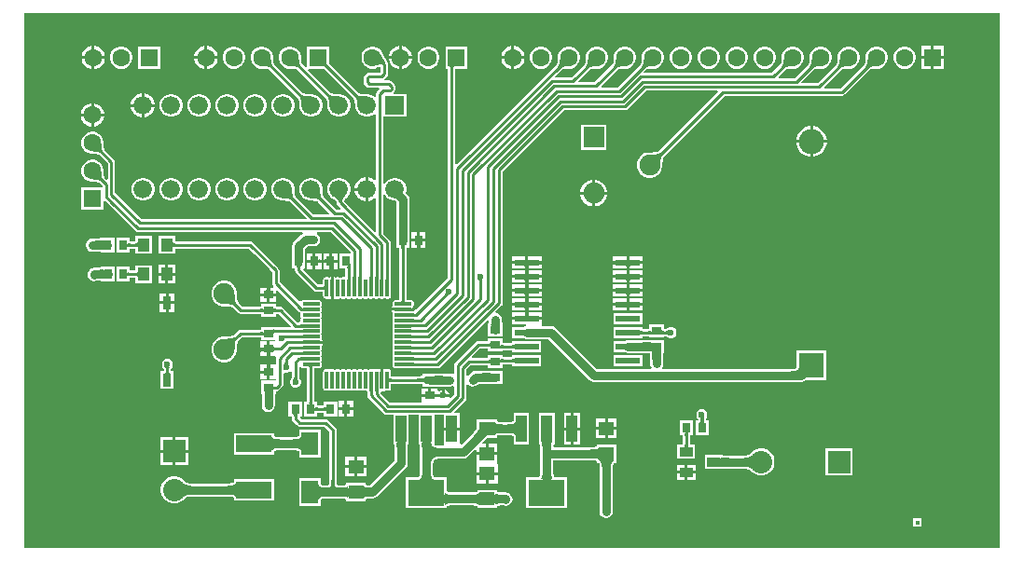
<source format=gtl>
G04*
G04 #@! TF.GenerationSoftware,Altium Limited,Altium Designer,21.9.2 (33)*
G04*
G04 Layer_Physical_Order=1*
G04 Layer_Color=255*
%FSTAX24Y24*%
%MOIN*%
G70*
G04*
G04 #@! TF.SameCoordinates,42221833-7155-40BC-9F66-F4787AFC6187*
G04*
G04*
G04 #@! TF.FilePolarity,Positive*
G04*
G01*
G75*
%ADD19C,0.0100*%
%ADD22R,0.0433X0.0472*%
%ADD23R,0.0374X0.0315*%
%ADD24R,0.0315X0.0374*%
%ADD25R,0.0550X0.0500*%
%ADD26R,0.0394X0.0945*%
%ADD27R,0.1299X0.0945*%
%ADD28R,0.1264X0.0610*%
%ADD29R,0.0150X0.0150*%
%ADD30R,0.0866X0.0236*%
%ADD31R,0.0472X0.0335*%
%ADD32R,0.0610X0.0827*%
G04:AMPARAMS|DCode=33|XSize=11mil|YSize=61.4mil|CornerRadius=2.8mil|HoleSize=0mil|Usage=FLASHONLY|Rotation=90.000|XOffset=0mil|YOffset=0mil|HoleType=Round|Shape=RoundedRectangle|*
%AMROUNDEDRECTD33*
21,1,0.0110,0.0559,0,0,90.0*
21,1,0.0055,0.0614,0,0,90.0*
1,1,0.0055,0.0280,0.0028*
1,1,0.0055,0.0280,-0.0028*
1,1,0.0055,-0.0280,-0.0028*
1,1,0.0055,-0.0280,0.0028*
%
%ADD33ROUNDEDRECTD33*%
G04:AMPARAMS|DCode=34|XSize=11mil|YSize=61.4mil|CornerRadius=2.8mil|HoleSize=0mil|Usage=FLASHONLY|Rotation=0.000|XOffset=0mil|YOffset=0mil|HoleType=Round|Shape=RoundedRectangle|*
%AMROUNDEDRECTD34*
21,1,0.0110,0.0559,0,0,0.0*
21,1,0.0055,0.0614,0,0,0.0*
1,1,0.0055,0.0028,-0.0280*
1,1,0.0055,-0.0028,-0.0280*
1,1,0.0055,-0.0028,0.0280*
1,1,0.0055,0.0028,0.0280*
%
%ADD34ROUNDEDRECTD34*%
%ADD35R,0.0315X0.0472*%
%ADD62C,0.0300*%
%ADD63C,0.0630*%
%ADD64R,0.0630X0.0630*%
%ADD65C,0.0660*%
%ADD66R,0.0660X0.0660*%
%ADD67R,0.0630X0.0630*%
%ADD68R,0.0900X0.0900*%
%ADD69C,0.0900*%
%ADD70C,0.0800*%
%ADD71R,0.0800X0.0800*%
%ADD72R,0.0800X0.0800*%
%ADD73C,0.0750*%
%ADD74R,0.0750X0.0750*%
%ADD75C,0.0236*%
G36*
X050824Y025869D02*
X015949D01*
Y044996D01*
X050824D01*
Y025869D01*
D02*
G37*
%LPC*%
G36*
X018464Y043815D02*
X01846D01*
Y04345D01*
X018824D01*
Y043455D01*
X018796Y04356D01*
X018742Y043655D01*
X018664Y043732D01*
X01857Y043787D01*
X018464Y043815D01*
D02*
G37*
G36*
X033465D02*
X03346D01*
Y04345D01*
X033825D01*
Y043455D01*
X033797Y04356D01*
X033742Y043655D01*
X033665Y043732D01*
X03357Y043787D01*
X033465Y043815D01*
D02*
G37*
G36*
X022495D02*
X02249D01*
Y04345D01*
X022855D01*
Y043455D01*
X022827Y04356D01*
X022772Y043655D01*
X022695Y043732D01*
X0226Y043787D01*
X022495Y043815D01*
D02*
G37*
G36*
X048825D02*
X04846D01*
Y04345D01*
X048825D01*
Y043815D01*
D02*
G37*
G36*
X029445D02*
X02944D01*
Y04345D01*
X029805D01*
Y043455D01*
X029777Y04356D01*
X029722Y043655D01*
X029645Y043732D01*
X02955Y043787D01*
X029445Y043815D01*
D02*
G37*
G36*
X03336D02*
X033355D01*
X03325Y043787D01*
X033155Y043732D01*
X033078Y043655D01*
X033023Y04356D01*
X032995Y043455D01*
Y04345D01*
X03336D01*
Y043815D01*
D02*
G37*
G36*
X02239D02*
X022385D01*
X02228Y043787D01*
X022185Y043732D01*
X022108Y043655D01*
X022053Y04356D01*
X022025Y043455D01*
Y04345D01*
X02239D01*
Y043815D01*
D02*
G37*
G36*
X04836D02*
X047995D01*
Y04345D01*
X04836D01*
Y043815D01*
D02*
G37*
G36*
X02934D02*
X029335D01*
X02923Y043787D01*
X029135Y043732D01*
X029058Y043655D01*
X029003Y04356D01*
X028975Y043455D01*
Y04345D01*
X02934D01*
Y043815D01*
D02*
G37*
G36*
X01836D02*
X018355D01*
X018249Y043787D01*
X018155Y043732D01*
X018077Y043655D01*
X018023Y04356D01*
X017995Y043455D01*
Y04345D01*
X01836D01*
Y043815D01*
D02*
G37*
G36*
X047462Y043795D02*
X047358D01*
X047258Y043768D01*
X047167Y043716D01*
X047094Y043643D01*
X047042Y043552D01*
X047015Y043452D01*
Y043348D01*
X047042Y043248D01*
X047094Y043157D01*
X047167Y043084D01*
X047258Y043032D01*
X047358Y043005D01*
X047462D01*
X047562Y043032D01*
X047653Y043084D01*
X047726Y043157D01*
X047778Y043248D01*
X047805Y043348D01*
Y043452D01*
X047778Y043552D01*
X047726Y043643D01*
X047653Y043716D01*
X047562Y043768D01*
X047462Y043795D01*
D02*
G37*
G36*
X042462D02*
X042358D01*
X042258Y043768D01*
X042167Y043716D01*
X042094Y043643D01*
X042042Y043552D01*
X042015Y043452D01*
Y043348D01*
X042042Y043248D01*
X042094Y043157D01*
X042167Y043084D01*
X042258Y043032D01*
X042358Y043005D01*
X042462D01*
X042562Y043032D01*
X042653Y043084D01*
X042726Y043157D01*
X042778Y043248D01*
X042805Y043348D01*
Y043452D01*
X042778Y043552D01*
X042726Y043643D01*
X042653Y043716D01*
X042562Y043768D01*
X042462Y043795D01*
D02*
G37*
G36*
X041462D02*
X041358D01*
X041258Y043768D01*
X041167Y043716D01*
X041094Y043643D01*
X041042Y043552D01*
X041015Y043452D01*
Y043348D01*
X041042Y043248D01*
X041094Y043157D01*
X041167Y043084D01*
X041258Y043032D01*
X041358Y043005D01*
X041462D01*
X041562Y043032D01*
X041653Y043084D01*
X041726Y043157D01*
X041778Y043248D01*
X041805Y043348D01*
Y043452D01*
X041778Y043552D01*
X041726Y043643D01*
X041653Y043716D01*
X041562Y043768D01*
X041462Y043795D01*
D02*
G37*
G36*
X040462D02*
X040358D01*
X040258Y043768D01*
X040167Y043716D01*
X040094Y043643D01*
X040042Y043552D01*
X040015Y043452D01*
Y043348D01*
X040042Y043248D01*
X040094Y043157D01*
X040167Y043084D01*
X040258Y043032D01*
X040358Y043005D01*
X040462D01*
X040562Y043032D01*
X040653Y043084D01*
X040726Y043157D01*
X040778Y043248D01*
X040805Y043348D01*
Y043452D01*
X040778Y043552D01*
X040726Y043643D01*
X040653Y043716D01*
X040562Y043768D01*
X040462Y043795D01*
D02*
G37*
G36*
X039462D02*
X039358D01*
X039258Y043768D01*
X039167Y043716D01*
X039094Y043643D01*
X039042Y043552D01*
X039015Y043452D01*
Y043348D01*
X039042Y043248D01*
X039094Y043157D01*
X039167Y043084D01*
X039258Y043032D01*
X039358Y043005D01*
X039462D01*
X039562Y043032D01*
X039653Y043084D01*
X039726Y043157D01*
X039778Y043248D01*
X039805Y043348D01*
Y043452D01*
X039778Y043552D01*
X039726Y043643D01*
X039653Y043716D01*
X039562Y043768D01*
X039462Y043795D01*
D02*
G37*
G36*
X034462D02*
X034358D01*
X034258Y043768D01*
X034167Y043716D01*
X034094Y043643D01*
X034042Y043552D01*
X034015Y043452D01*
Y043348D01*
X034042Y043248D01*
X034094Y043157D01*
X034167Y043084D01*
X034258Y043032D01*
X034358Y043005D01*
X034462D01*
X034562Y043032D01*
X034653Y043084D01*
X034726Y043157D01*
X034778Y043248D01*
X034805Y043348D01*
Y043452D01*
X034778Y043552D01*
X034726Y043643D01*
X034653Y043716D01*
X034562Y043768D01*
X034462Y043795D01*
D02*
G37*
G36*
X030442D02*
X030338D01*
X030238Y043768D01*
X030147Y043716D01*
X030074Y043643D01*
X030022Y043552D01*
X029995Y043452D01*
Y043348D01*
X030022Y043248D01*
X030074Y043157D01*
X030147Y043084D01*
X030238Y043032D01*
X030338Y043005D01*
X030442D01*
X030542Y043032D01*
X030633Y043084D01*
X030706Y043157D01*
X030758Y043248D01*
X030785Y043348D01*
Y043452D01*
X030758Y043552D01*
X030706Y043643D01*
X030633Y043716D01*
X030542Y043768D01*
X030442Y043795D01*
D02*
G37*
G36*
X023492D02*
X023388D01*
X023288Y043768D01*
X023197Y043716D01*
X023124Y043643D01*
X023072Y043552D01*
X023045Y043452D01*
Y043348D01*
X023072Y043248D01*
X023124Y043157D01*
X023197Y043084D01*
X023288Y043032D01*
X023388Y043005D01*
X023492D01*
X023592Y043032D01*
X023683Y043084D01*
X023756Y043157D01*
X023808Y043248D01*
X023835Y043348D01*
Y043452D01*
X023808Y043552D01*
X023756Y043643D01*
X023683Y043716D01*
X023592Y043768D01*
X023492Y043795D01*
D02*
G37*
G36*
X020804D02*
X020015D01*
Y043005D01*
X020804D01*
Y043795D01*
D02*
G37*
G36*
X019462D02*
X019358D01*
X019257Y043768D01*
X019167Y043716D01*
X019093Y043643D01*
X019041Y043552D01*
X019015Y043452D01*
Y043348D01*
X019041Y043248D01*
X019093Y043157D01*
X019167Y043084D01*
X019257Y043032D01*
X019358Y043005D01*
X019462D01*
X019562Y043032D01*
X019652Y043084D01*
X019726Y043157D01*
X019778Y043248D01*
X019804Y043348D01*
Y043452D01*
X019778Y043552D01*
X019726Y043643D01*
X019652Y043716D01*
X019562Y043768D01*
X019462Y043795D01*
D02*
G37*
G36*
X046462D02*
X046358D01*
X046258Y043768D01*
X046167Y043716D01*
X046094Y043643D01*
X046042Y043552D01*
X046015Y043452D01*
Y043413D01*
X046014Y043406D01*
X046012Y043362D01*
X046006Y043284D01*
X046001Y043252D01*
X045995Y043224D01*
X045988Y0432D01*
X045981Y04318D01*
X045973Y043164D01*
X045966Y043153D01*
X045965Y043153D01*
X045115Y042303D01*
X044555D01*
X044536Y042349D01*
X045151Y042964D01*
X045152Y042964D01*
X045163Y042972D01*
X045178Y042979D01*
X045198Y042986D01*
X045221Y042992D01*
X045249Y042997D01*
X045279Y043001D01*
X045355Y043004D01*
X045399Y043004D01*
X045406Y043005D01*
X045462D01*
X045562Y043032D01*
X045653Y043084D01*
X045726Y043157D01*
X045778Y043248D01*
X045805Y043348D01*
Y043452D01*
X045778Y043552D01*
X045726Y043643D01*
X045653Y043716D01*
X045562Y043768D01*
X045462Y043795D01*
X045358D01*
X045258Y043768D01*
X045167Y043716D01*
X045094Y043643D01*
X045042Y043552D01*
X045015Y043452D01*
Y043413D01*
X045014Y043406D01*
X045012Y043362D01*
X045006Y043284D01*
X045001Y043252D01*
X044995Y043224D01*
X044988Y0432D01*
X044981Y04318D01*
X044973Y043164D01*
X044966Y043153D01*
X044965Y043153D01*
X044295Y042483D01*
X043735D01*
X043716Y042529D01*
X044151Y042964D01*
X044152Y042964D01*
X044163Y042972D01*
X044178Y042979D01*
X044198Y042986D01*
X044221Y042992D01*
X044249Y042997D01*
X044279Y043001D01*
X044355Y043004D01*
X044399Y043004D01*
X044406Y043005D01*
X044462D01*
X044562Y043032D01*
X044653Y043084D01*
X044726Y043157D01*
X044778Y043248D01*
X044805Y043348D01*
Y043452D01*
X044778Y043552D01*
X044726Y043643D01*
X044653Y043716D01*
X044562Y043768D01*
X044462Y043795D01*
X044358D01*
X044258Y043768D01*
X044167Y043716D01*
X044094Y043643D01*
X044042Y043552D01*
X044015Y043452D01*
Y043413D01*
X044014Y043406D01*
X044012Y043362D01*
X044006Y043284D01*
X044001Y043252D01*
X043995Y043224D01*
X043988Y0432D01*
X043981Y04318D01*
X043973Y043164D01*
X043966Y043153D01*
X043965Y043153D01*
X043475Y042663D01*
X042915D01*
X042896Y042709D01*
X043151Y042964D01*
X043152Y042964D01*
X043163Y042972D01*
X043178Y042979D01*
X043198Y042986D01*
X043221Y042992D01*
X043249Y042997D01*
X043279Y043001D01*
X043355Y043004D01*
X043399Y043004D01*
X043406Y043005D01*
X043462D01*
X043562Y043032D01*
X043653Y043084D01*
X043726Y043157D01*
X043778Y043248D01*
X043805Y043348D01*
Y043452D01*
X043778Y043552D01*
X043726Y043643D01*
X043653Y043716D01*
X043562Y043768D01*
X043462Y043795D01*
X043358D01*
X043258Y043768D01*
X043167Y043716D01*
X043094Y043643D01*
X043042Y043552D01*
X043015Y043452D01*
Y043413D01*
X043014Y043406D01*
X043012Y043362D01*
X043006Y043284D01*
X043001Y043252D01*
X042995Y043224D01*
X042988Y0432D01*
X042981Y04318D01*
X042973Y043164D01*
X042966Y043153D01*
X042965Y043153D01*
X042655Y042843D01*
X038095D01*
X038076Y042889D01*
X038151Y042964D01*
X038152Y042964D01*
X038163Y042972D01*
X038178Y042979D01*
X038198Y042986D01*
X038221Y042992D01*
X038249Y042997D01*
X038279Y043001D01*
X038355Y043004D01*
X038399Y043004D01*
X038406Y043005D01*
X038462D01*
X038562Y043032D01*
X038653Y043084D01*
X038726Y043157D01*
X038778Y043248D01*
X038805Y043348D01*
Y043452D01*
X038778Y043552D01*
X038726Y043643D01*
X038653Y043716D01*
X038562Y043768D01*
X038462Y043795D01*
X038358D01*
X038258Y043768D01*
X038167Y043716D01*
X038094Y043643D01*
X038042Y043552D01*
X038015Y043452D01*
Y043413D01*
X038014Y043406D01*
X038012Y043362D01*
X038006Y043284D01*
X038001Y043252D01*
X037995Y043224D01*
X037988Y0432D01*
X037981Y04318D01*
X037973Y043164D01*
X037966Y043153D01*
X037965Y043153D01*
X037143Y04233D01*
X036583D01*
X036564Y042376D01*
X037151Y042964D01*
X037152Y042964D01*
X037163Y042972D01*
X037178Y042979D01*
X037198Y042986D01*
X037221Y042992D01*
X037249Y042997D01*
X037279Y043001D01*
X037355Y043004D01*
X037399Y043004D01*
X037406Y043005D01*
X037462D01*
X037562Y043032D01*
X037653Y043084D01*
X037726Y043157D01*
X037778Y043248D01*
X037805Y043348D01*
Y043452D01*
X037778Y043552D01*
X037726Y043643D01*
X037653Y043716D01*
X037562Y043768D01*
X037462Y043795D01*
X037358D01*
X037258Y043768D01*
X037167Y043716D01*
X037094Y043643D01*
X037042Y043552D01*
X037015Y043452D01*
Y043413D01*
X037014Y043406D01*
X037012Y043362D01*
X037006Y043284D01*
X037001Y043252D01*
X036995Y043224D01*
X036988Y0432D01*
X036981Y04318D01*
X036973Y043164D01*
X036966Y043153D01*
X036965Y043153D01*
X036323Y04251D01*
X035763D01*
X035744Y042556D01*
X036151Y042964D01*
X036152Y042964D01*
X036163Y042972D01*
X036178Y042979D01*
X036198Y042986D01*
X036221Y042992D01*
X036249Y042997D01*
X036279Y043001D01*
X036355Y043004D01*
X036399Y043004D01*
X036406Y043005D01*
X036462D01*
X036562Y043032D01*
X036653Y043084D01*
X036726Y043157D01*
X036778Y043248D01*
X036805Y043348D01*
Y043452D01*
X036778Y043552D01*
X036726Y043643D01*
X036653Y043716D01*
X036562Y043768D01*
X036462Y043795D01*
X036358D01*
X036258Y043768D01*
X036167Y043716D01*
X036094Y043643D01*
X036042Y043552D01*
X036015Y043452D01*
Y043413D01*
X036014Y043406D01*
X036012Y043362D01*
X036006Y043284D01*
X036001Y043252D01*
X035995Y043224D01*
X035988Y0432D01*
X035981Y04318D01*
X035973Y043164D01*
X035966Y043153D01*
X035965Y043153D01*
X035503Y04269D01*
X034943D01*
X034924Y042736D01*
X035151Y042964D01*
X035152Y042964D01*
X035163Y042972D01*
X035178Y042979D01*
X035198Y042986D01*
X035221Y042992D01*
X035249Y042997D01*
X035279Y043001D01*
X035355Y043004D01*
X035399Y043004D01*
X035406Y043005D01*
X035462D01*
X035562Y043032D01*
X035653Y043084D01*
X035726Y043157D01*
X035778Y043248D01*
X035805Y043348D01*
Y043452D01*
X035778Y043552D01*
X035726Y043643D01*
X035653Y043716D01*
X035562Y043768D01*
X035462Y043795D01*
X035358D01*
X035258Y043768D01*
X035167Y043716D01*
X035094Y043643D01*
X035042Y043552D01*
X035015Y043452D01*
Y043413D01*
X035014Y043406D01*
X035012Y043362D01*
X035006Y043284D01*
X035001Y043252D01*
X034995Y043224D01*
X034988Y0432D01*
X034981Y04318D01*
X034973Y043164D01*
X034966Y043153D01*
X034965Y043153D01*
X031399Y039586D01*
X031353Y039605D01*
Y043005D01*
X031785D01*
Y043795D01*
X030995D01*
Y043005D01*
X031087D01*
Y035516D01*
X029945Y034374D01*
X029895Y034395D01*
Y034423D01*
X029885Y034473D01*
X029859Y034512D01*
X029867Y034523D01*
X029875Y034565D01*
Y03462D01*
X029867Y034662D01*
X029843Y034698D01*
X029807Y034722D01*
X029765Y03473D01*
X029617D01*
Y036473D01*
X029618Y036527D01*
X029624Y036603D01*
X029722D01*
Y037054D01*
X029722Y037056D01*
X029722Y037057D01*
X029722Y037058D01*
X029722Y037074D01*
Y037137D01*
X029721D01*
X029719Y037216D01*
Y038334D01*
X029719Y038334D01*
X029701Y038424D01*
X02965Y0385D01*
X029582Y038568D01*
X0296Y038636D01*
Y038744D01*
X029572Y038848D01*
X029518Y038942D01*
X029442Y039018D01*
X029348Y039072D01*
X029244Y0391D01*
X029136D01*
X029032Y039072D01*
X028938Y039018D01*
X028862Y038942D01*
X028833Y038891D01*
X028783Y038904D01*
Y04128D01*
X0296D01*
Y0421D01*
X029158D01*
X029137Y04215D01*
X029164Y042176D01*
X029192Y042219D01*
X029203Y04227D01*
Y04237D01*
X029192Y042421D01*
X029164Y042464D01*
X029084Y042544D01*
X029041Y042572D01*
X02899Y042583D01*
X028838D01*
X028825Y042607D01*
X02882Y042633D01*
X028914Y042726D01*
X028942Y042769D01*
X028953Y04282D01*
Y04316D01*
X028942Y043211D01*
X028914Y043254D01*
X0289Y043267D01*
X02876Y043547D01*
X028758Y043552D01*
X028706Y043643D01*
X028633Y043716D01*
X028542Y043768D01*
X028442Y043795D01*
X028338D01*
X028238Y043768D01*
X028147Y043716D01*
X028074Y043643D01*
X028022Y043552D01*
X027995Y043452D01*
Y043348D01*
X028022Y043248D01*
X028074Y043157D01*
X028147Y043084D01*
X028238Y043032D01*
X028338Y043005D01*
X028442D01*
X028542Y043032D01*
X02856Y043042D01*
X028561Y043042D01*
X028593Y043057D01*
X028621Y043067D01*
X028637Y043072D01*
X028659Y043062D01*
X028682Y043042D01*
X028687Y04303D01*
Y042875D01*
X028665Y042853D01*
X02826D01*
X028209Y042842D01*
X028166Y042814D01*
X028105Y042752D01*
X028076Y042709D01*
X028066Y042658D01*
Y042522D01*
X028076Y042471D01*
X028105Y042428D01*
X028176Y042356D01*
X028219Y042328D01*
X02827Y042317D01*
X028619D01*
X02864Y042267D01*
X028556Y042184D01*
X028528Y042141D01*
X028517Y04209D01*
Y042008D01*
X028471Y041989D01*
X028442Y042018D01*
X028348Y042072D01*
X028244Y0421D01*
X028136D01*
X028131Y042099D01*
X028066Y042095D01*
X028031Y042096D01*
X027999Y042098D01*
X02797Y042102D01*
X027946Y042107D01*
X027927Y042114D01*
X027911Y042121D01*
X027899Y042129D01*
X027897Y04213D01*
X026865Y043162D01*
X02685Y043179D01*
X026839Y043192D01*
X026835Y043198D01*
Y043226D01*
X026835Y043228D01*
X026835Y04323D01*
Y043795D01*
X026045D01*
Y043073D01*
X025995Y043052D01*
X025889Y043159D01*
X025888Y043159D01*
X025881Y04317D01*
X025873Y043186D01*
X025866Y043206D01*
X025859Y04323D01*
X025852Y043259D01*
X025847Y043291D01*
X025838Y04337D01*
X025836Y043415D01*
X025835Y04342D01*
Y043452D01*
X025808Y043552D01*
X025756Y043643D01*
X025683Y043716D01*
X025592Y043768D01*
X025492Y043795D01*
X025388D01*
X025288Y043768D01*
X025197Y043716D01*
X025124Y043643D01*
X025072Y043552D01*
X025045Y043452D01*
Y043348D01*
X025072Y043248D01*
X025124Y043157D01*
X025197Y043084D01*
X025288Y043032D01*
X025388Y043005D01*
X025453D01*
X025459Y043004D01*
X025543Y043005D01*
X025577Y043004D01*
X025608Y043D01*
X025635Y042996D01*
X025658Y04299D01*
X025677Y042983D01*
X025692Y042976D01*
X025704Y042969D01*
X025704Y042968D01*
X026724Y041949D01*
X026725Y041948D01*
X026732Y041936D01*
X02674Y041919D01*
X026748Y041898D01*
X026756Y041872D01*
X026762Y041843D01*
X026776Y041722D01*
X026779Y041675D01*
X02678Y04167D01*
Y041636D01*
X026808Y041532D01*
X026862Y041438D01*
X026938Y041362D01*
X027032Y041308D01*
X027136Y04128D01*
X027244D01*
X027348Y041308D01*
X027442Y041362D01*
X027518Y041438D01*
X027572Y041532D01*
X0276Y041636D01*
Y041744D01*
X027572Y041848D01*
X027518Y041942D01*
X027442Y042018D01*
X027348Y042072D01*
X027244Y0421D01*
X027177D01*
X027171Y042101D01*
X027081Y0421D01*
X027045Y042101D01*
X027012Y042105D01*
X026983Y04211D01*
X026958Y042116D01*
X026938Y042123D01*
X026922Y04213D01*
X02691Y042138D01*
X026908Y042139D01*
X026092Y042955D01*
X026113Y043005D01*
X02661D01*
X026612Y043005D01*
X026614Y043005D01*
X026642D01*
X026647Y043002D01*
X026674Y042979D01*
X027716Y041937D01*
X027716Y041936D01*
X027724Y041924D01*
X027732Y041907D01*
X027741Y041886D01*
X027749Y041859D01*
X027756Y041829D01*
X027775Y041706D01*
X02778Y041658D01*
Y041658D01*
X02778Y041658D01*
X02778Y041658D01*
X02778Y041657D01*
Y041636D01*
X027808Y041532D01*
X027862Y041438D01*
X027938Y041362D01*
X028032Y041308D01*
X028136Y04128D01*
X028244D01*
X028348Y041308D01*
X028442Y041362D01*
X028471Y041391D01*
X028517Y041372D01*
Y039036D01*
X028471Y039017D01*
X028454Y039034D01*
X028356Y039091D01*
X028247Y03912D01*
X02824D01*
Y03869D01*
Y03826D01*
X028247D01*
X028356Y038289D01*
X028454Y038346D01*
X028471Y038363D01*
X028517Y038344D01*
Y037183D01*
X028471Y037164D01*
X027376Y038259D01*
X027376Y038261D01*
X027382Y038277D01*
X02739Y038294D01*
X0274Y038311D01*
X027411Y038328D01*
X027425Y038345D01*
X027441Y038361D01*
X027442Y038362D01*
X027448Y038368D01*
X027463Y038382D01*
X027465Y038385D01*
X027518Y038438D01*
X027572Y038532D01*
X0276Y038636D01*
Y038744D01*
X027572Y038848D01*
X027518Y038942D01*
X027442Y039018D01*
X027348Y039072D01*
X027244Y0391D01*
X027136D01*
X027032Y039072D01*
X026938Y039018D01*
X026862Y038942D01*
X026808Y038848D01*
X02678Y038744D01*
Y038636D01*
X026808Y038532D01*
X026862Y038438D01*
X026938Y038362D01*
X027032Y038308D01*
X027037Y038307D01*
X027039Y038306D01*
X027055Y038295D01*
X027069Y038285D01*
X02708Y038275D01*
X027088Y038265D01*
X027095Y038255D01*
X027099Y038246D01*
X027103Y038235D01*
X027105Y038224D01*
Y03821D01*
X027115Y038159D01*
X027144Y038116D01*
X027246Y038014D01*
X027227Y037968D01*
X027099D01*
X026648Y03842D01*
X026647Y038421D01*
X026639Y038433D01*
X026632Y038449D01*
X026624Y03847D01*
X026617Y038495D01*
X026611Y038525D01*
X026607Y038558D01*
X026602Y038641D01*
X026602Y038687D01*
X0266Y038695D01*
Y038744D01*
X026572Y038848D01*
X026518Y038942D01*
X026442Y039018D01*
X026348Y039072D01*
X026244Y0391D01*
X026136D01*
X026032Y039072D01*
X025938Y039018D01*
X025862Y038942D01*
X025808Y038848D01*
X02578Y038744D01*
Y038636D01*
X025808Y038532D01*
X025862Y038438D01*
X025938Y038362D01*
X026032Y038308D01*
X026136Y03828D01*
X026185D01*
X026193Y038278D01*
X026239Y038278D01*
X026322Y038273D01*
X026355Y038269D01*
X026385Y038263D01*
X02641Y038256D01*
X026431Y038248D01*
X026447Y038241D01*
X026459Y038233D01*
X02646Y038232D01*
X026858Y037834D01*
X026839Y037788D01*
X026279D01*
X025648Y03842D01*
X025647Y038421D01*
X025639Y038433D01*
X025632Y038449D01*
X025624Y03847D01*
X025617Y038495D01*
X025611Y038525D01*
X025607Y038558D01*
X025602Y038641D01*
X025602Y038687D01*
X0256Y038695D01*
Y038744D01*
X025572Y038848D01*
X025518Y038942D01*
X025442Y039018D01*
X025348Y039072D01*
X025244Y0391D01*
X025136D01*
X025032Y039072D01*
X024938Y039018D01*
X024862Y038942D01*
X024808Y038848D01*
X02478Y038744D01*
Y038636D01*
X024808Y038532D01*
X024862Y038438D01*
X024938Y038362D01*
X025032Y038308D01*
X025136Y03828D01*
X025185D01*
X025193Y038278D01*
X025239Y038278D01*
X025322Y038273D01*
X025355Y038269D01*
X025385Y038263D01*
X02541Y038256D01*
X025431Y038248D01*
X025447Y038241D01*
X025459Y038233D01*
X02546Y038232D01*
X026038Y037654D01*
X026019Y037608D01*
X020134D01*
X019193Y038549D01*
Y03967D01*
X019182Y039721D01*
X019154Y039764D01*
X01882Y040097D01*
X01882Y040098D01*
X018813Y040109D01*
X018805Y040124D01*
X018798Y040144D01*
X018792Y040168D01*
X018786Y040195D01*
X018782Y040226D01*
X018777Y040304D01*
X018777Y040347D01*
X018775Y040355D01*
Y040402D01*
X018748Y040502D01*
X018696Y040593D01*
X018623Y040666D01*
X018532Y040718D01*
X018432Y040745D01*
X018328D01*
X018228Y040718D01*
X018137Y040666D01*
X018064Y040593D01*
X018012Y040502D01*
X017985Y040402D01*
Y040298D01*
X018012Y040198D01*
X018064Y040107D01*
X018137Y040034D01*
X018228Y039982D01*
X018328Y039955D01*
X018375D01*
X018383Y039953D01*
X018426Y039953D01*
X018504Y039948D01*
X018535Y039944D01*
X018562Y039938D01*
X018586Y039932D01*
X018606Y039925D01*
X018621Y039917D01*
X018632Y03991D01*
X018633Y03991D01*
X018927Y039615D01*
Y039055D01*
X018881Y039036D01*
X01882Y039097D01*
X01882Y039098D01*
X018813Y039109D01*
X018805Y039124D01*
X018798Y039144D01*
X018792Y039168D01*
X018786Y039195D01*
X018782Y039226D01*
X018777Y039304D01*
X018777Y039347D01*
X018775Y039355D01*
Y039402D01*
X018748Y039502D01*
X018696Y039593D01*
X018623Y039666D01*
X018532Y039718D01*
X018432Y039745D01*
X018328D01*
X018228Y039718D01*
X018137Y039666D01*
X018064Y039593D01*
X018012Y039502D01*
X017985Y039402D01*
Y039298D01*
X018012Y039198D01*
X018064Y039107D01*
X018137Y039034D01*
X018228Y038982D01*
X018328Y038955D01*
X018375D01*
X018383Y038953D01*
X018426Y038953D01*
X018504Y038948D01*
X018535Y038944D01*
X018562Y038938D01*
X018586Y038932D01*
X018606Y038925D01*
X018621Y038917D01*
X018632Y03891D01*
X018633Y03891D01*
X018747Y038795D01*
Y038745D01*
X017985D01*
Y037955D01*
X018775D01*
Y038267D01*
X018825Y038288D01*
X018966Y038146D01*
X019926Y037186D01*
X019969Y037158D01*
X02002Y037147D01*
X025881D01*
X025896Y037097D01*
X025834Y037056D01*
X025589Y03681D01*
X025538Y036734D01*
X02552Y036644D01*
Y036387D01*
X025517D01*
Y036308D01*
X025517Y036306D01*
X025517Y036305D01*
X025517Y036305D01*
X025517Y036303D01*
Y035853D01*
X025618D01*
X025622Y035816D01*
Y035786D01*
X025632Y035735D01*
X025661Y035692D01*
X026291Y035062D01*
X026334Y035033D01*
X026384Y035023D01*
X02662D01*
Y034876D01*
X026628Y034834D01*
X026652Y034799D01*
X026688Y034775D01*
X02673Y034766D01*
X026785D01*
X026827Y034775D01*
X026838Y034782D01*
X026877Y034756D01*
X026904Y034751D01*
Y035156D01*
Y035445D01*
X026902D01*
X026902Y035447D01*
X026903Y035451D01*
X026903Y035464D01*
X026904Y035549D01*
Y035561D01*
X026877Y035555D01*
X026838Y035529D01*
X026827Y035537D01*
X026785Y035545D01*
X02673D01*
X026688Y035537D01*
X026652Y035513D01*
X026628Y035477D01*
X02662Y035435D01*
Y035288D01*
X026439D01*
X025924Y035803D01*
X025945Y035853D01*
X025992D01*
Y036304D01*
X025992Y036306D01*
X025992Y036307D01*
X025992Y036308D01*
X025992Y036324D01*
Y036387D01*
X025991D01*
X025989Y036466D01*
Y036547D01*
X026097Y036655D01*
X02629D01*
X02638Y036673D01*
X026456Y036724D01*
X026507Y0368D01*
X026525Y03689D01*
X026507Y03698D01*
X026456Y037056D01*
X026394Y037097D01*
X026409Y037147D01*
X026895D01*
X027606Y036437D01*
X027601Y036387D01*
X027203D01*
Y035853D01*
X027412D01*
Y035575D01*
X027375Y035545D01*
X02732D01*
X027278Y035537D01*
X027249Y035517D01*
X027221Y035537D01*
X027179Y035545D01*
X027123D01*
X027081Y035537D01*
X027071Y035529D01*
X027032Y035555D01*
X027004Y035561D01*
Y035549D01*
X027007Y035445D01*
X027004D01*
Y035156D01*
Y034751D01*
X027032Y034756D01*
X027071Y034782D01*
X027081Y034775D01*
X027123Y034766D01*
X027179D01*
X027221Y034775D01*
X027249Y034794D01*
X027278Y034775D01*
X02732Y034766D01*
X027375D01*
X027417Y034775D01*
X027446Y034794D01*
X027475Y034775D01*
X027517Y034766D01*
X027572D01*
X027614Y034775D01*
X027643Y034794D01*
X027672Y034775D01*
X027714Y034766D01*
X027769D01*
X027811Y034775D01*
X02784Y034794D01*
X027869Y034775D01*
X027911Y034766D01*
X027966D01*
X028008Y034775D01*
X028037Y034794D01*
X028066Y034775D01*
X028108Y034766D01*
X028163D01*
X028205Y034775D01*
X028234Y034794D01*
X028263Y034775D01*
X028305Y034766D01*
X02836D01*
X028402Y034775D01*
X028431Y034794D01*
X028459Y034775D01*
X028501Y034766D01*
X028557D01*
X028598Y034775D01*
X028627Y034794D01*
X028656Y034775D01*
X028698Y034766D01*
X028753D01*
X028795Y034775D01*
X028824Y034794D01*
X028853Y034775D01*
X028895Y034766D01*
X02895D01*
X028992Y034775D01*
X029028Y034799D01*
X029052Y034834D01*
X02906Y034876D01*
Y035435D01*
X029056Y035452D01*
X029055Y035507D01*
Y036779D01*
X029055Y036779D01*
X029045Y03683D01*
X029016Y036873D01*
X028783Y037107D01*
Y038476D01*
X028833Y038489D01*
X028862Y038438D01*
X028938Y038362D01*
X029032Y038308D01*
X029136Y03828D01*
X029207D01*
X02925Y038237D01*
Y037137D01*
X029247D01*
Y037058D01*
X029247Y037056D01*
X029247Y037055D01*
X029247Y037055D01*
X029247Y037053D01*
Y036603D01*
X029342D01*
X029352Y036484D01*
Y03473D01*
X029206D01*
X029164Y034722D01*
X029129Y034698D01*
X029105Y034662D01*
X029096Y03462D01*
Y034565D01*
X029105Y034523D01*
X029112Y034512D01*
X029086Y034473D01*
X029081Y034446D01*
X029486D01*
Y034346D01*
X029081D01*
X029086Y034318D01*
X029112Y034279D01*
X029105Y034269D01*
X029096Y034227D01*
Y034171D01*
X029105Y034129D01*
X029124Y034101D01*
X029105Y034072D01*
X029096Y03403D01*
Y033975D01*
X029105Y033933D01*
X029124Y033904D01*
X029105Y033875D01*
X029096Y033833D01*
Y033778D01*
X029105Y033736D01*
X029124Y033707D01*
X029105Y033678D01*
X029096Y033636D01*
Y033581D01*
X029105Y033539D01*
X029124Y03351D01*
X029105Y033481D01*
X029096Y033439D01*
Y033384D01*
X029105Y033342D01*
X029124Y033313D01*
X029105Y033284D01*
X029096Y033242D01*
Y033187D01*
X029105Y033145D01*
X029124Y033116D01*
X029105Y033087D01*
X029096Y033045D01*
Y03299D01*
X029105Y032948D01*
X029124Y032919D01*
X029105Y032891D01*
X029096Y032849D01*
Y032793D01*
X029105Y032752D01*
X029124Y032723D01*
X029105Y032694D01*
X029096Y032652D01*
Y032597D01*
X029105Y032555D01*
X029124Y032526D01*
X029105Y032497D01*
X029096Y032455D01*
Y0324D01*
X029105Y032358D01*
X029129Y032322D01*
X029164Y032298D01*
X029206Y03229D01*
X029765D01*
X029782Y032294D01*
X029837Y032295D01*
X030717D01*
X030768Y032305D01*
X030811Y032334D01*
X032505Y034028D01*
X032555Y034007D01*
Y03394D01*
X032553Y033908D01*
X032553Y033907D01*
X032523D01*
Y033828D01*
X032523Y033826D01*
X032523Y033824D01*
Y033433D01*
X033057D01*
Y033824D01*
X033057Y033826D01*
X033057Y033828D01*
Y033907D01*
X033028D01*
X033025Y03396D01*
Y03403D01*
X033007Y03412D01*
X032956Y034196D01*
X03288Y034247D01*
X032809Y034261D01*
X032789Y034311D01*
X033004Y034526D01*
X033032Y034569D01*
X033043Y03462D01*
Y039328D01*
X03524Y041525D01*
X037421D01*
X037472Y041535D01*
X037515Y041564D01*
X038169Y042217D01*
X040715D01*
X040734Y042171D01*
X038622Y04006D01*
X038619Y040057D01*
X038605Y040049D01*
X038586Y04004D01*
X038561Y040031D01*
X038531Y040024D01*
X038495Y040017D01*
X038456Y040012D01*
X038359Y040007D01*
X038303Y040007D01*
X038296Y040005D01*
X03824D01*
X038124Y039974D01*
X038021Y039914D01*
X037936Y039829D01*
X037876Y039726D01*
X037845Y03961D01*
Y03949D01*
X037876Y039374D01*
X037936Y039271D01*
X038021Y039186D01*
X038124Y039126D01*
X03824Y039095D01*
X03836D01*
X038476Y039126D01*
X038579Y039186D01*
X038664Y039271D01*
X038724Y039374D01*
X038755Y03949D01*
Y039546D01*
X038757Y039553D01*
X038757Y039609D01*
X038762Y039706D01*
X038767Y039745D01*
X038774Y039781D01*
X038781Y039811D01*
X03879Y039836D01*
X038799Y039855D01*
X038807Y039869D01*
X03881Y039872D01*
X040975Y042037D01*
X04517D01*
X045221Y042048D01*
X045264Y042076D01*
X046151Y042964D01*
X046152Y042964D01*
X046163Y042972D01*
X046178Y042979D01*
X046198Y042986D01*
X046221Y042992D01*
X046249Y042997D01*
X046279Y043001D01*
X046355Y043004D01*
X046399Y043004D01*
X046406Y043005D01*
X046462D01*
X046562Y043032D01*
X046653Y043084D01*
X046726Y043157D01*
X046778Y043248D01*
X046805Y043348D01*
Y043452D01*
X046778Y043552D01*
X046726Y043643D01*
X046653Y043716D01*
X046562Y043768D01*
X046462Y043795D01*
D02*
G37*
G36*
X048825Y04335D02*
X04846D01*
Y042985D01*
X048825D01*
Y04335D01*
D02*
G37*
G36*
X04836D02*
X047995D01*
Y042985D01*
X04836D01*
Y04335D01*
D02*
G37*
G36*
X033825D02*
X03346D01*
Y042985D01*
X033465D01*
X03357Y043013D01*
X033665Y043068D01*
X033742Y043145D01*
X033797Y04324D01*
X033825Y043345D01*
Y04335D01*
D02*
G37*
G36*
X03336D02*
X032995D01*
Y043345D01*
X033023Y04324D01*
X033078Y043145D01*
X033155Y043068D01*
X03325Y043013D01*
X033355Y042985D01*
X03336D01*
Y04335D01*
D02*
G37*
G36*
X029805D02*
X02944D01*
Y042985D01*
X029445D01*
X02955Y043013D01*
X029645Y043068D01*
X029722Y043145D01*
X029777Y04324D01*
X029805Y043345D01*
Y04335D01*
D02*
G37*
G36*
X02934D02*
X028975D01*
Y043345D01*
X029003Y04324D01*
X029058Y043145D01*
X029135Y043068D01*
X02923Y043013D01*
X029335Y042985D01*
X02934D01*
Y04335D01*
D02*
G37*
G36*
X022855D02*
X02249D01*
Y042985D01*
X022495D01*
X0226Y043013D01*
X022695Y043068D01*
X022772Y043145D01*
X022827Y04324D01*
X022855Y043345D01*
Y04335D01*
D02*
G37*
G36*
X02239D02*
X022025D01*
Y043345D01*
X022053Y04324D01*
X022108Y043145D01*
X022185Y043068D01*
X02228Y043013D01*
X022385Y042985D01*
X02239D01*
Y04335D01*
D02*
G37*
G36*
X018824D02*
X01846D01*
Y042985D01*
X018464D01*
X01857Y043013D01*
X018664Y043068D01*
X018742Y043145D01*
X018796Y04324D01*
X018824Y043345D01*
Y04335D01*
D02*
G37*
G36*
X01836D02*
X017995D01*
Y043345D01*
X018023Y04324D01*
X018077Y043145D01*
X018155Y043068D01*
X018249Y043013D01*
X018355Y042985D01*
X01836D01*
Y04335D01*
D02*
G37*
G36*
X020247Y04212D02*
X02024D01*
Y04174D01*
X02062D01*
Y041747D01*
X020591Y041856D01*
X020534Y041954D01*
X020454Y042034D01*
X020356Y042091D01*
X020247Y04212D01*
D02*
G37*
G36*
X02014D02*
X020133D01*
X020024Y042091D01*
X019926Y042034D01*
X019846Y041954D01*
X019789Y041856D01*
X01976Y041747D01*
Y04174D01*
X02014D01*
Y04212D01*
D02*
G37*
G36*
X018435Y041765D02*
X01843D01*
Y0414D01*
X018795D01*
Y041405D01*
X018767Y04151D01*
X018712Y041605D01*
X018635Y041682D01*
X01854Y041737D01*
X018435Y041765D01*
D02*
G37*
G36*
X01833D02*
X018325D01*
X01822Y041737D01*
X018125Y041682D01*
X018048Y041605D01*
X017993Y04151D01*
X017965Y041405D01*
Y0414D01*
X01833D01*
Y041765D01*
D02*
G37*
G36*
X024492Y043795D02*
X024388D01*
X024288Y043768D01*
X024197Y043716D01*
X024124Y043643D01*
X024072Y043552D01*
X024045Y043452D01*
Y043348D01*
X024072Y043248D01*
X024124Y043157D01*
X024197Y043084D01*
X024288Y043032D01*
X024388Y043005D01*
X024453D01*
X024459Y043004D01*
X024543Y043005D01*
X024577Y043004D01*
X024608Y043D01*
X024635Y042996D01*
X024658Y04299D01*
X024677Y042983D01*
X024692Y042976D01*
X024704Y042969D01*
X024704Y042968D01*
X025724Y041949D01*
X025725Y041948D01*
X025732Y041936D01*
X02574Y041919D01*
X025748Y041898D01*
X025756Y041872D01*
X025762Y041843D01*
X025776Y041722D01*
X025779Y041675D01*
X02578Y04167D01*
Y041636D01*
X025808Y041532D01*
X025862Y041438D01*
X025938Y041362D01*
X026032Y041308D01*
X026136Y04128D01*
X026244D01*
X026348Y041308D01*
X026442Y041362D01*
X026518Y041438D01*
X026572Y041532D01*
X0266Y041636D01*
Y041744D01*
X026572Y041848D01*
X026518Y041942D01*
X026442Y042018D01*
X026348Y042072D01*
X026244Y0421D01*
X026177D01*
X026171Y042101D01*
X026081Y0421D01*
X026045Y042101D01*
X026012Y042105D01*
X025983Y04211D01*
X025958Y042116D01*
X025938Y042123D01*
X025922Y04213D01*
X02591Y042138D01*
X025908Y042139D01*
X024889Y043159D01*
X024888Y043159D01*
X024881Y04317D01*
X024873Y043186D01*
X024866Y043206D01*
X024859Y04323D01*
X024852Y043259D01*
X024847Y043291D01*
X024838Y04337D01*
X024836Y043415D01*
X024835Y04342D01*
Y043452D01*
X024808Y043552D01*
X024756Y043643D01*
X024683Y043716D01*
X024592Y043768D01*
X024492Y043795D01*
D02*
G37*
G36*
X025244Y0421D02*
X025136D01*
X025032Y042072D01*
X024938Y042018D01*
X024862Y041942D01*
X024808Y041848D01*
X02478Y041744D01*
Y041636D01*
X024808Y041532D01*
X024862Y041438D01*
X024938Y041362D01*
X025032Y041308D01*
X025136Y04128D01*
X025244D01*
X025348Y041308D01*
X025442Y041362D01*
X025518Y041438D01*
X025572Y041532D01*
X0256Y041636D01*
Y041744D01*
X025572Y041848D01*
X025518Y041942D01*
X025442Y042018D01*
X025348Y042072D01*
X025244Y0421D01*
D02*
G37*
G36*
X024244D02*
X024136D01*
X024032Y042072D01*
X023938Y042018D01*
X023862Y041942D01*
X023808Y041848D01*
X02378Y041744D01*
Y041636D01*
X023808Y041532D01*
X023862Y041438D01*
X023938Y041362D01*
X024032Y041308D01*
X024136Y04128D01*
X024244D01*
X024348Y041308D01*
X024442Y041362D01*
X024518Y041438D01*
X024572Y041532D01*
X0246Y041636D01*
Y041744D01*
X024572Y041848D01*
X024518Y041942D01*
X024442Y042018D01*
X024348Y042072D01*
X024244Y0421D01*
D02*
G37*
G36*
X023244D02*
X023136D01*
X023032Y042072D01*
X022938Y042018D01*
X022862Y041942D01*
X022808Y041848D01*
X02278Y041744D01*
Y041636D01*
X022808Y041532D01*
X022862Y041438D01*
X022938Y041362D01*
X023032Y041308D01*
X023136Y04128D01*
X023244D01*
X023348Y041308D01*
X023442Y041362D01*
X023518Y041438D01*
X023572Y041532D01*
X0236Y041636D01*
Y041744D01*
X023572Y041848D01*
X023518Y041942D01*
X023442Y042018D01*
X023348Y042072D01*
X023244Y0421D01*
D02*
G37*
G36*
X022244D02*
X022136D01*
X022032Y042072D01*
X021938Y042018D01*
X021862Y041942D01*
X021808Y041848D01*
X02178Y041744D01*
Y041636D01*
X021808Y041532D01*
X021862Y041438D01*
X021938Y041362D01*
X022032Y041308D01*
X022136Y04128D01*
X022244D01*
X022348Y041308D01*
X022442Y041362D01*
X022518Y041438D01*
X022572Y041532D01*
X0226Y041636D01*
Y041744D01*
X022572Y041848D01*
X022518Y041942D01*
X022442Y042018D01*
X022348Y042072D01*
X022244Y0421D01*
D02*
G37*
G36*
X021244D02*
X021136D01*
X021032Y042072D01*
X020938Y042018D01*
X020862Y041942D01*
X020808Y041848D01*
X02078Y041744D01*
Y041636D01*
X020808Y041532D01*
X020862Y041438D01*
X020938Y041362D01*
X021032Y041308D01*
X021136Y04128D01*
X021244D01*
X021348Y041308D01*
X021442Y041362D01*
X021518Y041438D01*
X021572Y041532D01*
X0216Y041636D01*
Y041744D01*
X021572Y041848D01*
X021518Y041942D01*
X021442Y042018D01*
X021348Y042072D01*
X021244Y0421D01*
D02*
G37*
G36*
X02062Y04164D02*
X02024D01*
Y04126D01*
X020247D01*
X020356Y041289D01*
X020454Y041346D01*
X020534Y041426D01*
X020591Y041524D01*
X02062Y041633D01*
Y04164D01*
D02*
G37*
G36*
X02014D02*
X01976D01*
Y041633D01*
X019789Y041524D01*
X019846Y041426D01*
X019926Y041346D01*
X020024Y041289D01*
X020133Y04126D01*
X02014D01*
Y04164D01*
D02*
G37*
G36*
X018795Y0413D02*
X01843D01*
Y040935D01*
X018435D01*
X01854Y040963D01*
X018635Y041018D01*
X018712Y041095D01*
X018767Y04119D01*
X018795Y041295D01*
Y0413D01*
D02*
G37*
G36*
X01833D02*
X017965D01*
Y041295D01*
X017993Y04119D01*
X018048Y041095D01*
X018125Y041018D01*
X01822Y040963D01*
X018325Y040935D01*
X01833D01*
Y0413D01*
D02*
G37*
G36*
X044152Y04095D02*
X04413D01*
Y04045D01*
X04463D01*
Y040472D01*
X044593Y040612D01*
X04452Y040738D01*
X044418Y04084D01*
X044292Y040913D01*
X044152Y04095D01*
D02*
G37*
G36*
X04403D02*
X044008D01*
X043868Y040913D01*
X043742Y04084D01*
X04364Y040738D01*
X043567Y040612D01*
X04353Y040472D01*
Y04045D01*
X04403D01*
Y04095D01*
D02*
G37*
G36*
X036755Y041005D02*
X035845D01*
Y040095D01*
X036755D01*
Y041005D01*
D02*
G37*
G36*
X04463Y04035D02*
X04413D01*
Y03985D01*
X044152D01*
X044292Y039887D01*
X044418Y03996D01*
X04452Y040062D01*
X044593Y040188D01*
X04463Y040328D01*
Y04035D01*
D02*
G37*
G36*
X04403D02*
X04353D01*
Y040328D01*
X043567Y040188D01*
X04364Y040062D01*
X043742Y03996D01*
X043868Y039887D01*
X044008Y03985D01*
X04403D01*
Y04035D01*
D02*
G37*
G36*
X02814Y03912D02*
X028133D01*
X028024Y039091D01*
X027926Y039034D01*
X027846Y038954D01*
X027789Y038856D01*
X02776Y038747D01*
Y03874D01*
X02814D01*
Y03912D01*
D02*
G37*
G36*
X036363Y039025D02*
X03635D01*
Y0386D01*
X036775D01*
Y038613D01*
X036743Y038733D01*
X03668Y038842D01*
X036592Y03893D01*
X036483Y038993D01*
X036363Y039025D01*
D02*
G37*
G36*
X03625D02*
X036237D01*
X036117Y038993D01*
X036008Y03893D01*
X03592Y038842D01*
X035857Y038733D01*
X035825Y038613D01*
Y0386D01*
X03625D01*
Y039025D01*
D02*
G37*
G36*
X024244Y0391D02*
X024136D01*
X024032Y039072D01*
X023938Y039018D01*
X023862Y038942D01*
X023808Y038848D01*
X02378Y038744D01*
Y038636D01*
X023808Y038532D01*
X023862Y038438D01*
X023938Y038362D01*
X024032Y038308D01*
X024136Y03828D01*
X024244D01*
X024348Y038308D01*
X024442Y038362D01*
X024518Y038438D01*
X024572Y038532D01*
X0246Y038636D01*
Y038744D01*
X024572Y038848D01*
X024518Y038942D01*
X024442Y039018D01*
X024348Y039072D01*
X024244Y0391D01*
D02*
G37*
G36*
X023244D02*
X023136D01*
X023032Y039072D01*
X022938Y039018D01*
X022862Y038942D01*
X022808Y038848D01*
X02278Y038744D01*
Y038636D01*
X022808Y038532D01*
X022862Y038438D01*
X022938Y038362D01*
X023032Y038308D01*
X023136Y03828D01*
X023244D01*
X023348Y038308D01*
X023442Y038362D01*
X023518Y038438D01*
X023572Y038532D01*
X0236Y038636D01*
Y038744D01*
X023572Y038848D01*
X023518Y038942D01*
X023442Y039018D01*
X023348Y039072D01*
X023244Y0391D01*
D02*
G37*
G36*
X022244D02*
X022136D01*
X022032Y039072D01*
X021938Y039018D01*
X021862Y038942D01*
X021808Y038848D01*
X02178Y038744D01*
Y038636D01*
X021808Y038532D01*
X021862Y038438D01*
X021938Y038362D01*
X022032Y038308D01*
X022136Y03828D01*
X022244D01*
X022348Y038308D01*
X022442Y038362D01*
X022518Y038438D01*
X022572Y038532D01*
X0226Y038636D01*
Y038744D01*
X022572Y038848D01*
X022518Y038942D01*
X022442Y039018D01*
X022348Y039072D01*
X022244Y0391D01*
D02*
G37*
G36*
X021244D02*
X021136D01*
X021032Y039072D01*
X020938Y039018D01*
X020862Y038942D01*
X020808Y038848D01*
X02078Y038744D01*
Y038636D01*
X020808Y038532D01*
X020862Y038438D01*
X020938Y038362D01*
X021032Y038308D01*
X021136Y03828D01*
X021244D01*
X021348Y038308D01*
X021442Y038362D01*
X021518Y038438D01*
X021572Y038532D01*
X0216Y038636D01*
Y038744D01*
X021572Y038848D01*
X021518Y038942D01*
X021442Y039018D01*
X021348Y039072D01*
X021244Y0391D01*
D02*
G37*
G36*
X020244D02*
X020136D01*
X020032Y039072D01*
X019938Y039018D01*
X019862Y038942D01*
X019808Y038848D01*
X01978Y038744D01*
Y038636D01*
X019808Y038532D01*
X019862Y038438D01*
X019938Y038362D01*
X020032Y038308D01*
X020136Y03828D01*
X020244D01*
X020348Y038308D01*
X020442Y038362D01*
X020518Y038438D01*
X020572Y038532D01*
X0206Y038636D01*
Y038744D01*
X020572Y038848D01*
X020518Y038942D01*
X020442Y039018D01*
X020348Y039072D01*
X020244Y0391D01*
D02*
G37*
G36*
X02814Y03864D02*
X02776D01*
Y038633D01*
X027789Y038524D01*
X027846Y038426D01*
X027926Y038346D01*
X028024Y038289D01*
X028133Y03826D01*
X02814D01*
Y03864D01*
D02*
G37*
G36*
X036775Y0385D02*
X03635D01*
Y038075D01*
X036363D01*
X036483Y038107D01*
X036592Y03817D01*
X03668Y038258D01*
X036743Y038367D01*
X036775Y038487D01*
Y0385D01*
D02*
G37*
G36*
X03625D02*
X035825D01*
Y038487D01*
X035857Y038367D01*
X03592Y038258D01*
X036008Y03817D01*
X036117Y038107D01*
X036237Y038075D01*
X03625D01*
Y0385D01*
D02*
G37*
G36*
X030293Y037157D02*
X030086D01*
Y03692D01*
X030293D01*
Y037157D01*
D02*
G37*
G36*
X029986D02*
X029778D01*
Y03692D01*
X029986D01*
Y037157D01*
D02*
G37*
G36*
X020513Y037016D02*
X01992D01*
Y036833D01*
X019713D01*
Y036967D01*
X019238D01*
Y036433D01*
X019713D01*
Y036567D01*
X01992D01*
Y036384D01*
X020513D01*
Y037016D01*
D02*
G37*
G36*
X030293Y03682D02*
X030086D01*
Y036685D01*
X030136D01*
X030126Y036684D01*
X030118Y036681D01*
X03011Y036676D01*
X030104Y036669D01*
X030098Y03666D01*
X030094Y036649D01*
X03009Y036636D01*
X030088Y036621D01*
X030086Y036603D01*
X030086Y036584D01*
Y036583D01*
X030293D01*
Y03682D01*
D02*
G37*
G36*
X029986D02*
X029778D01*
Y036583D01*
X029986D01*
Y036584D01*
X029986D01*
X029985Y036603D01*
X029984Y036621D01*
X029981Y036636D01*
X029978Y036649D01*
X029973Y03666D01*
X029968Y036669D01*
X029961Y036676D01*
X029954Y036681D01*
X029945Y036684D01*
X029936Y036685D01*
X029986D01*
Y03682D01*
D02*
G37*
G36*
X018768Y036967D02*
X018766Y036967D01*
X018687D01*
Y036942D01*
X018563Y036935D01*
X01839D01*
X0183Y036917D01*
X018224Y036866D01*
X018214Y036856D01*
X018163Y03678D01*
X018145Y03669D01*
X018163Y0366D01*
X018214Y036524D01*
X01829Y036473D01*
X01838Y036455D01*
X01843Y036465D01*
X018607D01*
X018617Y036465D01*
X018684Y03646D01*
X018687Y03646D01*
Y036433D01*
X018766D01*
X018768Y036433D01*
X018769Y036433D01*
X01877Y036433D01*
X018772Y036433D01*
X019162D01*
Y036967D01*
X018772D01*
X01877Y036967D01*
X018769Y036967D01*
X018768Y036967D01*
D02*
G37*
G36*
X026563Y036407D02*
X026356D01*
Y03617D01*
X026461D01*
Y03622D01*
X026462Y03621D01*
X026465Y036202D01*
X02647Y036195D01*
X026477Y036188D01*
X026486Y036182D01*
X026497Y036178D01*
X02651Y036174D01*
X026525Y036172D01*
X026543Y03617D01*
X026562Y03617D01*
X026563D01*
Y036407D01*
D02*
G37*
G36*
X026256D02*
X026048D01*
Y03617D01*
X026256D01*
Y036407D01*
D02*
G37*
G36*
X027146D02*
X026939D01*
Y03617D01*
X027146D01*
Y036407D01*
D02*
G37*
G36*
X026839D02*
X026631D01*
Y03617D01*
X026633D01*
Y03617D01*
X026652Y03617D01*
X026669Y036172D01*
X026684Y036174D01*
X026697Y036178D01*
X026708Y036182D01*
X026718Y036188D01*
X026725Y036195D01*
X02673Y036202D01*
X026733Y03621D01*
X026734Y03622D01*
Y03617D01*
X026839D01*
Y036407D01*
D02*
G37*
G36*
X034432Y036278D02*
X033949D01*
Y03611D01*
X034331D01*
Y03616D01*
X034332Y036151D01*
X034335Y036142D01*
X03434Y036135D01*
X034347Y036128D01*
X034356Y036123D01*
X034367Y036118D01*
X03438Y036114D01*
X034395Y036112D01*
X034412Y03611D01*
X034431Y03611D01*
X034432D01*
Y036278D01*
D02*
G37*
G36*
X038054D02*
X037571D01*
Y03611D01*
X038054D01*
Y036278D01*
D02*
G37*
G36*
X037471D02*
X036988D01*
Y03611D01*
X036989D01*
D01*
X037008Y03611D01*
X037026Y036112D01*
X037041Y036114D01*
X037054Y036118D01*
X037065Y036123D01*
X037074Y036128D01*
X037081Y036135D01*
X037086Y036142D01*
X037089Y036151D01*
X03709Y03616D01*
Y03611D01*
X037471D01*
Y036278D01*
D02*
G37*
G36*
X033849D02*
X033366D01*
Y03611D01*
X033849D01*
Y036278D01*
D02*
G37*
G36*
X026839Y03607D02*
X026734D01*
Y03602D01*
X026733Y03603D01*
X02673Y036038D01*
X026725Y036045D01*
X026718Y036052D01*
X026708Y036058D01*
X026697Y036062D01*
X026684Y036065D01*
X026669Y036068D01*
X026652Y03607D01*
X026633Y03607D01*
X026631D01*
Y035833D01*
X026839D01*
Y03607D01*
D02*
G37*
G36*
X026563Y03607D02*
X026562D01*
Y03607D01*
X026543Y03607D01*
X026525Y036068D01*
X02651Y036065D01*
X026497Y036062D01*
X026486Y036058D01*
X026477Y036052D01*
X02647Y036045D01*
X026465Y036038D01*
X026462Y03603D01*
X026461Y03602D01*
Y03607D01*
X026356D01*
Y035833D01*
X026563D01*
Y03607D01*
D02*
G37*
G36*
X037471Y03601D02*
X03709D01*
Y03596D01*
X037089Y03597D01*
X037086Y035978D01*
X037081Y035986D01*
X037074Y035992D01*
X037065Y035998D01*
X037054Y036002D01*
X037041Y036005D01*
X037026Y036008D01*
X037008Y03601D01*
X036989Y03601D01*
X036988D01*
Y035842D01*
X037471D01*
Y035843D01*
D01*
X037471Y035862D01*
X037469Y03588D01*
X037467Y035895D01*
X037463Y035908D01*
X037459Y035919D01*
X037453Y035928D01*
X037447Y035935D01*
X037439Y03594D01*
X037431Y035943D01*
X037421Y035944D01*
X037471D01*
Y03601D01*
D02*
G37*
G36*
X034432D02*
X034431D01*
D01*
X034412Y03601D01*
X034395Y036008D01*
X03438Y036005D01*
X034367Y036002D01*
X034356Y035998D01*
X034347Y035992D01*
X03434Y035986D01*
X034335Y035978D01*
X034332Y03597D01*
X034331Y03596D01*
Y03601D01*
X033949D01*
Y035944D01*
X033999D01*
X033989Y035943D01*
X033981Y03594D01*
X033973Y035935D01*
X033967Y035928D01*
X033961Y035919D01*
X033957Y035908D01*
X033953Y035895D01*
X033951Y03588D01*
X033949Y035862D01*
X033949Y035843D01*
Y035842D01*
X034432D01*
Y03601D01*
D02*
G37*
G36*
X038054D02*
X037571D01*
Y035944D01*
X037621D01*
X037612Y035943D01*
X037603Y03594D01*
X037596Y035935D01*
X037589Y035928D01*
X037584Y035919D01*
X037579Y035908D01*
X037576Y035895D01*
X037573Y03588D01*
X037572Y035862D01*
X037571Y035843D01*
Y035842D01*
X038054D01*
Y03601D01*
D02*
G37*
G36*
X033849D02*
X033366D01*
Y035842D01*
X033849D01*
Y035843D01*
D01*
X033848Y035862D01*
X033847Y03588D01*
X033844Y035895D01*
X033841Y035908D01*
X033836Y035919D01*
X033831Y035928D01*
X033824Y035935D01*
X033817Y03594D01*
X033808Y035943D01*
X033799Y035944D01*
X033849D01*
Y03601D01*
D02*
G37*
G36*
X027146Y03607D02*
X026939D01*
Y035935D01*
X027045Y035934D01*
X027037Y035933D01*
X02703Y03593D01*
X027024Y035925D01*
X027019Y035918D01*
X027014Y035909D01*
X027011Y035898D01*
X027008Y035885D01*
X027006Y03587D01*
X027005Y035853D01*
X027004Y035834D01*
X026939D01*
Y035833D01*
X027146D01*
Y03607D01*
D02*
G37*
G36*
X026256Y03607D02*
X026048D01*
Y035833D01*
X026256D01*
Y03607D01*
D02*
G37*
G36*
X020513Y035966D02*
X01992D01*
Y035783D01*
X019717D01*
Y035917D01*
X019243D01*
Y035383D01*
X019717D01*
Y035517D01*
X01992D01*
Y035334D01*
X020513D01*
Y035966D01*
D02*
G37*
G36*
X02136Y035986D02*
X021093D01*
Y0357D01*
X02136D01*
Y035986D01*
D02*
G37*
G36*
X020993D02*
X020727D01*
Y0357D01*
X020993D01*
Y035986D01*
D02*
G37*
G36*
X038054Y035778D02*
X037571D01*
Y035777D01*
D01*
X037572Y035758D01*
X037573Y03574D01*
X037576Y035725D01*
X037579Y035712D01*
X037584Y035701D01*
X037589Y035692D01*
X037596Y035685D01*
X037603Y03568D01*
X037612Y035677D01*
X037621Y035676D01*
X037571D01*
Y03561D01*
X038054D01*
Y035778D01*
D02*
G37*
G36*
X034432D02*
X033949D01*
Y035777D01*
D01*
X033949Y035758D01*
X033951Y03574D01*
X033953Y035725D01*
X033957Y035712D01*
X033961Y035701D01*
X033967Y035692D01*
X033973Y035685D01*
X033981Y03568D01*
X033989Y035677D01*
X033999Y035676D01*
X033949D01*
Y03561D01*
X034432D01*
Y035778D01*
D02*
G37*
G36*
X037471D02*
X036988D01*
Y03561D01*
X037471D01*
Y035676D01*
X037421D01*
X037431Y035677D01*
X037439Y03568D01*
X037447Y035685D01*
X037453Y035692D01*
X037459Y035701D01*
X037463Y035712D01*
X037467Y035725D01*
X037469Y03574D01*
X037471Y035758D01*
X037471Y035777D01*
Y035778D01*
D02*
G37*
G36*
X033849D02*
X033366D01*
Y03561D01*
X033849D01*
Y035676D01*
X033799D01*
X033808Y035677D01*
X033817Y03568D01*
X033824Y035685D01*
X033831Y035692D01*
X033836Y035701D01*
X033841Y035712D01*
X033844Y035725D01*
X033847Y03574D01*
X033848Y035758D01*
X033849Y035777D01*
Y035778D01*
D02*
G37*
G36*
X018773Y035917D02*
X018771Y035917D01*
X018691D01*
Y035892D01*
X018567Y035885D01*
X01845D01*
X01836Y035867D01*
X018284Y035816D01*
X018274Y035806D01*
X018223Y03573D01*
X018205Y03564D01*
X018223Y03555D01*
X018274Y035474D01*
X01835Y035423D01*
X01844Y035405D01*
X01849Y035415D01*
X018611D01*
X018621Y035415D01*
X018688Y03541D01*
X018691Y03541D01*
Y035383D01*
X018771D01*
X018773Y035383D01*
X018773Y035383D01*
X018774Y035383D01*
X018776Y035383D01*
X019166D01*
Y035917D01*
X018776D01*
X018774Y035917D01*
X018773Y035917D01*
X018773Y035917D01*
D02*
G37*
G36*
X038054Y03551D02*
X037571D01*
Y035444D01*
X037621D01*
X037612Y035443D01*
X037603Y03544D01*
X037596Y035435D01*
X037589Y035428D01*
X037584Y035419D01*
X037579Y035408D01*
X037576Y035395D01*
X037573Y03538D01*
X037572Y035362D01*
X037571Y035343D01*
Y035342D01*
X038054D01*
Y03551D01*
D02*
G37*
G36*
X037471D02*
X036988D01*
Y035342D01*
X037471D01*
Y035343D01*
D01*
X037471Y035362D01*
X037469Y03538D01*
X037467Y035395D01*
X037463Y035408D01*
X037459Y035419D01*
X037453Y035428D01*
X037447Y035435D01*
X037439Y03544D01*
X037431Y035443D01*
X037421Y035444D01*
X037471D01*
Y03551D01*
D02*
G37*
G36*
X034432D02*
X033949D01*
Y035444D01*
X033999D01*
X033989Y035443D01*
X033981Y03544D01*
X033973Y035435D01*
X033967Y035428D01*
X033961Y035419D01*
X033957Y035408D01*
X033953Y035395D01*
X033951Y03538D01*
X033949Y035362D01*
X033949Y035343D01*
Y035342D01*
X034432D01*
Y03551D01*
D02*
G37*
G36*
X033849D02*
X033366D01*
Y035342D01*
X033849D01*
Y035343D01*
D01*
X033848Y035362D01*
X033847Y03538D01*
X033844Y035395D01*
X033841Y035408D01*
X033836Y035419D01*
X033831Y035428D01*
X033824Y035435D01*
X033817Y03544D01*
X033808Y035443D01*
X033799Y035444D01*
X033849D01*
Y03551D01*
D02*
G37*
G36*
X02136Y0356D02*
X021093D01*
Y035314D01*
X02136D01*
Y0356D01*
D02*
G37*
G36*
X020993D02*
X020727D01*
Y035314D01*
X020993D01*
Y0356D01*
D02*
G37*
G36*
X038054Y035278D02*
X037571D01*
Y035277D01*
D01*
X037572Y035258D01*
X037573Y03524D01*
X037576Y035225D01*
X037579Y035212D01*
X037584Y035201D01*
X037589Y035192D01*
X037596Y035185D01*
X037603Y03518D01*
X037612Y035177D01*
X037621Y035176D01*
X037571D01*
Y03511D01*
X038054D01*
Y035278D01*
D02*
G37*
G36*
X034432D02*
X033949D01*
Y035277D01*
D01*
X033949Y035258D01*
X033951Y03524D01*
X033953Y035225D01*
X033957Y035212D01*
X033961Y035201D01*
X033967Y035192D01*
X033973Y035185D01*
X033981Y03518D01*
X033989Y035177D01*
X033999Y035176D01*
X033949D01*
Y03511D01*
X034432D01*
Y035278D01*
D02*
G37*
G36*
X037471D02*
X036988D01*
Y03511D01*
X037471D01*
Y035176D01*
X037421D01*
X037431Y035177D01*
X037439Y03518D01*
X037447Y035185D01*
X037453Y035192D01*
X037459Y035201D01*
X037463Y035212D01*
X037467Y035225D01*
X037469Y03524D01*
X037471Y035258D01*
X037471Y035277D01*
Y035278D01*
D02*
G37*
G36*
X033849D02*
X033366D01*
Y03511D01*
X033849D01*
Y035176D01*
X033799D01*
X033808Y035177D01*
X033817Y03518D01*
X033824Y035185D01*
X033831Y035192D01*
X033836Y035201D01*
X033841Y035212D01*
X033844Y035225D01*
X033847Y03524D01*
X033848Y035258D01*
X033849Y035277D01*
Y035278D01*
D02*
G37*
G36*
X02462Y035173D02*
X024383D01*
Y034966D01*
X02462D01*
Y035071D01*
X02457D01*
X02458Y035072D01*
X024588Y035075D01*
X024595Y03508D01*
X024602Y035087D01*
X024608Y035096D01*
X024612Y035107D01*
X024615Y03512D01*
X024618Y035135D01*
X02462Y035153D01*
X02462Y035172D01*
Y035173D01*
D02*
G37*
G36*
X038054Y03501D02*
X037571D01*
Y034944D01*
X037621D01*
X037612Y034943D01*
X037603Y03494D01*
X037596Y034935D01*
X037589Y034928D01*
X037584Y034919D01*
X037579Y034908D01*
X037576Y034895D01*
X037573Y03488D01*
X037572Y034862D01*
X037571Y034843D01*
Y034842D01*
X038054D01*
Y03501D01*
D02*
G37*
G36*
X037471D02*
X036988D01*
Y034842D01*
X037471D01*
Y034843D01*
D01*
X037471Y034862D01*
X037469Y03488D01*
X037467Y034895D01*
X037463Y034908D01*
X037459Y034919D01*
X037453Y034928D01*
X037447Y034935D01*
X037439Y03494D01*
X037431Y034943D01*
X037421Y034944D01*
X037471D01*
Y03501D01*
D02*
G37*
G36*
X034432D02*
X033949D01*
Y034944D01*
X033999D01*
X033989Y034943D01*
X033981Y03494D01*
X033973Y034935D01*
X033967Y034928D01*
X033961Y034919D01*
X033957Y034908D01*
X033953Y034895D01*
X033951Y03488D01*
X033949Y034862D01*
X033949Y034843D01*
Y034842D01*
X034432D01*
Y03501D01*
D02*
G37*
G36*
X033849D02*
X033366D01*
Y034842D01*
X033849D01*
Y034843D01*
D01*
X033848Y034862D01*
X033847Y03488D01*
X033844Y034895D01*
X033841Y034908D01*
X033836Y034919D01*
X033831Y034928D01*
X033824Y034935D01*
X033817Y03494D01*
X033808Y034943D01*
X033799Y034944D01*
X033849D01*
Y03501D01*
D02*
G37*
G36*
X021307Y034964D02*
X0211D01*
Y034678D01*
X021307D01*
Y034964D01*
D02*
G37*
G36*
X021D02*
X020793D01*
Y034678D01*
X021D01*
Y034964D01*
D02*
G37*
G36*
X024957Y034866D02*
X02472D01*
Y034658D01*
X024957D01*
Y034866D01*
D02*
G37*
G36*
X02462D02*
X024383D01*
Y034658D01*
X02462D01*
Y034866D01*
D02*
G37*
G36*
X038054Y034778D02*
X037571D01*
Y034777D01*
D01*
X037572Y034758D01*
X037573Y03474D01*
X037576Y034725D01*
X037579Y034712D01*
X037584Y034701D01*
X037589Y034692D01*
X037596Y034685D01*
X037603Y03468D01*
X037612Y034677D01*
X037621Y034676D01*
X037571D01*
Y03461D01*
X038054D01*
Y034778D01*
D02*
G37*
G36*
X034432D02*
X033949D01*
Y034777D01*
D01*
X033949Y034758D01*
X033951Y03474D01*
X033953Y034725D01*
X033957Y034712D01*
X033961Y034701D01*
X033967Y034692D01*
X033973Y034685D01*
X033981Y03468D01*
X033989Y034677D01*
X033999Y034676D01*
X033949D01*
Y03461D01*
X034432D01*
Y034778D01*
D02*
G37*
G36*
X037471D02*
X036988D01*
Y03461D01*
X037471D01*
Y034676D01*
X037421D01*
X037431Y034677D01*
X037439Y03468D01*
X037447Y034685D01*
X037453Y034692D01*
X037459Y034701D01*
X037463Y034712D01*
X037467Y034725D01*
X037469Y03474D01*
X037471Y034758D01*
X037471Y034777D01*
Y034778D01*
D02*
G37*
G36*
X033849D02*
X033366D01*
Y03461D01*
X033849D01*
Y034676D01*
X033799D01*
X033808Y034677D01*
X033817Y03468D01*
X033824Y034685D01*
X033831Y034692D01*
X033836Y034701D01*
X033841Y034712D01*
X033844Y034725D01*
X033847Y03474D01*
X033848Y034758D01*
X033849Y034777D01*
Y034778D01*
D02*
G37*
G36*
X038054Y03451D02*
X037571D01*
Y034342D01*
X038054D01*
Y03451D01*
D02*
G37*
G36*
X037471D02*
X036988D01*
Y034342D01*
X037471D01*
Y03451D01*
D02*
G37*
G36*
X034432D02*
X033949D01*
Y034444D01*
X033999D01*
X033989Y034443D01*
X033981Y03444D01*
X033973Y034435D01*
X033967Y034428D01*
X033961Y034419D01*
X033957Y034408D01*
X033953Y034395D01*
X033951Y03438D01*
X033949Y034362D01*
X033949Y034343D01*
Y034342D01*
X034432D01*
Y03451D01*
D02*
G37*
G36*
X033849D02*
X033366D01*
Y034342D01*
X033849D01*
Y034343D01*
D01*
X033848Y034362D01*
X033847Y03438D01*
X033844Y034395D01*
X033841Y034408D01*
X033836Y034419D01*
X033831Y034428D01*
X033824Y034435D01*
X033817Y03444D01*
X033808Y034443D01*
X033799Y034444D01*
X033849D01*
Y03451D01*
D02*
G37*
G36*
X021307Y034578D02*
X0211D01*
Y034292D01*
X021307D01*
Y034578D01*
D02*
G37*
G36*
X021D02*
X020793D01*
Y034292D01*
X021D01*
Y034578D01*
D02*
G37*
G36*
X034432Y034278D02*
X033949D01*
Y034277D01*
D01*
X033949Y034258D01*
X033951Y03424D01*
X033953Y034225D01*
X033957Y034212D01*
X033961Y034201D01*
X033967Y034192D01*
X033973Y034185D01*
X033981Y03418D01*
X033989Y034177D01*
X033999Y034176D01*
X033949D01*
Y03411D01*
X034432D01*
Y034278D01*
D02*
G37*
G36*
X033849D02*
X033366D01*
Y03411D01*
X033849D01*
Y034176D01*
X033799D01*
X033808Y034177D01*
X033817Y03418D01*
X033824Y034185D01*
X033831Y034192D01*
X033836Y034201D01*
X033841Y034212D01*
X033844Y034225D01*
X033847Y03424D01*
X033848Y034258D01*
X033849Y034277D01*
Y034278D01*
D02*
G37*
G36*
X02134Y037016D02*
X020747D01*
Y036384D01*
X02134D01*
Y036567D01*
X02395D01*
X024798Y035719D01*
Y035327D01*
X024808Y035276D01*
X024837Y035233D01*
X02485Y035219D01*
X024831Y035173D01*
X02472D01*
Y035172D01*
X02472Y035153D01*
X024722Y035135D01*
X024725Y03512D01*
X024728Y035107D01*
X024732Y035096D01*
X024738Y035087D01*
X024745Y03508D01*
X024752Y035075D01*
X02476Y035072D01*
X02477Y035071D01*
X02472D01*
Y034966D01*
X024957D01*
Y035047D01*
X025003Y035066D01*
X025762Y034307D01*
X025805Y034278D01*
X025805Y034228D01*
X025805Y034227D01*
Y034171D01*
X025813Y034129D01*
X025833Y034101D01*
X025813Y034072D01*
X025805Y03403D01*
Y033975D01*
X025775Y033938D01*
X025709D01*
X025189Y034458D01*
X025146Y034487D01*
X025095Y034497D01*
X024937D01*
Y034602D01*
X024403D01*
Y034497D01*
X02374D01*
X0236Y034638D01*
X023597Y034641D01*
X023589Y034655D01*
X02358Y034674D01*
X023571Y034699D01*
X023564Y034729D01*
X023557Y034765D01*
X023552Y034804D01*
X023547Y034901D01*
X023547Y034957D01*
X023545Y034964D01*
Y03502D01*
X023514Y035136D01*
X023454Y035239D01*
X023369Y035324D01*
X023266Y035384D01*
X02315Y035415D01*
X02303D01*
X022914Y035384D01*
X022811Y035324D01*
X022726Y035239D01*
X022666Y035136D01*
X022635Y03502D01*
Y0349D01*
X022666Y034784D01*
X022726Y034681D01*
X022811Y034596D01*
X022914Y034536D01*
X02303Y034505D01*
X023086D01*
X023093Y034503D01*
X023149Y034503D01*
X023246Y034498D01*
X023285Y034493D01*
X023321Y034486D01*
X023351Y034479D01*
X023376Y03447D01*
X023396Y034461D01*
X023409Y034453D01*
X023412Y03445D01*
X023592Y034271D01*
X023635Y034242D01*
X023686Y034232D01*
X024403D01*
Y034127D01*
X024937D01*
Y034232D01*
X02504D01*
X025485Y033787D01*
X025466Y033741D01*
X024937D01*
Y033773D01*
X024858D01*
X024856Y033773D01*
X024854Y033773D01*
X024403D01*
Y033668D01*
X023666D01*
X023615Y033658D01*
X023572Y033629D01*
X023412Y03347D01*
X023409Y033467D01*
X023396Y033459D01*
X023376Y03345D01*
X023351Y033441D01*
X023321Y033434D01*
X023285Y033427D01*
X023246Y033422D01*
X023149Y033417D01*
X023093Y033417D01*
X023086Y033415D01*
X02303D01*
X022914Y033384D01*
X022811Y033324D01*
X022726Y033239D01*
X022666Y033136D01*
X022635Y03302D01*
Y0329D01*
X022666Y032784D01*
X022726Y032681D01*
X022811Y032596D01*
X022914Y032536D01*
X02303Y032505D01*
X02315D01*
X023266Y032536D01*
X023369Y032596D01*
X023454Y032681D01*
X023514Y032784D01*
X023545Y0329D01*
Y032956D01*
X023547Y032963D01*
X023547Y033019D01*
X023552Y033116D01*
X023557Y033155D01*
X023564Y033191D01*
X023571Y033221D01*
X02358Y033246D01*
X023589Y033266D01*
X023597Y033279D01*
X0236Y033282D01*
X02372Y033403D01*
X024403D01*
Y033298D01*
X024909D01*
X024913Y033292D01*
X024882Y033242D01*
X02472D01*
Y032984D01*
Y032828D01*
X02477D01*
X02476Y032827D01*
X024752Y032824D01*
X024745Y032819D01*
X024738Y032812D01*
X024732Y032803D01*
X024728Y032792D01*
X024725Y032779D01*
X024722Y032764D01*
X02472Y032747D01*
X02472Y032728D01*
Y032727D01*
X024908D01*
X024931Y032695D01*
X024938Y032677D01*
X024929Y032633D01*
Y032413D01*
X02472D01*
Y032412D01*
X02472Y032393D01*
X024722Y032375D01*
X024725Y03236D01*
X024728Y032347D01*
X024732Y032336D01*
X024738Y032327D01*
X024745Y03232D01*
X024752Y032315D01*
X02476Y032312D01*
X02477Y032311D01*
X02472D01*
Y032156D01*
Y031898D01*
X024929D01*
Y031842D01*
X024403D01*
Y031367D01*
X024435D01*
Y03095D01*
X024453Y03086D01*
X024504Y030784D01*
X02458Y030733D01*
X02467Y030715D01*
X02476Y030733D01*
X024836Y030784D01*
X024887Y03086D01*
X024905Y03095D01*
Y031367D01*
X024937D01*
Y031472D01*
X024964D01*
X025015Y031482D01*
X025058Y031511D01*
X025156Y031608D01*
X025184Y031651D01*
X025194Y031702D01*
Y032099D01*
X025244Y032133D01*
X025271Y032122D01*
X025349D01*
X025422Y032152D01*
X025447Y032177D01*
X025497Y032157D01*
Y031953D01*
X025497Y031949D01*
X025496Y031944D01*
X025495Y031941D01*
X025494Y031938D01*
X025493Y031936D01*
X025492Y031935D01*
X025491Y031934D01*
X025487Y03193D01*
X025484Y031924D01*
X025462Y031902D01*
X025432Y031829D01*
Y031751D01*
X025462Y031678D01*
X025518Y031622D01*
X025591Y031592D01*
X025669D01*
X025742Y031622D01*
X025798Y031678D01*
X025828Y031751D01*
Y031829D01*
X025798Y031902D01*
X025776Y031924D01*
X025773Y03193D01*
X025769Y031934D01*
X025768Y031935D01*
X025767Y031936D01*
X025766Y031938D01*
X025765Y031941D01*
X025764Y031944D01*
X025763Y031949D01*
X025763Y031953D01*
Y032358D01*
X025813Y032363D01*
X025813Y032358D01*
X025837Y032322D01*
X025873Y032298D01*
X025915Y03229D01*
X026049D01*
Y031097D01*
X025944D01*
Y030563D01*
X026419D01*
Y030697D01*
X026653D01*
Y030563D01*
X027127D01*
Y031097D01*
X026653D01*
Y030963D01*
X026419D01*
Y031097D01*
X026314D01*
Y03229D01*
X026474D01*
X026516Y032298D01*
X026551Y032322D01*
X026575Y032358D01*
X026584Y0324D01*
Y032455D01*
X026575Y032497D01*
X026556Y032526D01*
X026575Y032555D01*
X026584Y032597D01*
Y032652D01*
X026575Y032694D01*
X026556Y032723D01*
X026575Y032752D01*
X026584Y032793D01*
Y032849D01*
X026575Y032891D01*
X026556Y032919D01*
X026575Y032948D01*
X026584Y03299D01*
Y033045D01*
X026575Y033087D01*
X026568Y033098D01*
X026594Y033137D01*
X026599Y033165D01*
X026194D01*
Y033265D01*
X026599D01*
X026594Y033292D01*
X026568Y033331D01*
X026575Y033342D01*
X026584Y033384D01*
Y033439D01*
X026575Y033481D01*
X026556Y03351D01*
X026575Y033539D01*
X026584Y033581D01*
Y033636D01*
X026575Y033678D01*
X026556Y033707D01*
X026575Y033736D01*
X026584Y033778D01*
Y033833D01*
X026575Y033875D01*
X026556Y033904D01*
X026575Y033933D01*
X026584Y033975D01*
Y03403D01*
X026575Y034072D01*
X026556Y034101D01*
X026575Y034129D01*
X026584Y034171D01*
Y034227D01*
X026575Y034269D01*
X026556Y034297D01*
X026575Y034326D01*
X026584Y034368D01*
Y034423D01*
X026575Y034465D01*
X026556Y034494D01*
X026575Y034523D01*
X026584Y034565D01*
Y03462D01*
X026575Y034662D01*
X026551Y034698D01*
X026516Y034722D01*
X026474Y03473D01*
X025915D01*
X025873Y034722D01*
X025837Y034698D01*
X025829Y034686D01*
X025769Y034676D01*
X025063Y035382D01*
Y035774D01*
X025063Y035774D01*
X025053Y035825D01*
X025024Y035868D01*
X024098Y036794D01*
X024055Y036822D01*
X024005Y036833D01*
X02134D01*
Y037016D01*
D02*
G37*
G36*
X038034Y034258D02*
X037008D01*
Y033862D01*
X038034D01*
Y034258D01*
D02*
G37*
G36*
X038807Y033849D02*
X038273D01*
Y033693D01*
X038034D01*
Y033758D01*
X037008D01*
Y033362D01*
X038034D01*
Y033427D01*
X038273D01*
Y033374D01*
X038807D01*
Y033437D01*
X038897D01*
X038901Y033437D01*
X038906Y033436D01*
X038909Y033435D01*
X038912Y033434D01*
X038914Y033433D01*
X038915Y033432D01*
X038916Y033431D01*
X03892Y033427D01*
X038926Y033424D01*
X038948Y033402D01*
X039021Y033372D01*
X039099D01*
X039172Y033402D01*
X039228Y033458D01*
X039258Y033531D01*
Y033609D01*
X039228Y033682D01*
X039172Y033738D01*
X039099Y033768D01*
X039021D01*
X038948Y033738D01*
X038926Y033716D01*
X03892Y033713D01*
X038916Y033709D01*
X038915Y033708D01*
X038914Y033707D01*
X038912Y033706D01*
X038909Y033705D01*
X038906Y033704D01*
X038901Y033703D01*
X038897Y033703D01*
X038807D01*
Y033849D01*
D02*
G37*
G36*
X02462Y033242D02*
X024383D01*
Y033034D01*
X024478D01*
X024482Y033039D01*
X024484Y033046D01*
X024485Y033054D01*
Y033034D01*
X02462D01*
Y033242D01*
D02*
G37*
G36*
Y032934D02*
X024485D01*
Y032869D01*
X024484Y032877D01*
X024482Y032884D01*
X024477Y032891D01*
X02447Y032896D01*
X024462Y032901D01*
X024452Y032905D01*
X024439Y032908D01*
X024425Y03291D01*
X024409Y032911D01*
X024392Y032912D01*
Y032934D01*
X024383D01*
Y032727D01*
X02462D01*
Y032728D01*
X02462Y032747D01*
X024618Y032764D01*
X024615Y032779D01*
X024612Y032792D01*
X024608Y032803D01*
X024602Y032812D01*
X024595Y032819D01*
X024588Y032824D01*
X02458Y032827D01*
X02457Y032828D01*
X02462D01*
Y032934D01*
D02*
G37*
G36*
X033057Y033356D02*
X032523D01*
Y033251D01*
X032169D01*
X032118Y033241D01*
X032075Y033213D01*
X031336Y032474D01*
X031308Y032431D01*
X031297Y03238D01*
Y032097D01*
X031253Y032073D01*
X03124Y032082D01*
X03115Y0321D01*
X030697D01*
Y032103D01*
X030618D01*
X030616Y032103D01*
X030615Y032103D01*
X030615Y032103D01*
X030613Y032103D01*
X030163D01*
Y032008D01*
X030044Y031998D01*
X02906D01*
Y032144D01*
X029052Y032186D01*
X029028Y032221D01*
X028992Y032245D01*
X02895Y032254D01*
X028895D01*
X028853Y032245D01*
X028842Y032238D01*
X028803Y032264D01*
X028776Y032269D01*
Y031864D01*
X028676D01*
Y032269D01*
X028649Y032264D01*
X028609Y032238D01*
X028598Y032245D01*
X028557Y032254D01*
X028501D01*
X028459Y032245D01*
X028431Y032226D01*
X028402Y032245D01*
X02836Y032254D01*
X028305D01*
X028263Y032245D01*
X028234Y032226D01*
X028205Y032245D01*
X028163Y032254D01*
X028108D01*
X028066Y032245D01*
X028037Y032226D01*
X028008Y032245D01*
X027966Y032254D01*
X027911D01*
X027869Y032245D01*
X02784Y032226D01*
X027811Y032245D01*
X027769Y032254D01*
X027714D01*
X027672Y032245D01*
X027643Y032226D01*
X027614Y032245D01*
X027572Y032254D01*
X027517D01*
X027475Y032245D01*
X027446Y032226D01*
X027417Y032245D01*
X027375Y032254D01*
X02732D01*
X027278Y032245D01*
X027249Y032226D01*
X027221Y032245D01*
X027179Y032254D01*
X027123D01*
X027081Y032245D01*
X027053Y032226D01*
X027024Y032245D01*
X026982Y032254D01*
X026927D01*
X026885Y032245D01*
X026856Y032226D01*
X026827Y032245D01*
X026785Y032254D01*
X02673D01*
X026688Y032245D01*
X026652Y032221D01*
X026628Y032186D01*
X02662Y032144D01*
Y031585D01*
X026628Y031543D01*
X026652Y031507D01*
X026688Y031483D01*
X02673Y031475D01*
X026785D01*
X026827Y031483D01*
X026856Y031503D01*
X026885Y031483D01*
X026927Y031475D01*
X026982D01*
X027024Y031483D01*
X027053Y031503D01*
X027081Y031483D01*
X027123Y031475D01*
X027179D01*
X027221Y031483D01*
X027249Y031503D01*
X027278Y031483D01*
X02732Y031475D01*
X027375D01*
X027417Y031483D01*
X027446Y031503D01*
X027475Y031483D01*
X027517Y031475D01*
X027572D01*
X027614Y031483D01*
X027643Y031503D01*
X027672Y031483D01*
X027714Y031475D01*
X027769D01*
X027811Y031483D01*
X02784Y031503D01*
X027869Y031483D01*
X027911Y031475D01*
X027966D01*
X028008Y031483D01*
X028037Y031503D01*
X028066Y031483D01*
X028108Y031475D01*
X028163D01*
X0282Y031445D01*
Y031313D01*
X02821Y031263D01*
X028238Y03122D01*
X028792Y030666D01*
X028835Y030638D01*
X028885Y030627D01*
X029138D01*
Y029642D01*
X029137Y02964D01*
X029138Y029639D01*
Y029637D01*
X029137Y029636D01*
X029138Y029635D01*
Y029559D01*
X029171D01*
X029172Y029555D01*
X02918Y029433D01*
Y028982D01*
X028293Y028095D01*
X028272Y028095D01*
X028232Y0281D01*
X0282Y028105D01*
X028175Y028112D01*
X028159Y028119D01*
X028155Y028121D01*
Y02819D01*
X028076D01*
X028074Y02819D01*
X028072Y02819D01*
X027528D01*
X027526Y02819D01*
X027524Y02819D01*
X027445D01*
Y028122D01*
X027442Y02812D01*
X027426Y028114D01*
X027401Y028107D01*
X027369Y028102D01*
X027304Y028096D01*
X027248D01*
X027183Y028102D01*
X027151Y028108D01*
X027126Y028114D01*
X027118Y028118D01*
X027108Y028248D01*
Y030075D01*
X027097Y030126D01*
X027069Y030169D01*
X026804Y030434D01*
X026761Y030462D01*
X02671Y030473D01*
X025835D01*
X025794Y030513D01*
X025815Y030563D01*
X025867D01*
Y031097D01*
X025393D01*
Y030563D01*
X025497D01*
Y03049D01*
X025508Y030439D01*
X025536Y030396D01*
X025686Y030246D01*
X025729Y030218D01*
X02578Y030207D01*
X026655D01*
X026842Y03002D01*
Y028259D01*
X026841Y028205D01*
X026835Y028125D01*
X026834Y028119D01*
X026824Y028114D01*
X026799Y028108D01*
X026766Y028102D01*
X026727Y028097D01*
X026703Y028096D01*
X026684D01*
X026656Y028099D01*
X026618Y028105D01*
X026587Y028113D01*
X026565Y028122D01*
X02655Y028131D01*
X026542Y028139D01*
X026538Y028145D01*
X026536Y028152D01*
X026535Y028158D01*
Y028357D01*
X025765D01*
Y02737D01*
X026535D01*
Y027566D01*
X026536Y027572D01*
X026538Y027579D01*
X026542Y027585D01*
X02655Y027592D01*
X026565Y027601D01*
X026587Y02761D01*
X026618Y027619D01*
X026656Y027625D01*
X026684Y027627D01*
X027303D01*
X027328Y027627D01*
X027367Y027622D01*
X0274Y027616D01*
X027425Y027609D01*
X027441Y027603D01*
X027445Y0276D01*
Y02753D01*
X027524D01*
X027526Y02753D01*
X027528Y02753D01*
X028072D01*
X028074Y02753D01*
X028076Y02753D01*
X028155D01*
Y027599D01*
X028159Y027601D01*
X028175Y027608D01*
X0282Y027615D01*
X028231Y02762D01*
X028296Y027625D01*
X02839D01*
X02848Y027643D01*
X028556Y027694D01*
X02958Y028719D01*
X029631Y028795D01*
X029649Y028884D01*
Y029463D01*
X029653Y029525D01*
X029657Y029553D01*
X029658Y029559D01*
X029691D01*
Y029635D01*
X029692Y029636D01*
X029691Y029637D01*
Y029639D01*
X029692Y02964D01*
X029691Y029642D01*
Y030627D01*
X030043D01*
Y029642D01*
X030043Y02964D01*
X030043Y029639D01*
Y029637D01*
X030043Y029636D01*
X030043Y029635D01*
Y029559D01*
X030077D01*
X030078Y029555D01*
X030085Y029433D01*
Y02928D01*
Y028529D01*
X030083Y028501D01*
X030077Y028463D01*
X030069Y028433D01*
X030059Y02841D01*
X030051Y028396D01*
X030043Y028388D01*
X030037Y028384D01*
X03003Y028381D01*
X030024Y028381D01*
X02959D01*
Y027276D01*
X030967D01*
X030969Y027275D01*
X03097Y027276D01*
X03105D01*
Y027347D01*
X031054Y02735D01*
X03107Y027357D01*
X031095Y027364D01*
X031126Y02737D01*
X031193Y027375D01*
X031995D01*
X032018Y027375D01*
X032058Y02737D01*
X03209Y027364D01*
X032115Y027358D01*
X032131Y027351D01*
X032135Y027349D01*
Y02728D01*
X032214D01*
X032216Y02728D01*
X032218Y02728D01*
X032762D01*
X032764Y02728D01*
X032766Y02728D01*
X032845D01*
Y027349D01*
X032849Y027351D01*
X032865Y027358D01*
X03289Y027364D01*
X032921Y02737D01*
X032986Y027375D01*
X03311D01*
X03316Y027365D01*
X03325Y027383D01*
X033326Y027434D01*
X033377Y02751D01*
X033395Y0276D01*
X033377Y02769D01*
X033326Y027766D01*
X033316Y027776D01*
X03324Y027827D01*
X03315Y027845D01*
X032985D01*
X032962Y027845D01*
X032922Y02785D01*
X03289Y027856D01*
X032865Y027862D01*
X032849Y027869D01*
X032845Y027871D01*
Y02794D01*
X032766D01*
X032764Y02794D01*
X032762Y02794D01*
X032218D01*
X032216Y02794D01*
X032214Y02794D01*
X032135D01*
Y027871D01*
X032131Y027869D01*
X032115Y027862D01*
X03209Y027856D01*
X032059Y02785D01*
X031994Y027845D01*
X031198D01*
X03117Y027847D01*
X031132Y027853D01*
X031102Y027861D01*
X031079Y027871D01*
X031065Y027879D01*
X031057Y027887D01*
X031053Y027893D01*
X03105Y0279D01*
X03105Y027907D01*
Y028381D01*
X030616D01*
X03061Y028381D01*
X030603Y028384D01*
X030597Y028388D01*
X030589Y028396D01*
X030581Y02841D01*
X030571Y028433D01*
X030563Y028463D01*
X030557Y028501D01*
X030555Y028529D01*
Y02888D01*
X030561Y028918D01*
X030572Y028951D01*
X030586Y028976D01*
X030603Y028997D01*
X030624Y029014D01*
X030649Y029028D01*
X030682Y029039D01*
X03072Y029045D01*
X03163D01*
X03172Y029063D01*
X031796Y029114D01*
X032059Y029377D01*
X032105Y029358D01*
Y02928D01*
X03243D01*
Y02958D01*
X032327D01*
X032308Y029626D01*
X032345Y029664D01*
X032401Y029716D01*
X032449Y029754D01*
X032493Y029784D01*
X03252Y0298D01*
X032752D01*
X032754Y0298D01*
X032756Y0298D01*
X032835D01*
Y029869D01*
X032839Y029871D01*
X032855Y029878D01*
X03288Y029885D01*
X032911Y02989D01*
X032976Y029895D01*
X033289D01*
X033317Y029893D01*
X033355Y029887D01*
X033386Y029879D01*
X033408Y029869D01*
X033422Y029861D01*
X03343Y029853D01*
X033435Y029847D01*
X033437Y02984D01*
X033438Y029834D01*
Y029569D01*
X033991D01*
Y030674D01*
X033438D01*
Y030426D01*
X033437Y03042D01*
X033435Y030413D01*
X03343Y030407D01*
X033422Y030399D01*
X033408Y030391D01*
X033386Y030381D01*
X033355Y030373D01*
X033317Y030367D01*
X033289Y030365D01*
X032975D01*
X032952Y030365D01*
X032912Y03037D01*
X03288Y030375D01*
X032855Y030382D01*
X032839Y030389D01*
X032835Y030391D01*
Y03046D01*
X032756D01*
X032754Y03046D01*
X032752Y03046D01*
X032125D01*
Y030141D01*
X032115Y030124D01*
X032085Y030081D01*
X032006Y029988D01*
X031572Y029554D01*
X031522Y029575D01*
Y030062D01*
X030929D01*
Y029539D01*
X030889Y029515D01*
X03072D01*
X030682Y029521D01*
X030649Y029532D01*
X030624Y029546D01*
X030603Y029563D01*
X030597Y02957D01*
Y029635D01*
X030597Y029636D01*
X030597Y029637D01*
Y029639D01*
X030597Y02964D01*
X030597Y029642D01*
Y030627D01*
X030929D01*
Y030162D01*
X031522D01*
Y030684D01*
X031327D01*
X031308Y03073D01*
X031704Y031126D01*
X031732Y031169D01*
X031743Y03122D01*
Y031706D01*
X031793Y031722D01*
X031804Y031704D01*
X03188Y031653D01*
X03197Y031635D01*
X03206Y031653D01*
X032136Y031704D01*
X032167Y031735D01*
X032523D01*
Y031733D01*
X032602D01*
X032604Y031732D01*
X032605Y031732D01*
X032605Y031732D01*
X032607Y031733D01*
X033057D01*
Y032207D01*
X032606D01*
X032604Y032208D01*
X032603Y032208D01*
X032602Y032208D01*
X032586Y032207D01*
X032523D01*
Y032206D01*
X032444Y032205D01*
X03207D01*
X03198Y032187D01*
X031904Y032136D01*
X031804Y032036D01*
X031793Y032018D01*
X031743Y032034D01*
Y032245D01*
X031886Y032389D01*
X032523D01*
Y032284D01*
X033057D01*
Y032427D01*
X033386D01*
Y032362D01*
X034412D01*
Y032758D01*
X033386D01*
Y032693D01*
X033057D01*
Y032759D01*
X032523D01*
Y032654D01*
X031957D01*
X031937Y0327D01*
X032224Y032986D01*
X032523D01*
Y032881D01*
X032974D01*
X032976Y032881D01*
X032978Y032881D01*
X033057D01*
Y032927D01*
X033386D01*
Y032862D01*
X034412D01*
Y033258D01*
X033386D01*
Y033193D01*
X033057D01*
Y033356D01*
D02*
G37*
G36*
X038034Y032758D02*
X037008D01*
Y032362D01*
X038034D01*
Y032758D01*
D02*
G37*
G36*
X02462Y032413D02*
X024383D01*
Y032206D01*
X02462D01*
Y032311D01*
X02457D01*
X02458Y032312D01*
X024588Y032315D01*
X024595Y03232D01*
X024602Y032327D01*
X024608Y032336D01*
X024612Y032347D01*
X024615Y03236D01*
X024618Y032375D01*
X02462Y032393D01*
X02462Y032412D01*
Y032413D01*
D02*
G37*
G36*
Y032106D02*
X024383D01*
Y031898D01*
X02462D01*
Y032106D01*
D02*
G37*
G36*
X034432Y03401D02*
X033899D01*
X033366D01*
Y033842D01*
X033881D01*
X033886Y033792D01*
X033809Y033777D01*
X033781Y033758D01*
X033386D01*
Y033362D01*
X033781D01*
X033809Y033343D01*
X033899Y033325D01*
X034673D01*
X036134Y031864D01*
X03621Y031813D01*
X0363Y031795D01*
X04371D01*
X0438Y031813D01*
X043876Y031864D01*
X043882Y03187D01*
X04461D01*
Y03293D01*
X04355D01*
Y032327D01*
X043549Y03232D01*
X043547Y032313D01*
X043543Y032307D01*
X043535Y032299D01*
X04352Y032291D01*
X043498Y032281D01*
X043467Y032273D01*
X043429Y032267D01*
X043401Y032265D01*
X038755D01*
X038729Y032315D01*
X038767Y03237D01*
X038785Y03246D01*
X038775Y03251D01*
Y032742D01*
X038775Y032753D01*
X03878Y03282D01*
X03878Y032823D01*
X038807D01*
Y032902D01*
X038807Y032904D01*
X038807Y032905D01*
X038807Y032906D01*
X038807Y032907D01*
Y033297D01*
X038356D01*
X038354Y033298D01*
X038353Y033298D01*
X038352Y033298D01*
X038336Y033297D01*
X038273D01*
Y033296D01*
X038194Y033295D01*
X037521D01*
X037431Y033277D01*
X037404Y033258D01*
X037008D01*
Y032862D01*
X037404D01*
X037431Y032843D01*
X037521Y032825D01*
X038273D01*
Y032823D01*
X038298D01*
X038305Y032698D01*
Y03247D01*
X038323Y03238D01*
X038367Y032315D01*
X038356Y032281D01*
X038343Y032265D01*
X036397D01*
X034936Y033726D01*
X03486Y033777D01*
X03477Y033795D01*
X034438D01*
X034432Y033842D01*
X034432Y033845D01*
Y03401D01*
D02*
G37*
G36*
X021099Y032608D02*
X021021D01*
X020948Y032578D01*
X020892Y032522D01*
X020862Y032449D01*
Y032371D01*
X020892Y032298D01*
X020914Y032276D01*
X020917Y03227D01*
X020921Y032266D01*
X020922Y032265D01*
X020923Y032264D01*
X020924Y032262D01*
X020925Y032259D01*
X020926Y032256D01*
X020927Y032251D01*
X020927Y032247D01*
Y032188D01*
X020813D01*
Y031556D01*
X021287D01*
Y032188D01*
X021193D01*
Y032247D01*
X021193Y032251D01*
X021194Y032256D01*
X021195Y032259D01*
X021196Y032262D01*
X021197Y032264D01*
X021198Y032265D01*
X021199Y032266D01*
X021203Y03227D01*
X021206Y032276D01*
X021228Y032298D01*
X021258Y032371D01*
Y032449D01*
X021228Y032522D01*
X021172Y032578D01*
X021099Y032608D01*
D02*
G37*
G36*
X027699Y031117D02*
X027491D01*
Y03088D01*
X027699D01*
Y031117D01*
D02*
G37*
G36*
X027391D02*
X027184D01*
Y03088D01*
X027391D01*
Y031117D01*
D02*
G37*
G36*
X027699Y03078D02*
X027491D01*
Y030543D01*
X027699D01*
Y03078D01*
D02*
G37*
G36*
X027391D02*
X027184D01*
Y030543D01*
X027391D01*
Y03078D01*
D02*
G37*
G36*
X037125Y03048D02*
X0368D01*
Y03018D01*
X037125D01*
Y03048D01*
D02*
G37*
G36*
X0367D02*
X036375D01*
Y03018D01*
X0367D01*
Y03048D01*
D02*
G37*
G36*
X035822Y030694D02*
X035576D01*
Y030172D01*
X035822D01*
Y030694D01*
D02*
G37*
G36*
X035476D02*
X035229D01*
Y030172D01*
X035476D01*
Y030694D01*
D02*
G37*
G36*
X040199Y030818D02*
X040121D01*
X040048Y030788D01*
X039992Y030732D01*
X039962Y030659D01*
Y030581D01*
X039992Y030508D01*
X04002Y03048D01*
X040024Y030474D01*
X040028Y03047D01*
X040028Y03047D01*
X040029Y030469D01*
X04003Y030467D01*
X040031Y030465D01*
X040028Y030455D01*
X040017Y030438D01*
X040002Y030417D01*
X039928D01*
Y029883D01*
X040403D01*
Y030417D01*
X040314D01*
X040299Y030465D01*
X0403Y03047D01*
X040301Y030474D01*
X040302Y030477D01*
X040303Y030479D01*
X040304Y030481D01*
X040305Y030483D01*
X040309Y030487D01*
X040311Y030491D01*
X040328Y030508D01*
X040358Y030581D01*
Y030659D01*
X040328Y030732D01*
X040272Y030788D01*
X040199Y030818D01*
D02*
G37*
G36*
X026535Y03009D02*
X025765D01*
Y029888D01*
X025764Y029881D01*
X025762Y029874D01*
X025758Y029868D01*
X02575Y029861D01*
X025735Y029852D01*
X025713Y029843D01*
X025682Y029835D01*
X025644Y029828D01*
X025616Y029826D01*
X025011D01*
X024983Y029828D01*
X024945Y029835D01*
X024915Y029843D01*
X024892Y029852D01*
X024878Y029861D01*
X02487Y029868D01*
X024866Y029874D01*
X024864Y029881D01*
X024862Y029898D01*
Y029972D01*
X024783D01*
X024781Y029972D01*
X024779Y029972D01*
X023438D01*
Y029202D01*
X024862D01*
Y029295D01*
X024863Y029302D01*
X024865Y029308D01*
X024869Y029315D01*
X024877Y029322D01*
X024892Y029331D01*
X024914Y02934D01*
X024945Y029348D01*
X024983Y029354D01*
X025011Y029357D01*
X025616D01*
X025644Y029354D01*
X025682Y029348D01*
X025713Y02934D01*
X025735Y029331D01*
X02575Y029322D01*
X025758Y029315D01*
X025762Y029309D01*
X025764Y029302D01*
X025765Y029295D01*
Y029103D01*
X026535D01*
Y03009D01*
D02*
G37*
G36*
X037125Y03008D02*
X0368D01*
Y02978D01*
X037125D01*
Y03008D01*
D02*
G37*
G36*
X0367D02*
X036375D01*
Y02978D01*
X0367D01*
Y03008D01*
D02*
G37*
G36*
X035822Y030072D02*
X035576D01*
Y029549D01*
X035822D01*
Y030072D01*
D02*
G37*
G36*
X035476D02*
X035229D01*
Y029549D01*
X035476D01*
Y030072D01*
D02*
G37*
G36*
X0218Y029818D02*
X02135D01*
Y029368D01*
X0218D01*
Y029818D01*
D02*
G37*
G36*
X02125D02*
X0208D01*
Y029368D01*
X02125D01*
Y029818D01*
D02*
G37*
G36*
X032855Y02958D02*
X03253D01*
Y02928D01*
X032855D01*
Y02958D01*
D02*
G37*
G36*
X042343Y02941D02*
X042217D01*
X042095Y029377D01*
X041985Y029314D01*
X041944Y029273D01*
X041938Y029269D01*
X041915Y029247D01*
X041892Y029229D01*
X041869Y029213D01*
X041845Y0292D01*
X041819Y029188D01*
X041792Y029179D01*
X041764Y029171D01*
X041734Y029166D01*
X04172Y029165D01*
X040942D01*
X040908Y029166D01*
Y029177D01*
X04083D01*
X040828Y029178D01*
X040828Y029178D01*
X040827Y029178D01*
X040825Y029177D01*
X040276D01*
Y028683D01*
X040825D01*
X040827Y028682D01*
X040829Y028683D01*
X04083D01*
X040832Y028682D01*
X040836Y028683D01*
X040908D01*
Y028687D01*
X041075Y028695D01*
X04172D01*
X041734Y028694D01*
X041764Y028689D01*
X041792Y028681D01*
X041819Y028672D01*
X041845Y02866D01*
X041869Y028647D01*
X041892Y028631D01*
X041915Y028613D01*
X041938Y028591D01*
X041944Y028587D01*
X041985Y028546D01*
X042095Y028483D01*
X042217Y02845D01*
X042343D01*
X042465Y028483D01*
X042575Y028546D01*
X042664Y028635D01*
X042727Y028745D01*
X04276Y028867D01*
Y028993D01*
X042727Y029115D01*
X042664Y029225D01*
X042575Y029314D01*
X042465Y029377D01*
X042343Y02941D01*
D02*
G37*
G36*
X039852Y030417D02*
X039377D01*
Y029883D01*
X039475D01*
Y029551D01*
X039292D01*
Y029057D01*
X039924D01*
Y029551D01*
X03974D01*
Y029883D01*
X039852D01*
Y030417D01*
D02*
G37*
G36*
X0218Y029268D02*
X02135D01*
Y028818D01*
X0218D01*
Y029268D01*
D02*
G37*
G36*
X02125D02*
X0208D01*
Y028818D01*
X02125D01*
Y029268D01*
D02*
G37*
G36*
X028175Y02911D02*
X02785D01*
Y02881D01*
X028175D01*
Y02911D01*
D02*
G37*
G36*
X02775D02*
X027425D01*
Y02881D01*
X02775D01*
Y02911D01*
D02*
G37*
G36*
X039946Y028827D02*
X03966D01*
Y02861D01*
X039946D01*
Y028827D01*
D02*
G37*
G36*
X03956D02*
X039274D01*
Y02861D01*
X03956D01*
Y028827D01*
D02*
G37*
G36*
X032855Y02918D02*
X03248D01*
X032105D01*
Y028906D01*
X032105Y02888D01*
X032115Y028834D01*
Y02856D01*
X03249D01*
X032865D01*
Y028834D01*
X032865Y02886D01*
X032855Y028906D01*
Y02918D01*
D02*
G37*
G36*
X045547Y02941D02*
X044587D01*
Y02845D01*
X045547D01*
Y02941D01*
D02*
G37*
G36*
X028175Y02871D02*
X02785D01*
Y02841D01*
X028175D01*
Y02871D01*
D02*
G37*
G36*
X02775D02*
X027425D01*
Y02841D01*
X02775D01*
Y02871D01*
D02*
G37*
G36*
X039946Y02851D02*
X03966D01*
Y028293D01*
X039946D01*
Y02851D01*
D02*
G37*
G36*
X03956D02*
X039274D01*
Y028293D01*
X03956D01*
Y02851D01*
D02*
G37*
G36*
X032865Y02846D02*
X03254D01*
Y02816D01*
X032865D01*
Y02846D01*
D02*
G37*
G36*
X03244D02*
X032115D01*
Y02816D01*
X03244D01*
Y02846D01*
D02*
G37*
G36*
X021363Y02842D02*
X021237D01*
X021115Y028387D01*
X021005Y028324D01*
X020916Y028235D01*
X020853Y028125D01*
X02082Y028003D01*
Y027877D01*
X020853Y027755D01*
X020916Y027645D01*
X021005Y027556D01*
X021115Y027493D01*
X021237Y02746D01*
X021363D01*
X021485Y027493D01*
X021595Y027556D01*
X021633Y027594D01*
X021639Y027598D01*
X021663Y02762D01*
X021685Y027638D01*
X021709Y027654D01*
X021733Y027667D01*
X021759Y027678D01*
X021786Y027688D01*
X021815Y027695D01*
X021845Y027701D01*
X021859Y027702D01*
X023289D01*
X023317Y0277D01*
X023356Y027693D01*
X023386Y027685D01*
X023408Y027676D01*
X023423Y027667D01*
X023431Y02766D01*
X023435Y027654D01*
X023437Y027647D01*
X023438Y02764D01*
Y027548D01*
X024862D01*
Y028318D01*
X023438D01*
Y028233D01*
X023437Y028226D01*
X023435Y028219D01*
X023431Y028213D01*
X023423Y028206D01*
X023408Y028197D01*
X023386Y028188D01*
X023356Y02818D01*
X023317Y028174D01*
X023289Y028171D01*
X021862D01*
X021847Y028173D01*
X021818Y028178D01*
X021789Y028186D01*
X021763Y028195D01*
X021737Y028207D01*
X021713Y02822D01*
X02169Y028236D01*
X021668Y028254D01*
X021644Y028276D01*
X021639Y02828D01*
X021595Y028324D01*
X021485Y028387D01*
X021363Y02842D01*
D02*
G37*
G36*
X034897Y030674D02*
X034343D01*
Y029652D01*
X034343Y02965D01*
X034343Y029649D01*
Y029647D01*
X034343Y029646D01*
X034343Y029645D01*
Y029569D01*
X034377D01*
X034378Y029565D01*
X034385Y029443D01*
Y02924D01*
Y028539D01*
X034383Y028511D01*
X034377Y028473D01*
X034369Y028443D01*
X034359Y02842D01*
X034351Y028406D01*
X034343Y028398D01*
X034337Y028394D01*
X03433Y028391D01*
X034324Y028391D01*
X03389D01*
Y027286D01*
X03535D01*
Y028391D01*
X034916D01*
X03491Y028391D01*
X034903Y028394D01*
X034897Y028398D01*
X034889Y028406D01*
X034881Y02842D01*
X034871Y028443D01*
X034863Y028473D01*
X034857Y028511D01*
X034855Y028539D01*
Y028995D01*
X036255D01*
X036278Y028995D01*
X036318Y02899D01*
X03635Y028984D01*
X036375Y028978D01*
X036391Y028971D01*
X036395Y028969D01*
Y0289D01*
X036468D01*
X036478Y028899D01*
X036478Y028899D01*
X036481Y028897D01*
X036486Y02889D01*
X036494Y028875D01*
X036502Y028851D01*
X036508Y028821D01*
X036515Y028751D01*
Y02721D01*
X036505Y02716D01*
X036523Y02707D01*
X036574Y026994D01*
X03665Y026943D01*
X03674Y026925D01*
X03683Y026943D01*
X036906Y026994D01*
X036916Y027004D01*
X036967Y02708D01*
X036985Y02717D01*
Y028759D01*
X036986Y028781D01*
X036991Y02882D01*
X036998Y028851D01*
X037006Y028875D01*
X037014Y02889D01*
X037019Y028897D01*
X037022Y028899D01*
X037022Y028899D01*
X037032Y0289D01*
X037105D01*
Y028979D01*
X037105Y028981D01*
X037105Y028983D01*
Y02956D01*
X036478D01*
X036476Y02956D01*
X036474Y02956D01*
X036395D01*
Y029491D01*
X036391Y029489D01*
X036375Y029482D01*
X03635Y029476D01*
X036319Y02947D01*
X036254Y029465D01*
X034902D01*
X034857Y029515D01*
X034859Y029535D01*
X034862Y029563D01*
X034863Y029569D01*
X034897D01*
Y029645D01*
X034897Y029646D01*
X034897Y029647D01*
Y029649D01*
X034897Y02965D01*
X034897Y029652D01*
Y030674D01*
D02*
G37*
G36*
X048025Y026925D02*
X047715D01*
Y026615D01*
X048025D01*
Y026925D01*
D02*
G37*
%LPD*%
G36*
X028835Y043216D02*
X028785Y043125D01*
X028768Y043139D01*
X028749Y043149D01*
X028729Y043157D01*
X028706Y043161D01*
X028681Y043162D01*
X028654Y043159D01*
X028626Y043154D01*
X028595Y043145D01*
X028562Y043132D01*
X028527Y043117D01*
X028678Y043527D01*
X028835Y043216D01*
D02*
G37*
G36*
X0464Y043085D02*
X046354Y043086D01*
X046272Y043082D01*
X046236Y043078D01*
X046203Y043072D01*
X046173Y043064D01*
X046147Y043054D01*
X046123Y043043D01*
X046103Y04303D01*
X046086Y043015D01*
X046017Y043088D01*
X046031Y043104D01*
X046044Y043124D01*
X046056Y043148D01*
X046066Y043174D01*
X046074Y043204D01*
X046081Y043238D01*
X046087Y043274D01*
X046094Y043357D01*
X046095Y043404D01*
X0464Y043085D01*
D02*
G37*
G36*
X0454D02*
X045354Y043086D01*
X045272Y043082D01*
X045236Y043078D01*
X045203Y043072D01*
X045173Y043064D01*
X045147Y043054D01*
X045123Y043043D01*
X045103Y04303D01*
X045086Y043015D01*
X045017Y043088D01*
X045031Y043104D01*
X045044Y043124D01*
X045056Y043148D01*
X045066Y043174D01*
X045074Y043204D01*
X045081Y043238D01*
X045087Y043274D01*
X045094Y043357D01*
X045095Y043404D01*
X0454Y043085D01*
D02*
G37*
G36*
X0444D02*
X044354Y043086D01*
X044272Y043082D01*
X044236Y043078D01*
X044203Y043072D01*
X044173Y043064D01*
X044147Y043054D01*
X044123Y043043D01*
X044103Y04303D01*
X044086Y043015D01*
X044017Y043088D01*
X044031Y043104D01*
X044044Y043124D01*
X044056Y043148D01*
X044066Y043174D01*
X044074Y043204D01*
X044081Y043238D01*
X044087Y043274D01*
X044094Y043357D01*
X044095Y043404D01*
X0444Y043085D01*
D02*
G37*
G36*
X0434D02*
X043354Y043086D01*
X043272Y043082D01*
X043236Y043078D01*
X043203Y043072D01*
X043173Y043064D01*
X043147Y043054D01*
X043123Y043043D01*
X043103Y04303D01*
X043086Y043015D01*
X043017Y043088D01*
X043031Y043104D01*
X043044Y043124D01*
X043056Y043148D01*
X043066Y043174D01*
X043074Y043204D01*
X043081Y043238D01*
X043087Y043274D01*
X043094Y043357D01*
X043095Y043404D01*
X0434Y043085D01*
D02*
G37*
G36*
X0384D02*
X038354Y043086D01*
X038272Y043082D01*
X038236Y043078D01*
X038203Y043072D01*
X038173Y043064D01*
X038147Y043054D01*
X038123Y043043D01*
X038103Y04303D01*
X038086Y043015D01*
X038017Y043088D01*
X038031Y043104D01*
X038044Y043124D01*
X038056Y043148D01*
X038066Y043174D01*
X038074Y043204D01*
X038081Y043238D01*
X038087Y043274D01*
X038094Y043357D01*
X038095Y043404D01*
X0384Y043085D01*
D02*
G37*
G36*
X0374D02*
X037354Y043086D01*
X037272Y043082D01*
X037236Y043078D01*
X037203Y043072D01*
X037173Y043064D01*
X037147Y043054D01*
X037123Y043043D01*
X037103Y04303D01*
X037086Y043015D01*
X037017Y043088D01*
X037031Y043104D01*
X037044Y043124D01*
X037056Y043148D01*
X037066Y043174D01*
X037074Y043204D01*
X037081Y043238D01*
X037087Y043274D01*
X037094Y043357D01*
X037095Y043404D01*
X0374Y043085D01*
D02*
G37*
G36*
X0364D02*
X036354Y043086D01*
X036272Y043082D01*
X036236Y043078D01*
X036203Y043072D01*
X036173Y043064D01*
X036147Y043054D01*
X036123Y043043D01*
X036103Y04303D01*
X036086Y043015D01*
X036017Y043088D01*
X036031Y043104D01*
X036044Y043124D01*
X036056Y043148D01*
X036066Y043174D01*
X036074Y043204D01*
X036081Y043238D01*
X036087Y043274D01*
X036094Y043357D01*
X036095Y043404D01*
X0364Y043085D01*
D02*
G37*
G36*
X0354D02*
X035354Y043086D01*
X035272Y043082D01*
X035236Y043078D01*
X035203Y043072D01*
X035173Y043064D01*
X035147Y043054D01*
X035123Y043043D01*
X035103Y04303D01*
X035086Y043015D01*
X035017Y043088D01*
X035031Y043104D01*
X035044Y043124D01*
X035056Y043148D01*
X035066Y043174D01*
X035074Y043204D01*
X035081Y043238D01*
X035087Y043274D01*
X035094Y043357D01*
X035095Y043404D01*
X0354Y043085D01*
D02*
G37*
G36*
X025757Y043364D02*
X025766Y04328D01*
X025772Y043243D01*
X02578Y04321D01*
X025788Y04318D01*
X025799Y043153D01*
X02581Y04313D01*
X025823Y04311D01*
X025837Y043094D01*
X02577Y04302D01*
X025752Y043035D01*
X025732Y043048D01*
X025708Y043059D01*
X025682Y043068D01*
X025652Y043075D01*
X025619Y043081D01*
X025584Y043085D01*
X025545Y043087D01*
X025457Y043086D01*
X025755Y043411D01*
X025757Y043364D01*
D02*
G37*
G36*
X026748Y04322D02*
X026745Y043211D01*
Y0432D01*
X026748Y043188D01*
X026754Y043175D01*
X026762Y04316D01*
X026774Y043144D01*
X026788Y043126D01*
X026824Y043086D01*
X026754Y043016D01*
X026733Y043035D01*
X026696Y043066D01*
X02668Y043078D01*
X026665Y043086D01*
X026652Y043092D01*
X02664Y043095D01*
X026629D01*
X02662Y043092D01*
X026612Y043086D01*
X026754Y043228D01*
X026748Y04322D01*
D02*
G37*
G36*
X031311Y043085D02*
X031302Y043082D01*
X031295Y043077D01*
X031288Y04307D01*
X031282Y043061D01*
X031278Y04305D01*
X031274Y043037D01*
X031272Y043022D01*
X03127Y043005D01*
X03127Y042986D01*
X03117D01*
X03117Y043005D01*
X031168Y043022D01*
X031165Y043037D01*
X031162Y04305D01*
X031158Y043061D01*
X031152Y04307D01*
X031146Y043077D01*
X031138Y043082D01*
X03113Y043085D01*
X03112Y043086D01*
X03132D01*
X031311Y043085D01*
D02*
G37*
G36*
X026861Y042072D02*
X026882Y042059D01*
X026907Y042047D01*
X026935Y042038D01*
X026966Y04203D01*
X027001Y042024D01*
X027039Y04202D01*
X02708Y042018D01*
X027173Y04202D01*
X02686Y041679D01*
X026858Y041729D01*
X026843Y041857D01*
X026835Y041892D01*
X026826Y041924D01*
X026815Y041952D01*
X026803Y041976D01*
X02679Y041997D01*
X026776Y042014D01*
X026843Y042087D01*
X026861Y042072D01*
D02*
G37*
G36*
X027851Y042063D02*
X027872Y042049D01*
X027897Y042038D01*
X027925Y042029D01*
X027956Y042022D01*
X02799Y042017D01*
X028027Y042014D01*
X028068Y042013D01*
X028158Y042018D01*
X027861Y041665D01*
X027856Y041716D01*
X027836Y041845D01*
X027828Y041881D01*
X027818Y041912D01*
X027807Y04194D01*
X027795Y041965D01*
X027782Y041985D01*
X027768Y042001D01*
X027833Y042078D01*
X027851Y042063D01*
D02*
G37*
G36*
X018695Y040301D02*
X018701Y040218D01*
X018706Y040182D01*
X018712Y040149D01*
X01872Y040119D01*
X01873Y040092D01*
X018741Y040069D01*
X018754Y040049D01*
X018769Y040032D01*
X018698Y039961D01*
X018681Y039976D01*
X018661Y039989D01*
X018638Y04D01*
X018611Y04001D01*
X018581Y040018D01*
X018548Y040024D01*
X018512Y040029D01*
X018429Y040035D01*
X018383Y040035D01*
X018695Y040347D01*
X018695Y040301D01*
D02*
G37*
G36*
X038757Y039937D02*
X038741Y039917D01*
X038727Y039894D01*
X038714Y039866D01*
X038703Y039834D01*
X038694Y039798D01*
X038687Y039758D01*
X038681Y039713D01*
X038675Y039611D01*
X038675Y039554D01*
X038304Y039925D01*
X038361Y039925D01*
X038463Y039931D01*
X038508Y039937D01*
X038548Y039944D01*
X038584Y039953D01*
X038616Y039964D01*
X038644Y039977D01*
X038667Y039991D01*
X038687Y040007D01*
X038757Y039937D01*
D02*
G37*
G36*
X018695Y039301D02*
X018701Y039218D01*
X018706Y039182D01*
X018712Y039149D01*
X01872Y039119D01*
X01873Y039092D01*
X018741Y039069D01*
X018754Y039049D01*
X018769Y039032D01*
X018698Y038961D01*
X018681Y038976D01*
X018661Y038989D01*
X018638Y039D01*
X018611Y03901D01*
X018581Y039018D01*
X018548Y039024D01*
X018512Y039029D01*
X018429Y039035D01*
X018383Y039035D01*
X018695Y039347D01*
X018695Y039301D01*
D02*
G37*
G36*
X02652Y038638D02*
X026526Y03855D01*
X026531Y038512D01*
X026538Y038477D01*
X026546Y038446D01*
X026556Y038418D01*
X026568Y038393D01*
X026581Y038372D01*
X026596Y038355D01*
X026525Y038284D01*
X026508Y038299D01*
X026487Y038312D01*
X026462Y038324D01*
X026434Y038334D01*
X026403Y038342D01*
X026368Y038349D01*
X02633Y038354D01*
X026242Y03836D01*
X026193Y03836D01*
X02652Y038687D01*
X02652Y038638D01*
D02*
G37*
G36*
X02552D02*
X025526Y03855D01*
X025531Y038512D01*
X025538Y038477D01*
X025546Y038446D01*
X025556Y038418D01*
X025568Y038393D01*
X025581Y038372D01*
X025596Y038355D01*
X025525Y038284D01*
X025508Y038299D01*
X025487Y038312D01*
X025462Y038324D01*
X025434Y038334D01*
X025403Y038342D01*
X025368Y038349D01*
X02533Y038354D01*
X025242Y03836D01*
X025193Y03836D01*
X02552Y038687D01*
X02552Y038638D01*
D02*
G37*
G36*
X02949Y03855D02*
X029493Y038546D01*
X029498Y038539D01*
X029504Y038531D01*
X029538Y038494D01*
X02959Y03844D01*
X029378Y038228D01*
X029244Y038365D01*
X02949Y038553D01*
X02949Y03855D01*
D02*
G37*
G36*
X027384Y03842D02*
X027364Y038399D01*
X027346Y038377D01*
X02733Y038354D01*
X027317Y038331D01*
X027307Y038308D01*
X027298Y038284D01*
X027292Y03826D01*
X027289Y038235D01*
X027287Y03821D01*
X027187D01*
X027186Y038233D01*
X027182Y038255D01*
X027175Y038276D01*
X027166Y038296D01*
X027154Y038314D01*
X027139Y038332D01*
X027121Y038348D01*
X027101Y038363D01*
X027078Y038377D01*
X027053Y03839D01*
X027407Y038441D01*
X027384Y03842D01*
D02*
G37*
G36*
X029641Y037056D02*
X029328D01*
X029329Y037059D01*
X02933Y037068D01*
X029331Y037083D01*
X029334Y037356D01*
X029634D01*
X029641Y037056D01*
D02*
G37*
G36*
X02958Y036751D02*
X02957Y036733D01*
X029562Y03671D01*
X029555Y036685D01*
X029584D01*
X029575Y036684D01*
X029566Y036681D01*
X029559Y036676D01*
X029552Y036669D01*
X029552Y036668D01*
X029548Y036652D01*
X029543Y036616D01*
X029537Y036531D01*
X029534Y036429D01*
X029434D01*
X029434Y036482D01*
X02942Y036652D01*
X029417Y036668D01*
X029416Y036669D01*
X02941Y036676D01*
X029402Y036681D01*
X029394Y036684D01*
X029384Y036685D01*
X029414D01*
X029407Y03671D01*
X029398Y036733D01*
X029389Y036751D01*
X029378Y036764D01*
X029591D01*
X02958Y036751D01*
D02*
G37*
G36*
X025911Y036306D02*
X025598D01*
X025599Y036309D01*
X0256Y036318D01*
X025601Y036333D01*
X025604Y036606D01*
X025904D01*
X025911Y036306D01*
D02*
G37*
G36*
X027596Y035934D02*
X027596Y035933D01*
X027596Y03593D01*
X027595Y035909D01*
X027595Y035834D01*
X027495D01*
X027494Y035853D01*
X027493Y03587D01*
X02749Y035886D01*
X027487Y035899D01*
X027482Y03591D01*
X027477Y035919D01*
X02747Y035926D01*
X027463Y035931D01*
X027454Y035934D01*
X027445Y035935D01*
X027596Y035934D01*
D02*
G37*
G36*
X025859Y036009D02*
X025847Y03599D01*
X025837Y035969D01*
X025829Y035948D01*
X025825Y035935D01*
X025854D01*
X025845Y035934D01*
X025836Y035931D01*
X025829Y035926D01*
X025822Y035919D01*
X025818Y035912D01*
X025815Y035899D01*
X02581Y035873D01*
X025807Y035845D01*
X025804Y035786D01*
X025704D01*
X025704Y035816D01*
X025698Y035873D01*
X025694Y035899D01*
X025691Y035912D01*
X025686Y035919D01*
X02568Y035926D01*
X025672Y035931D01*
X025664Y035934D01*
X025654Y035935D01*
X025684D01*
X02568Y035948D01*
X025672Y035969D01*
X025662Y03599D01*
X02565Y036009D01*
X025637Y036026D01*
X025871D01*
X025859Y036009D01*
D02*
G37*
G36*
X028975Y035445D02*
X02887D01*
X028871Y035447D01*
X028871Y035451D01*
X028872Y035464D01*
X028873Y035549D01*
X028973D01*
X028975Y035445D01*
D02*
G37*
G36*
X028778D02*
X028673D01*
X028674Y035447D01*
X028674Y035451D01*
X028675Y035464D01*
X028676Y035549D01*
X028776D01*
X028778Y035445D01*
D02*
G37*
G36*
X028581D02*
X028477D01*
X028477Y035447D01*
X028477Y035451D01*
X028478Y035464D01*
X028479Y035549D01*
X028579D01*
X028581Y035445D01*
D02*
G37*
G36*
X028385D02*
X02828D01*
X02828Y035447D01*
X028281Y035451D01*
X028281Y035464D01*
X028282Y035549D01*
X028382D01*
X028385Y035445D01*
D02*
G37*
G36*
X027991D02*
X027886D01*
X027886Y035447D01*
X027887Y035451D01*
X027888Y035464D01*
X027888Y035549D01*
X027988D01*
X027991Y035445D01*
D02*
G37*
G36*
X027794D02*
X027689D01*
X02769Y035447D01*
X02769Y035451D01*
X027691Y035464D01*
X027692Y035549D01*
X027792D01*
X027794Y035445D01*
D02*
G37*
G36*
X027597D02*
X027492D01*
X027493Y035447D01*
X027493Y035451D01*
X027494Y035464D01*
X027495Y035549D01*
X027595D01*
X027597Y035445D01*
D02*
G37*
G36*
X032326Y035479D02*
X032321Y035472D01*
X032316Y035464D01*
X032312Y035455D01*
X032308Y035446D01*
X032305Y035437D01*
X032303Y035426D01*
X032301Y035416D01*
X0323Y035404D01*
X0323Y035392D01*
X0322D01*
X0322Y035404D01*
X032199Y035416D01*
X032197Y035426D01*
X032195Y035437D01*
X032192Y035446D01*
X032188Y035455D01*
X032184Y035464D01*
X032179Y035472D01*
X032174Y035479D01*
X032167Y035486D01*
X032333D01*
X032326Y035479D01*
D02*
G37*
G36*
X026704Y035056D02*
X026703Y035065D01*
X0267Y035074D01*
X026695Y035081D01*
X026688Y035088D01*
X026679Y035093D01*
X026668Y035098D01*
X026655Y035101D01*
X026639Y035104D01*
X026622Y035105D01*
X026603Y035106D01*
Y035206D01*
X026622Y035206D01*
X026639Y035208D01*
X026655Y03521D01*
X026668Y035214D01*
X026679Y035218D01*
X026688Y035224D01*
X026695Y03523D01*
X0267Y035238D01*
X026703Y035246D01*
X026704Y035256D01*
Y035056D01*
D02*
G37*
G36*
X031121Y034894D02*
X031112Y034894D01*
X031102Y034892D01*
X031093Y03489D01*
X031084Y034887D01*
X031076Y034883D01*
X031067Y034879D01*
X031058Y034873D01*
X031049Y034867D01*
X03104Y034859D01*
X031031Y034851D01*
X030961Y034922D01*
X030969Y03493D01*
X030976Y034939D01*
X030983Y034948D01*
X030989Y034957D01*
X030993Y034966D01*
X030997Y034975D01*
X031Y034984D01*
X031002Y034993D01*
X031003Y035002D01*
X031004Y035011D01*
X031121Y034894D01*
D02*
G37*
G36*
X029535Y034728D02*
X029536Y034711D01*
X029539Y034695D01*
X029542Y034682D01*
X029547Y034671D01*
X029552Y034662D01*
X029559Y034655D01*
X029566Y03465D01*
X029575Y034647D01*
X029584Y034646D01*
X029384D01*
X029394Y034647D01*
X029402Y03465D01*
X02941Y034655D01*
X029416Y034662D01*
X029422Y034671D01*
X029426Y034682D01*
X02943Y034695D01*
X029432Y034711D01*
X029434Y034728D01*
X029434Y034747D01*
X029534D01*
X029535Y034728D01*
D02*
G37*
G36*
X029777Y034251D02*
X029781Y034251D01*
X029794Y03425D01*
X029879Y034249D01*
Y034149D01*
X029775Y034147D01*
Y034251D01*
X029777Y034251D01*
D02*
G37*
G36*
Y034054D02*
X029781Y034054D01*
X029794Y034053D01*
X029879Y034052D01*
Y033952D01*
X029775Y03395D01*
Y034055D01*
X029777Y034054D01*
D02*
G37*
G36*
X03294Y033991D02*
X032949Y033877D01*
X032953Y033859D01*
X032958Y033845D01*
X032963Y033834D01*
X032969Y033828D01*
X032976Y033826D01*
X032604D01*
X032611Y033828D01*
X032617Y033834D01*
X032622Y033845D01*
X032627Y033859D01*
X032631Y033877D01*
X032634Y0339D01*
X032639Y033957D01*
X03264Y03403D01*
X03294D01*
X03294Y033991D01*
D02*
G37*
G36*
X029885Y03376D02*
X029866Y03376D01*
X029783Y033756D01*
X029779Y033754D01*
X029775Y033753D01*
Y033858D01*
X029776Y033858D01*
X029779Y033859D01*
X029784Y033859D01*
X029849Y03386D01*
X029892Y03386D01*
X029885Y03376D01*
D02*
G37*
G36*
Y033564D02*
X029866Y033563D01*
X029783Y033559D01*
X029779Y033557D01*
X029775Y033556D01*
Y033661D01*
X029776Y033661D01*
X029779Y033662D01*
X029784Y033662D01*
X029849Y033663D01*
X029892Y033664D01*
X029885Y033564D01*
D02*
G37*
G36*
X029777Y033464D02*
X029781Y033463D01*
X029794Y033462D01*
X029879Y033462D01*
Y033362D01*
X029775Y033359D01*
Y033464D01*
X029777Y033464D01*
D02*
G37*
G36*
Y033267D02*
X029781Y033266D01*
X029794Y033266D01*
X029879Y033265D01*
Y033165D01*
X029775Y033162D01*
Y033267D01*
X029777Y033267D01*
D02*
G37*
G36*
Y03307D02*
X029781Y033069D01*
X029794Y033069D01*
X029879Y033068D01*
Y032968D01*
X029775Y032965D01*
Y03307D01*
X029777Y03307D01*
D02*
G37*
G36*
Y032873D02*
X029781Y032873D01*
X029794Y032872D01*
X029879Y032871D01*
Y032771D01*
X029775Y032769D01*
Y032873D01*
X029777Y032873D01*
D02*
G37*
G36*
Y032676D02*
X029781Y032676D01*
X029794Y032675D01*
X029879Y032674D01*
Y032574D01*
X029775Y032572D01*
Y032677D01*
X029777Y032676D01*
D02*
G37*
G36*
Y032479D02*
X029781Y032479D01*
X029794Y032478D01*
X029879Y032477D01*
Y032377D01*
X029775Y032375D01*
Y03248D01*
X029777Y032479D01*
D02*
G37*
G36*
X024757Y043364D02*
X024766Y04328D01*
X024772Y043243D01*
X02478Y04321D01*
X024788Y04318D01*
X024799Y043153D01*
X02481Y04313D01*
X024823Y04311D01*
X024837Y043094D01*
X02477Y04302D01*
X024752Y043035D01*
X024732Y043048D01*
X024708Y043059D01*
X024682Y043068D01*
X024652Y043075D01*
X024619Y043081D01*
X024584Y043085D01*
X024545Y043087D01*
X024457Y043086D01*
X024755Y043411D01*
X024757Y043364D01*
D02*
G37*
G36*
X025861Y042072D02*
X025882Y042059D01*
X025907Y042047D01*
X025935Y042038D01*
X025966Y04203D01*
X026001Y042024D01*
X026039Y04202D01*
X02608Y042018D01*
X026173Y04202D01*
X02586Y041679D01*
X025858Y041729D01*
X025843Y041857D01*
X025835Y041892D01*
X025826Y041924D01*
X025815Y041952D01*
X025803Y041976D01*
X02579Y041997D01*
X025776Y042014D01*
X025843Y042087D01*
X025861Y042072D01*
D02*
G37*
G36*
X020002Y0366D02*
X020001Y036609D01*
X019998Y036618D01*
X019993Y036625D01*
X019986Y036632D01*
X019977Y036637D01*
X019966Y036642D01*
X019953Y036646D01*
X019938Y036648D01*
X019921Y036649D01*
X019901Y03665D01*
Y03675D01*
X019921Y036751D01*
X019938Y036752D01*
X019953Y036755D01*
X019966Y036758D01*
X019977Y036762D01*
X019986Y036768D01*
X019993Y036774D01*
X019998Y036782D01*
X020001Y03679D01*
X020002Y0368D01*
Y0366D01*
D02*
G37*
G36*
X019633Y03679D02*
X019636Y036782D01*
X019641Y036774D01*
X019648Y036768D01*
X019657Y036762D01*
X019668Y036758D01*
X019681Y036755D01*
X019696Y036752D01*
X019713Y036751D01*
X019732Y03675D01*
Y03665D01*
X019713Y036649D01*
X019696Y036648D01*
X019681Y036646D01*
X019668Y036642D01*
X019657Y036637D01*
X019648Y036632D01*
X019641Y036625D01*
X019636Y036618D01*
X019633Y036609D01*
X019632Y0366D01*
Y0368D01*
X019633Y03679D01*
D02*
G37*
G36*
X018768Y036514D02*
X018765Y036521D01*
X018756Y036527D01*
X018741Y036532D01*
X01872Y036537D01*
X018693Y036541D01*
X018621Y036547D01*
X018468Y03655D01*
Y03685D01*
X018525Y03685D01*
X01872Y036863D01*
X018741Y036868D01*
X018756Y036873D01*
X018765Y036879D01*
X018768Y036886D01*
Y036514D01*
D02*
G37*
G36*
X020002Y03555D02*
X020001Y035559D01*
X019998Y035568D01*
X019993Y035575D01*
X019986Y035582D01*
X019977Y035587D01*
X019966Y035592D01*
X019953Y035596D01*
X019938Y035598D01*
X019921Y0356D01*
X019901Y0356D01*
Y0357D01*
X019921Y035701D01*
X019938Y035702D01*
X019953Y035705D01*
X019966Y035708D01*
X019977Y035712D01*
X019986Y035718D01*
X019993Y035724D01*
X019998Y035732D01*
X020001Y03574D01*
X020002Y03575D01*
Y03555D01*
D02*
G37*
G36*
X019637Y03574D02*
X01964Y035732D01*
X019645Y035724D01*
X019652Y035718D01*
X019661Y035712D01*
X019672Y035708D01*
X019685Y035705D01*
X0197Y035702D01*
X019717Y035701D01*
X019736Y0357D01*
Y0356D01*
X019717Y0356D01*
X0197Y035598D01*
X019685Y035596D01*
X019672Y035592D01*
X019661Y035587D01*
X019652Y035582D01*
X019645Y035575D01*
X01964Y035568D01*
X019637Y035559D01*
X019636Y03555D01*
Y03575D01*
X019637Y03574D01*
D02*
G37*
G36*
X018773Y035464D02*
X01877Y035471D01*
X018761Y035477D01*
X018746Y035482D01*
X018725Y035487D01*
X018698Y035491D01*
X018626Y035497D01*
X018473Y0355D01*
Y0358D01*
X01853Y0358D01*
X018725Y035813D01*
X018746Y035818D01*
X018761Y035823D01*
X01877Y035829D01*
X018773Y035836D01*
Y035464D01*
D02*
G37*
G36*
X02126Y03679D02*
X021263Y036782D01*
X021268Y036774D01*
X021275Y036768D01*
X021284Y036762D01*
X021295Y036758D01*
X021308Y036755D01*
X021323Y036752D01*
X02134Y036751D01*
X021359Y03675D01*
Y03665D01*
X02134Y036649D01*
X021323Y036648D01*
X021308Y036646D01*
X021295Y036642D01*
X021284Y036637D01*
X021275Y036632D01*
X021268Y036625D01*
X021263Y036618D01*
X02126Y036609D01*
X021259Y0366D01*
Y0368D01*
X02126Y03679D01*
D02*
G37*
G36*
X023465Y034899D02*
X023471Y034797D01*
X023477Y034752D01*
X023484Y034712D01*
X023493Y034676D01*
X023504Y034644D01*
X023517Y034616D01*
X023531Y034593D01*
X023547Y034573D01*
X023477Y034503D01*
X023457Y034519D01*
X023434Y034533D01*
X023406Y034546D01*
X023374Y034557D01*
X023338Y034566D01*
X023298Y034573D01*
X023253Y034579D01*
X023151Y034585D01*
X023094Y034585D01*
X023465Y034956D01*
X023465Y034899D01*
D02*
G37*
G36*
X024856Y034455D02*
X024859Y034446D01*
X024864Y034439D01*
X024871Y034432D01*
X02488Y034427D01*
X024891Y034422D01*
X024904Y034419D01*
X024919Y034416D01*
X024937Y034415D01*
X024956Y034414D01*
Y034314D01*
X024937Y034314D01*
X024919Y034312D01*
X024904Y03431D01*
X024891Y034306D01*
X02488Y034302D01*
X024871Y034296D01*
X024864Y03429D01*
X024859Y034282D01*
X024856Y034274D01*
X024855Y034264D01*
Y034464D01*
X024856Y034455D01*
D02*
G37*
G36*
X024485Y034264D02*
X024484Y034274D01*
X024481Y034282D01*
X024476Y03429D01*
X024469Y034296D01*
X02446Y034302D01*
X024449Y034306D01*
X024436Y03431D01*
X024421Y034312D01*
X024403Y034314D01*
X024384Y034314D01*
Y034414D01*
X024403Y034415D01*
X024421Y034416D01*
X024436Y034419D01*
X024449Y034422D01*
X02446Y034427D01*
X024469Y034432D01*
X024476Y034439D01*
X024481Y034446D01*
X024484Y034455D01*
X024485Y034464D01*
Y034264D01*
D02*
G37*
G36*
X025905Y033753D02*
X025903Y033753D01*
X025899Y033754D01*
X025886Y033754D01*
X025801Y033755D01*
Y033855D01*
X025905Y033858D01*
Y033753D01*
D02*
G37*
G36*
Y033556D02*
X025903Y033556D01*
X025899Y033557D01*
X025886Y033558D01*
X025801Y033558D01*
X025801Y033658D01*
X025905Y033661D01*
Y033556D01*
D02*
G37*
G36*
X024857Y033686D02*
X02486Y03368D01*
X024865Y033675D01*
X024872Y03367D01*
X024881Y033667D01*
X024892Y033664D01*
X024905Y033661D01*
X02492Y03366D01*
X024956Y033658D01*
Y033558D01*
X024937Y033558D01*
X024919Y033556D01*
X024904Y033554D01*
X024891Y03355D01*
X02488Y033546D01*
X024871Y03354D01*
X024864Y033534D01*
X024859Y033526D01*
X024856Y033518D01*
X024855Y033508D01*
X024856Y033692D01*
X024857Y033686D01*
D02*
G37*
G36*
X024485Y033436D02*
X024484Y033445D01*
X024481Y033454D01*
X024476Y033461D01*
X024469Y033468D01*
X02446Y033473D01*
X024449Y033478D01*
X024436Y033481D01*
X024421Y033484D01*
X024403Y033485D01*
X024384Y033486D01*
Y033586D01*
X024403Y033586D01*
X024421Y033588D01*
X024436Y03359D01*
X024449Y033594D01*
X02446Y033598D01*
X024469Y033604D01*
X024476Y03361D01*
X024481Y033618D01*
X024484Y033626D01*
X024485Y033636D01*
Y033436D01*
D02*
G37*
G36*
X025197Y033469D02*
X025203Y033467D01*
X02521Y033466D01*
X025226Y033464D01*
X025245Y033462D01*
X025281Y033462D01*
X025338Y033362D01*
X025326Y033361D01*
X025315Y03336D01*
X025305Y033358D01*
X025295Y033355D01*
X025287Y033352D01*
X02528Y033347D01*
X025274Y033342D01*
X025269Y033337D01*
X025264Y03333D01*
X025261Y033322D01*
X025191Y033471D01*
X025197Y033469D01*
D02*
G37*
G36*
X025905Y033162D02*
X025903Y033163D01*
X025899Y033163D01*
X025886Y033164D01*
X025801Y033165D01*
Y033265D01*
X025905Y033267D01*
Y033162D01*
D02*
G37*
G36*
X023547Y033347D02*
X023531Y033327D01*
X023517Y033304D01*
X023504Y033276D01*
X023493Y033244D01*
X023484Y033208D01*
X023477Y033168D01*
X023471Y033123D01*
X023465Y033021D01*
X023465Y032964D01*
X023094Y033335D01*
X023151Y033335D01*
X023253Y033341D01*
X023298Y033347D01*
X023338Y033354D01*
X023374Y033363D01*
X023406Y033374D01*
X023434Y033387D01*
X023457Y033401D01*
X023477Y033417D01*
X023547Y033347D01*
D02*
G37*
G36*
X024856Y033075D02*
X024859Y033066D01*
X024864Y033059D01*
X024871Y033052D01*
X02488Y033047D01*
X024891Y033042D01*
X024904Y033039D01*
X024919Y033036D01*
X024937Y033035D01*
X024956Y033034D01*
Y032934D01*
X024937Y032934D01*
X024919Y032932D01*
X024904Y03293D01*
X024891Y032926D01*
X02488Y032922D01*
X024871Y032916D01*
X024864Y03291D01*
X024859Y032902D01*
X024856Y032894D01*
X024855Y032884D01*
Y033084D01*
X024856Y033075D01*
D02*
G37*
G36*
X025905Y032769D02*
X025903Y032769D01*
X025899Y032769D01*
X025886Y03277D01*
X025801Y032771D01*
Y032871D01*
X025905Y032873D01*
Y032769D01*
D02*
G37*
G36*
Y032572D02*
X025903Y032572D01*
X025899Y032573D01*
X025886Y032573D01*
X025801Y032574D01*
Y032674D01*
X025905Y032677D01*
Y032572D01*
D02*
G37*
G36*
X02536Y032486D02*
X025361Y032474D01*
X025363Y032464D01*
X025365Y032453D01*
X025368Y032444D01*
X025372Y032435D01*
X025376Y032426D01*
X025381Y032418D01*
X025386Y032411D01*
X025393Y032404D01*
X025227D01*
X025234Y032411D01*
X025239Y032418D01*
X025244Y032426D01*
X025248Y032435D01*
X025252Y032444D01*
X025255Y032453D01*
X025257Y032464D01*
X025259Y032474D01*
X02526Y032486D01*
X02526Y032498D01*
X02536D01*
X02536Y032486D01*
D02*
G37*
G36*
X026272Y032373D02*
X026263Y03237D01*
X026256Y032365D01*
X026249Y032358D01*
X026244Y032349D01*
X026239Y032338D01*
X026236Y032325D01*
X026233Y032309D01*
X026232Y032292D01*
X026231Y032273D01*
X026131D01*
X026131Y032292D01*
X026129Y032309D01*
X026127Y032325D01*
X026123Y032338D01*
X026119Y032349D01*
X026113Y032358D01*
X026107Y032365D01*
X026099Y03237D01*
X026091Y032373D01*
X026081Y032374D01*
X026281D01*
X026272Y032373D01*
D02*
G37*
G36*
X02568Y031956D02*
X025681Y031944D01*
X025683Y031934D01*
X025685Y031923D01*
X025688Y031914D01*
X025692Y031905D01*
X025696Y031896D01*
X025701Y031888D01*
X025706Y031881D01*
X025713Y031874D01*
X025547D01*
X025554Y031881D01*
X025559Y031888D01*
X025564Y031896D01*
X025568Y031905D01*
X025572Y031914D01*
X025575Y031923D01*
X025577Y031934D01*
X025579Y031944D01*
X02558Y031956D01*
X02558Y031968D01*
X02568D01*
X02568Y031956D01*
D02*
G37*
G36*
X026232Y031097D02*
X026233Y031079D01*
X026236Y031064D01*
X026239Y031051D01*
X026244Y03104D01*
X026249Y031031D01*
X026256Y031024D01*
X026263Y031019D01*
X026272Y031016D01*
X026281Y031015D01*
X026081D01*
X026091Y031016D01*
X026099Y031019D01*
X026107Y031024D01*
X026113Y031031D01*
X026119Y03104D01*
X026123Y031051D01*
X026127Y031064D01*
X026129Y031079D01*
X026131Y031097D01*
X026131Y031116D01*
X026231D01*
X026232Y031097D01*
D02*
G37*
G36*
X026734Y03073D02*
X026733Y03074D01*
X02673Y030748D01*
X026725Y030756D01*
X026718Y030762D01*
X026709Y030768D01*
X026698Y030772D01*
X026685Y030775D01*
X02667Y030778D01*
X026653Y03078D01*
X026634Y03078D01*
Y03088D01*
X026653Y03088D01*
X02667Y030882D01*
X026685Y030884D01*
X026698Y030888D01*
X026709Y030893D01*
X026718Y030898D01*
X026725Y030905D01*
X02673Y030912D01*
X026733Y030921D01*
X026734Y03093D01*
Y03073D01*
D02*
G37*
G36*
X026337Y030921D02*
X02634Y030912D01*
X026345Y030905D01*
X026352Y030898D01*
X026362Y030893D01*
X026373Y030888D01*
X026386Y030884D01*
X026401Y030882D01*
X026418Y03088D01*
X026437Y03088D01*
Y03078D01*
X026418Y03078D01*
X026401Y030778D01*
X026386Y030775D01*
X026373Y030772D01*
X026362Y030768D01*
X026352Y030762D01*
X026345Y030756D01*
X02634Y030748D01*
X026337Y03074D01*
X026336Y03073D01*
Y03093D01*
X026337Y030921D01*
D02*
G37*
G36*
X038976Y033487D02*
X038969Y033494D01*
X038962Y033499D01*
X038954Y033504D01*
X038945Y033508D01*
X038936Y033512D01*
X038927Y033515D01*
X038916Y033517D01*
X038906Y033519D01*
X038894Y03352D01*
X038882Y03352D01*
Y03362D01*
X038894Y03362D01*
X038906Y033621D01*
X038916Y033623D01*
X038927Y033625D01*
X038936Y033628D01*
X038945Y033632D01*
X038954Y033636D01*
X038962Y033641D01*
X038969Y033646D01*
X038976Y033653D01*
Y033487D01*
D02*
G37*
G36*
X038726Y033661D02*
X038729Y033652D01*
X038734Y033644D01*
X038741Y033638D01*
X03875Y033633D01*
X038761Y033628D01*
X038774Y033624D01*
X038789Y033622D01*
X038807Y033621D01*
X038826Y03362D01*
Y03352D01*
X038807Y033519D01*
X038789Y033518D01*
X038774Y033516D01*
X038761Y033512D01*
X03875Y033507D01*
X038741Y033502D01*
X038734Y033496D01*
X038729Y033488D01*
X038726Y033479D01*
X038725Y03347D01*
Y03367D01*
X038726Y033661D01*
D02*
G37*
G36*
X038355Y03346D02*
X038354Y03347D01*
X038351Y033478D01*
X038346Y033486D01*
X038339Y033492D01*
X03833Y033498D01*
X038319Y033502D01*
X038306Y033505D01*
X038291Y033508D01*
X038273Y03351D01*
X038254Y03351D01*
Y03361D01*
X038273Y03361D01*
X038291Y033612D01*
X038306Y033614D01*
X038319Y033618D01*
X03833Y033623D01*
X038339Y033628D01*
X038346Y033635D01*
X038351Y033642D01*
X038354Y033651D01*
X038355Y03366D01*
Y03346D01*
D02*
G37*
G36*
X037954Y033651D02*
X037957Y033642D01*
X037962Y033635D01*
X037969Y033628D01*
X037978Y033623D01*
X037989Y033618D01*
X038002Y033614D01*
X038017Y033612D01*
X038034Y03361D01*
X038053Y03361D01*
Y03351D01*
X038034Y03351D01*
X038017Y033508D01*
X038002Y033505D01*
X037989Y033502D01*
X037978Y033498D01*
X037969Y033492D01*
X037962Y033486D01*
X037957Y033478D01*
X037954Y03347D01*
X037953Y03346D01*
Y03366D01*
X037954Y033651D01*
D02*
G37*
G36*
X032605Y033019D02*
X032604Y033028D01*
X032601Y033037D01*
X032596Y033044D01*
X032589Y033051D01*
X03258Y033056D01*
X032569Y033061D01*
X032556Y033064D01*
X032541Y033067D01*
X032523Y033068D01*
X032504Y033069D01*
Y033169D01*
X032523Y033169D01*
X032541Y033171D01*
X032556Y033173D01*
X032569Y033177D01*
X03258Y033181D01*
X032589Y033187D01*
X032596Y033193D01*
X032601Y033201D01*
X032604Y033209D01*
X032605Y033219D01*
Y033019D01*
D02*
G37*
G36*
X032976Y03315D02*
X032979Y033142D01*
X032984Y033135D01*
X032991Y033128D01*
X033Y033122D01*
X033011Y033118D01*
X033024Y033115D01*
X033039Y033112D01*
X033057Y03311D01*
X033076Y03311D01*
Y03301D01*
X033057Y03301D01*
X03304Y033008D01*
X033025Y033006D01*
X033012Y033002D01*
X033001Y032998D01*
X032992Y032993D01*
X032985Y032987D01*
X03298Y03298D01*
X032977Y032972D01*
X032976Y032963D01*
X032975Y03316D01*
X032976Y03315D01*
D02*
G37*
G36*
X033468Y03296D02*
X033467Y03297D01*
X033464Y032978D01*
X033459Y032985D01*
X033452Y032992D01*
X033443Y032998D01*
X033432Y033002D01*
X033419Y033005D01*
X033404Y033008D01*
X033386Y03301D01*
X033367Y03301D01*
Y03311D01*
X033386Y03311D01*
X033404Y033112D01*
X033419Y033115D01*
X033432Y033118D01*
X033443Y033122D01*
X033452Y033128D01*
X033459Y033135D01*
X033464Y033142D01*
X033467Y03315D01*
X033468Y03316D01*
Y03296D01*
D02*
G37*
G36*
Y03246D02*
X033467Y032469D01*
X033464Y032478D01*
X033459Y032485D01*
X033452Y032492D01*
X033443Y032497D01*
X033432Y032502D01*
X033419Y032506D01*
X033404Y032508D01*
X033386Y03251D01*
X033367Y03251D01*
Y03261D01*
X033386Y03261D01*
X033404Y032612D01*
X033419Y032615D01*
X033432Y032618D01*
X033443Y032622D01*
X033452Y032628D01*
X033459Y032634D01*
X033464Y032642D01*
X033467Y03265D01*
X033468Y03266D01*
Y03246D01*
D02*
G37*
G36*
X032976Y03265D02*
X032979Y032642D01*
X032984Y032634D01*
X032991Y032628D01*
X033Y032622D01*
X033011Y032618D01*
X033024Y032615D01*
X033039Y032612D01*
X033057Y03261D01*
X033076Y03261D01*
Y03251D01*
X033057Y03251D01*
X033039Y032508D01*
X033024Y032506D01*
X033011Y032502D01*
X033Y032497D01*
X032991Y032492D01*
X032984Y032485D01*
X032979Y032478D01*
X032976Y032469D01*
X032975Y03246D01*
Y03266D01*
X032976Y03265D01*
D02*
G37*
G36*
X032605Y032421D02*
X032604Y032431D01*
X032601Y032439D01*
X032596Y032447D01*
X032589Y032453D01*
X03258Y032459D01*
X032569Y032463D01*
X032556Y032467D01*
X032541Y032469D01*
X032523Y032471D01*
X032504Y032471D01*
Y032571D01*
X032523Y032572D01*
X032541Y032573D01*
X032556Y032576D01*
X032569Y032579D01*
X03258Y032584D01*
X032589Y032589D01*
X032596Y032596D01*
X032601Y032603D01*
X032604Y032612D01*
X032605Y032621D01*
Y032421D01*
D02*
G37*
G36*
X030324Y031759D02*
X030311Y03177D01*
X030293Y03178D01*
X03027Y031788D01*
X030245Y031795D01*
Y031766D01*
X030244Y031775D01*
X030241Y031784D01*
X030236Y031791D01*
X030229Y031798D01*
X030228Y031798D01*
X030212Y031802D01*
X030176Y031807D01*
X030091Y031813D01*
X029989Y031816D01*
Y031916D01*
X030042Y031916D01*
X030212Y03193D01*
X030228Y031933D01*
X030229Y031934D01*
X030236Y03194D01*
X030241Y031948D01*
X030244Y031956D01*
X030245Y031966D01*
Y031936D01*
X03027Y031943D01*
X030293Y031952D01*
X030311Y031961D01*
X030324Y031972D01*
Y031759D01*
D02*
G37*
G36*
X032604Y031814D02*
X032601Y031815D01*
X032592Y031816D01*
X032577Y031817D01*
X032304Y03182D01*
Y03212D01*
X032604Y032126D01*
Y031814D01*
D02*
G37*
G36*
X028977Y031956D02*
X02898Y031948D01*
X028985Y03194D01*
X028992Y031934D01*
X029001Y031928D01*
X029012Y031924D01*
X029025Y03192D01*
X029041Y031918D01*
X029058Y031916D01*
X029077Y031916D01*
Y031816D01*
X029058Y031815D01*
X029041Y031814D01*
X029025Y031811D01*
X029012Y031808D01*
X029001Y031803D01*
X028992Y031798D01*
X028985Y031791D01*
X02898Y031784D01*
X028977Y031775D01*
X028976Y031766D01*
Y031966D01*
X028977Y031956D01*
D02*
G37*
G36*
X030619Y032021D02*
X030628Y03202D01*
X030643Y032019D01*
X030916Y032016D01*
Y031716D01*
X030616Y031709D01*
Y032022D01*
X030619Y032021D01*
D02*
G37*
G36*
X028581Y031573D02*
X028581Y031569D01*
X02858Y031556D01*
X028579Y031471D01*
X028479D01*
X028477Y031575D01*
X028581D01*
X028581Y031573D01*
D02*
G37*
G36*
X028384D02*
X028384Y031569D01*
X028383Y031556D01*
X028382Y031471D01*
X028282D01*
X02828Y031575D01*
X028385D01*
X028384Y031573D01*
D02*
G37*
G36*
X030087Y031732D02*
X030163Y031726D01*
Y031628D01*
X030614D01*
X030616Y031628D01*
X030617Y031628D01*
X030618Y031628D01*
X030634Y031628D01*
X030697D01*
Y031629D01*
X030776Y031631D01*
X03115D01*
X03124Y031649D01*
X031253Y031658D01*
X031297Y031634D01*
Y031349D01*
X031176Y031228D01*
X031134Y031257D01*
X031135Y03126D01*
X03092D01*
Y03131D01*
X03087D01*
Y031525D01*
X030796Y031495D01*
X030767Y031465D01*
X030717Y031486D01*
Y031572D01*
X03048D01*
Y031314D01*
X03043D01*
Y031264D01*
X030143D01*
Y031073D01*
X029015D01*
X02868Y031407D01*
X028694Y031443D01*
X028703Y031455D01*
X028753D01*
X028803Y031465D01*
X028842Y031491D01*
X028853Y031483D01*
X028895Y031475D01*
X02895D01*
X028992Y031483D01*
X029028Y031507D01*
X029052Y031543D01*
X02906Y031585D01*
Y031733D01*
X030033D01*
X030087Y031732D01*
D02*
G37*
G36*
X025721Y030644D02*
X025712Y030641D01*
X025705Y030636D01*
X025698Y030629D01*
X025693Y03062D01*
X025688Y030609D01*
X025684Y030596D01*
X025682Y030581D01*
X02568Y030563D01*
X02568Y030544D01*
X02558D01*
X02558Y030563D01*
X025578Y030581D01*
X025575Y030596D01*
X025572Y030609D01*
X025568Y03062D01*
X025562Y030629D01*
X025556Y030636D01*
X025548Y030641D01*
X02554Y030644D01*
X02553Y030645D01*
X02573D01*
X025721Y030644D01*
D02*
G37*
G36*
X032655Y029882D02*
X032631Y029898D01*
X032603Y029906D01*
X03257Y029905D01*
X032534Y029896D01*
X032494Y029879D01*
X032449Y029853D01*
X032401Y02982D01*
X032348Y029778D01*
X032231Y029669D01*
X031994Y029856D01*
X032055Y029919D01*
X03215Y030031D01*
X032184Y03008D01*
X03221Y030125D01*
X032227Y030165D01*
X032235Y030201D01*
X032235Y030232D01*
X032225Y030258D01*
X032207Y03028D01*
X032655Y029882D01*
D02*
G37*
G36*
X032757Y03036D02*
X032766Y030343D01*
X032781Y030328D01*
X032802Y030316D01*
X032829Y030305D01*
X032862Y030296D01*
X032901Y030289D01*
X032946Y030284D01*
X033054Y03028D01*
Y02998D01*
X032997Y029979D01*
X032901Y029971D01*
X032862Y029964D01*
X032829Y029955D01*
X032802Y029944D01*
X032781Y029932D01*
X032766Y029917D01*
X032757Y0299D01*
X032754Y029881D01*
Y030379D01*
X032757Y03036D01*
D02*
G37*
G36*
X03352Y02983D02*
X033517Y029859D01*
X033508Y029884D01*
X033493Y029906D01*
X033472Y029926D01*
X033445Y029943D01*
X033412Y029956D01*
X033372Y029966D01*
X033327Y029974D01*
X033276Y029978D01*
X033219Y02998D01*
Y03028D01*
X033276Y030282D01*
X033327Y030286D01*
X033372Y030294D01*
X033412Y030304D01*
X033445Y030317D01*
X033472Y030334D01*
X033493Y030354D01*
X033508Y030376D01*
X033517Y030401D01*
X03352Y03043D01*
Y02983D01*
D02*
G37*
G36*
X029601Y029637D02*
X029594Y029628D01*
X029587Y029613D01*
X029581Y029592D01*
X029576Y029565D01*
X029572Y029532D01*
X029566Y029448D01*
X029564Y02934D01*
X029264D01*
X029264Y029397D01*
X029253Y029565D01*
X029248Y029592D01*
X029242Y029613D01*
X029235Y029628D01*
X029228Y029637D01*
X029219Y02964D01*
X02961D01*
X029601Y029637D01*
D02*
G37*
G36*
X030473Y029673D02*
X030479Y02964D01*
X030516D01*
X030507Y029637D01*
X030499Y029628D01*
X030492Y029613D01*
X030489Y029601D01*
X030497Y029577D01*
X030518Y029538D01*
X030545Y029505D01*
X030578Y029478D01*
X030617Y029457D01*
X030662Y029442D01*
X030713Y029433D01*
X03077Y02943D01*
Y02913D01*
X030713Y029127D01*
X030662Y029118D01*
X030617Y029103D01*
X030578Y029082D01*
X030545Y029055D01*
X030518Y029022D01*
X030497Y028983D01*
X030482Y028938D01*
X030473Y028887D01*
X03047Y02883D01*
X03017Y02928D01*
X03021Y02934D01*
X03017D01*
X03017Y029397D01*
X030159Y029565D01*
X030154Y029592D01*
X030148Y029613D01*
X030141Y029628D01*
X030133Y029637D01*
X030124Y02964D01*
X03041D01*
X03047Y02973D01*
X030473Y029673D01*
D02*
G37*
G36*
X030471Y028542D02*
X030476Y028491D01*
X030484Y028446D01*
X030494Y028407D01*
X030508Y028374D01*
X030524Y028347D01*
X030543Y028325D01*
X030566Y02831D01*
X030591Y028301D01*
X03062Y028298D01*
X03002D01*
X030048Y028301D01*
X030074Y02831D01*
X030096Y028325D01*
X030116Y028347D01*
X030133Y028374D01*
X030146Y028407D01*
X030157Y028446D01*
X030164Y028491D01*
X030168Y028542D01*
X03017Y0286D01*
X03047D01*
X030471Y028542D01*
D02*
G37*
G36*
X027026Y02825D02*
X027039Y02808D01*
X027041Y028072D01*
X027052Y028061D01*
X027073Y028048D01*
X0271Y028037D01*
X027133Y028028D01*
X027172Y028021D01*
X027268Y028013D01*
X027276Y028013D01*
X027283Y028013D01*
X027379Y028021D01*
X027418Y028027D01*
X027451Y028036D01*
X027478Y028047D01*
X027499Y028059D01*
X027514Y028074D01*
X027523Y02809D01*
X027526Y028109D01*
Y027611D01*
X027523Y02763D01*
X027514Y027647D01*
X027499Y027663D01*
X027478Y027676D01*
X027451Y027687D01*
X027418Y027696D01*
X027379Y027703D01*
X027334Y027708D01*
X027226Y027712D01*
Y027927D01*
X026975Y027712D01*
X026754Y027901D01*
Y027712D01*
X026697Y02771D01*
X026645Y027706D01*
X0266Y027698D01*
X026561Y027688D01*
X026528Y027674D01*
X026501Y027658D01*
X02648Y027638D01*
X026465Y027616D01*
X026456Y02759D01*
X026453Y027562D01*
Y028162D01*
X026456Y028133D01*
X026465Y028108D01*
X02648Y028085D01*
X026501Y028066D01*
X026528Y028049D01*
X026561Y028036D01*
X0266Y028025D01*
X026645Y028018D01*
X026687Y028014D01*
X026733Y028016D01*
X026778Y028021D01*
X026817Y028028D01*
X02685Y028037D01*
X026877Y028048D01*
X026898Y028061D01*
X026909Y028072D01*
X026911Y02808D01*
X026916Y028116D01*
X026923Y028201D01*
X026925Y028303D01*
X027025D01*
X027026Y02825D01*
D02*
G37*
G36*
X028077Y02809D02*
X028086Y028073D01*
X028101Y028058D01*
X028122Y028046D01*
X028149Y028035D01*
X028182Y028026D01*
X028221Y028019D01*
X028266Y028014D01*
X028374Y02801D01*
Y02771D01*
X028317Y027709D01*
X028221Y027701D01*
X028182Y027694D01*
X028149Y027685D01*
X028122Y027674D01*
X028101Y027662D01*
X028086Y027647D01*
X028077Y02763D01*
X028074Y027611D01*
Y028109D01*
X028077Y02809D01*
D02*
G37*
G36*
X032767Y02784D02*
X032776Y027823D01*
X032791Y027808D01*
X032812Y027796D01*
X032839Y027785D01*
X032872Y027776D01*
X032911Y027769D01*
X032956Y027764D01*
X033064Y02776D01*
Y02746D01*
X033007Y027459D01*
X032911Y027451D01*
X032872Y027444D01*
X032839Y027435D01*
X032812Y027424D01*
X032791Y027412D01*
X032776Y027397D01*
X032767Y02738D01*
X032764Y027361D01*
Y027859D01*
X032767Y02784D01*
D02*
G37*
G36*
X032216Y027361D02*
X032213Y02738D01*
X032204Y027397D01*
X032189Y027412D01*
X032168Y027424D01*
X032141Y027435D01*
X032108Y027444D01*
X032069Y027451D01*
X032024Y027456D01*
X031916Y02746D01*
Y02776D01*
X031973Y027761D01*
X032069Y027769D01*
X032108Y027776D01*
X032141Y027785D01*
X032168Y027796D01*
X032189Y027808D01*
X032204Y027823D01*
X032213Y02784D01*
X032216Y027859D01*
Y027361D01*
D02*
G37*
G36*
X03097Y027882D02*
X030979Y027856D01*
X030994Y027833D01*
X031016Y027814D01*
X031043Y027798D01*
X031076Y027784D01*
X031115Y027773D01*
X03116Y027766D01*
X031211Y027761D01*
X031268Y02776D01*
Y02746D01*
X031211Y027459D01*
X031115Y027451D01*
X031076Y027444D01*
X031043Y027434D01*
X031016Y027423D01*
X030995Y02741D01*
X03098Y027394D01*
X030971Y027377D01*
X030968Y027357D01*
X030967Y02791D01*
X03097Y027882D01*
D02*
G37*
%LPC*%
G36*
X03038Y031572D02*
X030143D01*
Y031364D01*
X03038D01*
Y031572D01*
D02*
G37*
G36*
X03097Y031525D02*
Y03136D01*
X031135D01*
X031105Y031434D01*
X031044Y031495D01*
X03097Y031525D01*
D02*
G37*
%LPD*%
G36*
X038354Y032904D02*
X038726D01*
X038719Y032901D01*
X038713Y032892D01*
X038708Y032877D01*
X038703Y032856D01*
X038699Y032829D01*
X038693Y032757D01*
X03869Y032604D01*
X03839D01*
X03839Y032661D01*
X038377Y032856D01*
X038372Y032877D01*
X038367Y032892D01*
X038361Y032901D01*
X038354Y032904D01*
X038351Y032905D01*
X038342Y032906D01*
X038327Y032907D01*
X038054Y03291D01*
Y03321D01*
X038354Y033216D01*
Y032904D01*
D02*
G37*
G36*
X043631Y031951D02*
X043331Y03188D01*
Y03218D01*
X043388Y032181D01*
X043439Y032186D01*
X043485Y032194D01*
X043524Y032204D01*
X043557Y032218D01*
X043584Y032234D01*
X043605Y032253D01*
X04362Y032276D01*
X043629Y032301D01*
X043632Y03233D01*
X043631Y031951D01*
D02*
G37*
G36*
X021136Y032319D02*
X021131Y032312D01*
X021126Y032304D01*
X021122Y032295D01*
X021118Y032286D01*
X021115Y032277D01*
X021113Y032266D01*
X021111Y032256D01*
X02111Y032244D01*
X02111Y032232D01*
X02101D01*
X02101Y032244D01*
X021009Y032256D01*
X021007Y032266D01*
X021005Y032277D01*
X021002Y032286D01*
X020998Y032295D01*
X020994Y032304D01*
X020989Y032312D01*
X020984Y032319D01*
X020977Y032326D01*
X021143D01*
X021136Y032319D01*
D02*
G37*
G36*
X02111Y032188D02*
X021112Y032171D01*
X021114Y032155D01*
X021118Y032142D01*
X021123Y032131D01*
X021128Y032122D01*
X021135Y032115D01*
X021142Y03211D01*
X021151Y032107D01*
X02116Y032106D01*
X02096D01*
X02097Y032107D01*
X020978Y03211D01*
X020986Y032115D01*
X020992Y032122D01*
X020998Y032131D01*
X021002Y032142D01*
X021005Y032155D01*
X021008Y032171D01*
X02101Y032188D01*
X02101Y032207D01*
X02111D01*
X02111Y032188D01*
D02*
G37*
G36*
X040241Y030533D02*
X040235Y030525D01*
X040231Y030517D01*
X040227Y030508D01*
X040223Y030499D01*
X040221Y03049D01*
X040218Y030479D01*
X040217Y030468D01*
X040216Y030457D01*
X040216Y030445D01*
X040116Y03044D01*
X040115Y030452D01*
X040114Y030463D01*
X040113Y030474D01*
X04011Y030484D01*
X040107Y030494D01*
X040103Y030502D01*
X040099Y030511D01*
X040094Y030518D01*
X040088Y030525D01*
X040081Y030532D01*
X040247Y03054D01*
X040241Y030533D01*
D02*
G37*
G36*
X040216Y030417D02*
X040218Y030399D01*
X04022Y030384D01*
X040224Y030371D01*
X040228Y03036D01*
X040234Y030351D01*
X04024Y030344D01*
X040248Y030339D01*
X040256Y030336D01*
X040266Y030335D01*
X040066D01*
X040075Y030336D01*
X040084Y030339D01*
X040091Y030344D01*
X040098Y030351D01*
X040103Y03036D01*
X040108Y030371D01*
X040111Y030384D01*
X040114Y030399D01*
X040115Y030417D01*
X040116Y030436D01*
X040216D01*
X040216Y030417D01*
D02*
G37*
G36*
X025847Y029291D02*
X025844Y02932D01*
X025835Y029345D01*
X02582Y029368D01*
X025799Y029387D01*
X025772Y029404D01*
X025739Y029417D01*
X0257Y029428D01*
X025655Y029435D01*
X025603Y02944D01*
X025546Y029441D01*
Y029741D01*
X025603Y029743D01*
X025655Y029747D01*
X0257Y029755D01*
X025739Y029765D01*
X025772Y029779D01*
X025799Y029795D01*
X02582Y029815D01*
X025835Y029837D01*
X025844Y029863D01*
X025847Y029891D01*
Y029291D01*
D02*
G37*
G36*
X024784Y029862D02*
X024793Y029837D01*
X024808Y029815D01*
X024829Y029795D01*
X024856Y029779D01*
X024889Y029765D01*
X024928Y029755D01*
X024973Y029747D01*
X025024Y029743D01*
X025081Y029741D01*
Y029441D01*
X025024Y02944D01*
X024972Y029435D01*
X024927Y029428D01*
X024888Y029417D01*
X024855Y029404D01*
X024828Y029387D01*
X024807Y029368D01*
X024792Y029345D01*
X024783Y02932D01*
X024779Y029291D01*
X024781Y029891D01*
X024784Y029862D01*
D02*
G37*
G36*
X04083Y029093D02*
X040839Y02909D01*
X040854Y029088D01*
X040875Y029086D01*
X040974Y029081D01*
X041127Y02908D01*
Y02878D01*
X040827Y028764D01*
Y029096D01*
X04083Y029093D01*
D02*
G37*
G36*
X041994Y02865D02*
X041968Y028675D01*
X041941Y028697D01*
X041912Y028716D01*
X041881Y028733D01*
X041849Y028747D01*
X041816Y028759D01*
X041782Y028768D01*
X041745Y028775D01*
X041708Y028779D01*
X041669Y02878D01*
Y02908D01*
X041708Y029081D01*
X041745Y029085D01*
X041782Y029092D01*
X041816Y029101D01*
X041849Y029113D01*
X041881Y029127D01*
X041912Y029144D01*
X041941Y029163D01*
X041968Y029185D01*
X041994Y02921D01*
Y02865D01*
D02*
G37*
G36*
X039698Y029964D02*
X03969Y029961D01*
X039682Y029956D01*
X039676Y029949D01*
X03967Y02994D01*
X039666Y029929D01*
X039662Y029916D01*
X03966Y029901D01*
X039658Y029883D01*
X039658Y029864D01*
X039558D01*
X039557Y029883D01*
X039556Y029901D01*
X039553Y029916D01*
X03955Y029929D01*
X039545Y02994D01*
X03954Y029949D01*
X039533Y029956D01*
X039526Y029961D01*
X039517Y029964D01*
X039508Y029965D01*
X039708D01*
X039698Y029964D01*
D02*
G37*
G36*
X039658Y029551D02*
X03966Y029534D01*
X039662Y029519D01*
X039666Y029505D01*
X03967Y029494D01*
X039676Y029485D01*
X039682Y029478D01*
X03969Y029473D01*
X039698Y02947D01*
X039708Y029469D01*
X039508D01*
X039517Y02947D01*
X039526Y029473D01*
X039533Y029478D01*
X03954Y029485D01*
X039545Y029494D01*
X03955Y029505D01*
X039553Y029519D01*
X039556Y029534D01*
X039557Y029551D01*
X039558Y02957D01*
X039658D01*
X039658Y029551D01*
D02*
G37*
G36*
X021614Y028193D02*
X021641Y02817D01*
X02167Y028151D01*
X0217Y028134D01*
X021732Y028119D01*
X021765Y028108D01*
X0218Y028098D01*
X021836Y028092D01*
X021873Y028088D01*
X021912Y028087D01*
X021909Y027787D01*
X021871Y027785D01*
X021833Y027781D01*
X021797Y027775D01*
X021762Y027766D01*
X021729Y027754D01*
X021697Y02774D01*
X021667Y027723D01*
X021637Y027704D01*
X02161Y027682D01*
X021583Y027658D01*
X021588Y028218D01*
X021614Y028193D01*
D02*
G37*
G36*
X023521Y027637D02*
X023517Y027665D01*
X023508Y027691D01*
X023493Y027713D01*
X023472Y027733D01*
X023445Y027749D01*
X023412Y027763D01*
X023373Y027773D01*
X023328Y027781D01*
X023277Y027785D01*
X023219Y027787D01*
Y028087D01*
X023277Y028088D01*
X023328Y028093D01*
X023373Y0281D01*
X023412Y028111D01*
X023445Y028124D01*
X023472Y028141D01*
X023493Y02816D01*
X023508Y028183D01*
X023517Y028208D01*
X023521Y028237D01*
Y027637D01*
D02*
G37*
G36*
X034807Y029647D02*
X034799Y029638D01*
X034792Y029623D01*
X034786Y029602D01*
X034781Y029575D01*
X034777Y029542D01*
X034772Y029458D01*
X03477Y02935D01*
X03447D01*
X03447Y029407D01*
X034459Y029575D01*
X034454Y029602D01*
X034448Y029623D01*
X034441Y029638D01*
X034433Y029647D01*
X034424Y02965D01*
X034816D01*
X034807Y029647D01*
D02*
G37*
G36*
X036476Y028981D02*
X037024D01*
X037Y028978D01*
X036979Y028969D01*
X036961Y028954D01*
X036945Y028933D01*
X036931Y028906D01*
X03692Y028873D01*
X036911Y028834D01*
X036905Y028789D01*
X036901Y028738D01*
X0369Y028681D01*
X0366D01*
X036599Y028738D01*
X036589Y028834D01*
X03658Y028873D01*
X036569Y028906D01*
X036555Y028933D01*
X036539Y028954D01*
X036521Y028969D01*
X0365Y028978D01*
X036476Y028981D01*
X036473Y029D01*
X036464Y029017D01*
X036449Y029032D01*
X036428Y029044D01*
X036401Y029055D01*
X036368Y029064D01*
X036329Y029071D01*
X036284Y029076D01*
X036176Y02908D01*
Y02938D01*
X036233Y029381D01*
X036329Y029389D01*
X036368Y029396D01*
X036401Y029405D01*
X036428Y029416D01*
X036449Y029428D01*
X036464Y029443D01*
X036473Y02946D01*
X036476Y029479D01*
Y028981D01*
D02*
G37*
G36*
X034771Y028552D02*
X034776Y028501D01*
X034783Y028456D01*
X034794Y028417D01*
X034808Y028384D01*
X034824Y028356D01*
X034843Y028335D01*
X034866Y02832D01*
X034892Y028311D01*
X03492Y028308D01*
X03432D01*
X034348Y028311D01*
X034374Y02832D01*
X034397Y028335D01*
X034416Y028356D01*
X034432Y028384D01*
X034446Y028417D01*
X034457Y028456D01*
X034464Y028501D01*
X034469Y028552D01*
X03447Y02861D01*
X03477D01*
X034771Y028552D01*
D02*
G37*
D19*
X025447Y033018D02*
X026194D01*
X025062Y032633D02*
X025447Y033018D01*
X024964Y031604D02*
X025062Y031702D01*
Y032633D01*
X02467Y031604D02*
X024964D01*
X025355Y033215D02*
X026194D01*
X025124Y032984D02*
X025355Y033215D01*
X025201Y033412D02*
X025877D01*
X024743Y033608D02*
X026194D01*
X02467Y032984D02*
X025124D01*
X02467Y033536D02*
X024743Y033608D01*
X025877Y033412D02*
X026194D01*
X025149Y03336D02*
X025201Y033412D01*
X02531Y032627D02*
X025504Y032821D01*
X02531Y03232D02*
Y032627D01*
X025504Y032821D02*
X026194D01*
X030916Y031314D02*
X03092Y03131D01*
X03043Y031314D02*
X030916D01*
X02896Y03094D02*
X031075D01*
X03143Y031295D01*
X03115Y03076D02*
X03161Y03122D01*
X028529Y031371D02*
X02896Y03094D01*
X028332Y031313D02*
X028885Y03076D01*
X03115D01*
X03122Y04323D02*
X03139Y0434D01*
X03122Y035461D02*
Y04323D01*
X029958Y034199D02*
X03122Y035461D01*
X03141Y03941D02*
X0354Y0434D01*
X031225Y034764D02*
X03141Y034949D01*
Y03941D01*
X030334Y033614D02*
X0316Y03488D01*
Y039345D02*
X034812Y042558D01*
X0316Y03488D02*
Y039345D01*
X0318Y03482D02*
Y039291D01*
X034887Y042378D01*
X030392Y033412D02*
X0318Y03482D01*
X030455Y033215D02*
X03199Y03475D01*
Y039226D02*
X034961Y042198D01*
X03199Y03475D02*
Y039226D01*
X030518Y033018D02*
X03225Y03475D01*
Y03557D01*
X029486Y032427D02*
X030717D01*
X03291Y03462D02*
Y039383D01*
X030717Y032427D02*
X03291Y03462D01*
X029486Y032821D02*
X030591D01*
X0325Y03473D01*
X0327Y03467D02*
Y039427D01*
X030654Y032624D02*
X0327Y03467D01*
X029486Y032624D02*
X030654D01*
X0325Y03473D02*
Y039482D01*
X029486Y034199D02*
X029958D01*
X029491Y03381D02*
X03027D01*
X031224Y034764D01*
X029491Y033614D02*
X030334D01*
X029486Y033215D02*
X030455D01*
X030112Y034002D02*
X031122Y035012D01*
X031224Y034764D02*
X031225D01*
X029486Y033018D02*
X030518D01*
X029486Y033412D02*
X030392D01*
X029486Y034002D02*
X030112D01*
X03291Y039383D02*
X035185Y041658D01*
X0327Y039427D02*
X035111Y041838D01*
X0325Y039482D02*
X035036Y042018D01*
X028923Y031864D02*
X028924Y031866D01*
X03043D01*
X029484Y034594D02*
X029486Y034593D01*
X029484Y034594D02*
Y03687D01*
X039608Y030143D02*
X039614Y03015D01*
X039608Y029304D02*
Y030143D01*
X01888Y03842D02*
Y03885D01*
X01838Y03935D02*
X01888Y03885D01*
X01906Y03824D02*
X02002Y03728D01*
X01888Y03842D02*
X01906Y03824D01*
Y038495D02*
Y03967D01*
X020079Y037476D02*
X027009D01*
X01906Y038495D02*
X020079Y037476D01*
X01838Y04035D02*
X01906Y03967D01*
X02002Y03728D02*
X02695D01*
X03854Y033611D02*
X038581Y03357D01*
X03906D01*
X040166Y03015D02*
Y030614D01*
X04016Y03062D02*
X040166Y030614D01*
X02563Y03179D02*
Y0325D01*
X025754Y032624D01*
X026194D01*
X02858Y0434D02*
X02882Y04316D01*
Y04282D02*
Y04316D01*
X02839Y0434D02*
X02858D01*
X02826Y04272D02*
X02872D01*
X02882Y04282D01*
X028198Y042522D02*
Y042658D01*
X02826Y04272D01*
X028198Y042522D02*
X02827Y04245D01*
X02899D01*
X02865Y04209D02*
X02877Y04221D01*
X02901D01*
X02907Y04227D01*
Y04237D01*
X02899Y04245D02*
X02907Y04237D01*
X028923Y035156D02*
Y036779D01*
X02865Y037052D02*
X028923Y036779D01*
X02865Y037052D02*
Y04209D01*
X03143Y031295D02*
Y03238D01*
X032169Y033119D01*
X03161Y0323D02*
X031831Y032521D01*
X03161Y03122D02*
Y0323D01*
X032169Y033119D02*
X03279D01*
X028332Y031313D02*
Y031572D01*
Y031864D01*
X031831Y032521D02*
X03279D01*
X028529Y031371D02*
Y031864D01*
X026975Y027862D02*
Y030075D01*
X02671Y03034D02*
X026975Y030075D01*
X02578Y03034D02*
X02671D01*
X02563Y03049D02*
X02578Y03034D01*
X02563Y03049D02*
Y03083D01*
X026384Y035156D02*
X026757D01*
X025754Y035786D02*
X026384Y035156D01*
X025754Y035786D02*
Y03612D01*
X02105Y031872D02*
X02106Y031882D01*
Y03241D01*
X023666Y033536D02*
X02467D01*
X025856Y034401D02*
X026189D01*
X02493Y035327D02*
X025856Y034401D01*
X02493Y035327D02*
Y035774D01*
X024005Y0367D02*
X02493Y035774D01*
X021043Y0367D02*
X024005D01*
X026189Y034401D02*
X026194Y034396D01*
X02695Y03728D02*
X027742Y036488D01*
X027009Y037476D02*
X027938Y036546D01*
Y035156D02*
Y036546D01*
X027742Y035156D02*
Y036488D01*
X02744Y03612D02*
X027545Y036015D01*
Y035156D02*
Y036015D01*
X026889Y03612D02*
X026954Y036055D01*
Y035156D02*
Y036055D01*
X026306Y03612D02*
X026889D01*
X028726Y035156D02*
Y036722D01*
X027237Y03821D02*
X028726Y036722D01*
X027237Y03821D02*
Y038643D01*
X02719Y03869D02*
X027237Y038643D01*
X028529Y035156D02*
Y036664D01*
X027357Y037836D02*
X028529Y036664D01*
X027044Y037836D02*
X027357D01*
X02619Y03869D02*
X027044Y037836D01*
X027283Y037656D02*
X028332Y036606D01*
Y035156D02*
Y036606D01*
X02519Y03869D02*
X026224Y037656D01*
X027283D01*
X04517Y04217D02*
X0464Y0434D01*
X0383Y03955D02*
X04092Y04217D01*
X04517D01*
X037421Y041658D02*
X038114Y04235D01*
X04435D02*
X0454Y0434D01*
X035185Y041658D02*
X037421D01*
X038114Y04235D02*
X04435D01*
X035111Y041838D02*
X037347D01*
X038039Y04253D02*
X04353D01*
X0444Y0434D01*
X037347Y041838D02*
X038039Y04253D01*
X037965Y04271D02*
X04271D01*
X0434Y0434D01*
X035036Y042018D02*
X037272D01*
X037965Y04271D01*
X033899Y03606D02*
X037521D01*
Y03556D02*
Y03606D01*
Y03506D02*
Y03556D01*
Y03456D02*
Y03506D01*
X033899Y03556D02*
Y03606D01*
Y03506D02*
Y03556D01*
Y03456D02*
Y03506D01*
Y03406D02*
Y03456D01*
X037198Y042198D02*
X0384Y0434D01*
X034961Y042198D02*
X037198D01*
X036378Y042378D02*
X0374Y0434D01*
X034887Y042378D02*
X036378D01*
X035558Y042558D02*
X0364Y0434D01*
X034812Y042558D02*
X035558D01*
X029486Y033608D02*
X029491Y033614D01*
X029486Y033805D02*
X029491Y03381D01*
X026181Y032422D02*
X026186Y032427D01*
X026181Y03083D02*
Y032422D01*
X026186Y032427D02*
X026194D01*
X026181Y03083D02*
X02689D01*
X030036Y034613D02*
Y03687D01*
X029824Y034401D02*
X030036Y034613D01*
X029491Y034401D02*
X029824D01*
X029486Y034396D02*
X029491Y034401D01*
X01948Y03565D02*
X020217D01*
X019476Y0367D02*
X020217D01*
X02467Y032156D02*
Y032984D01*
X024647Y032962D02*
X02467Y032984D01*
X02414Y03271D02*
X024392Y032962D01*
X024647D01*
X02414Y03159D02*
Y03271D01*
X02221Y03631D02*
X02414D01*
X02467Y034916D02*
Y03578D01*
X02414Y03631D02*
X02467Y03578D01*
X02202Y03612D02*
X02221Y03631D01*
X02202Y03161D02*
Y03612D01*
Y03161D02*
X02222Y03141D01*
X02396D01*
X02414Y03159D01*
X02309Y03296D02*
X023666Y033536D01*
X02309Y03496D02*
X023686Y034364D01*
X02467D01*
X025095D01*
X025654Y033805D01*
X026194D01*
X026194Y033608D02*
X026194Y033608D01*
X02446Y0434D02*
X02617Y04169D01*
X02444Y0434D02*
X02446D01*
X02617Y04169D02*
X02619D01*
X02717D02*
X02719D01*
X02544Y0434D02*
X02546D01*
X02717Y04169D01*
X02644Y0434D02*
X02815Y04169D01*
X02819D01*
X038489Y03356D02*
X03854Y033611D01*
X037521Y03356D02*
X038489D01*
X03279Y033119D02*
X032849Y03306D01*
X033899D01*
X03279Y032521D02*
X032829Y03256D01*
X033899D01*
D22*
X021043Y03565D02*
D03*
X020217D02*
D03*
X021043Y0367D02*
D03*
X020217D02*
D03*
D23*
X03279Y03197D02*
D03*
Y032521D02*
D03*
X02467Y032156D02*
D03*
Y031604D02*
D03*
Y033536D02*
D03*
Y032984D02*
D03*
Y034916D02*
D03*
Y034364D02*
D03*
X03279Y033119D02*
D03*
Y03367D02*
D03*
X03854Y033611D02*
D03*
Y03306D02*
D03*
X03043Y031866D02*
D03*
Y031314D02*
D03*
D24*
X02689Y03083D02*
D03*
X027441D02*
D03*
X02563D02*
D03*
X026181D02*
D03*
X026889Y03612D02*
D03*
X02744D02*
D03*
X040166Y03015D02*
D03*
X039614D02*
D03*
X018924Y0367D02*
D03*
X019476D02*
D03*
X018929Y03565D02*
D03*
X01948D02*
D03*
X029484Y03687D02*
D03*
X030036D02*
D03*
X025754Y03612D02*
D03*
X026306D02*
D03*
D25*
X03249Y02851D02*
D03*
Y02761D02*
D03*
X0278Y02876D02*
D03*
Y02786D02*
D03*
X03248Y02923D02*
D03*
Y03013D02*
D03*
X03675D02*
D03*
Y02923D02*
D03*
D26*
X031226Y030112D02*
D03*
X03032D02*
D03*
X029414D02*
D03*
X035526Y030122D02*
D03*
X03462D02*
D03*
X033714D02*
D03*
D27*
X03032Y027828D02*
D03*
X03462Y027838D02*
D03*
D28*
X02415Y027933D02*
D03*
Y029587D02*
D03*
D29*
X04787Y02677D02*
D03*
D30*
X037521Y03306D02*
D03*
X033899Y03406D02*
D03*
X037521Y03256D02*
D03*
Y03356D02*
D03*
Y03406D02*
D03*
X033899Y03356D02*
D03*
Y03456D02*
D03*
Y03506D02*
D03*
X037521D02*
D03*
X033899Y03606D02*
D03*
X037521Y03456D02*
D03*
Y03556D02*
D03*
X033899D02*
D03*
X037521Y03606D02*
D03*
X033899Y03306D02*
D03*
Y03256D02*
D03*
D31*
X040592Y02893D02*
D03*
X03961Y02856D02*
D03*
X039608Y029304D02*
D03*
D32*
X02615Y029596D02*
D03*
Y027864D02*
D03*
D33*
X026194Y034593D02*
D03*
Y034396D02*
D03*
Y034199D02*
D03*
Y034002D02*
D03*
Y033805D02*
D03*
Y033608D02*
D03*
Y033412D02*
D03*
Y033215D02*
D03*
Y033018D02*
D03*
Y032821D02*
D03*
Y032624D02*
D03*
Y032427D02*
D03*
X029486D02*
D03*
Y032624D02*
D03*
Y032821D02*
D03*
Y033018D02*
D03*
Y033215D02*
D03*
Y033412D02*
D03*
Y033608D02*
D03*
Y033805D02*
D03*
Y034002D02*
D03*
Y034199D02*
D03*
Y034396D02*
D03*
Y034593D02*
D03*
D34*
X026757Y031864D02*
D03*
X026954D02*
D03*
X027151D02*
D03*
X027348D02*
D03*
X027545D02*
D03*
X027742D02*
D03*
X027938D02*
D03*
X028135D02*
D03*
X028332D02*
D03*
X028529D02*
D03*
X028726D02*
D03*
X028923D02*
D03*
Y035156D02*
D03*
X028726D02*
D03*
X028529D02*
D03*
X028332D02*
D03*
X028135D02*
D03*
X027938D02*
D03*
X027742D02*
D03*
X027545D02*
D03*
X027348D02*
D03*
X027151D02*
D03*
X026954D02*
D03*
X026757D02*
D03*
D35*
X02105Y031872D02*
D03*
Y034628D02*
D03*
D62*
X03197Y03187D02*
X03207Y03197D01*
X03279D01*
X03043Y031866D02*
X03115D01*
X02467Y03095D02*
Y031604D01*
X03032Y027828D02*
X030538Y02761D01*
X03249D01*
X03032Y02928D02*
X03163D01*
X03032Y027828D02*
Y02928D01*
Y030112D01*
X03163Y02928D02*
X032355Y030005D01*
X01845Y03565D02*
X018929D01*
X01844Y03564D02*
X01845Y03565D01*
X01839Y0367D02*
X018924D01*
X01838Y03669D02*
X01839Y0367D01*
X02919Y038629D02*
Y03869D01*
Y038629D02*
X029484Y038334D01*
Y03687D02*
Y038334D01*
X03279Y03367D02*
Y03403D01*
X037521Y03306D02*
X03854D01*
Y03247D02*
X03855Y03246D01*
X03854Y03247D02*
Y03306D01*
X03462Y02924D02*
Y030122D01*
Y027838D02*
Y02924D01*
X03463Y02923D01*
X03675D01*
X03674Y02716D02*
X03675Y02717D01*
Y02923D01*
X040592Y02893D02*
X04228D01*
X03315Y02761D02*
X03316Y0276D01*
X03249Y02761D02*
X03315D01*
X025754Y03612D02*
Y036644D01*
X026Y03689D01*
X02629D01*
X0363Y03203D02*
X04371D01*
X03477Y03356D02*
X0363Y03203D01*
X033899Y03356D02*
X03477D01*
X04371Y03203D02*
X04408Y0324D01*
X026975Y027862D02*
X027798D01*
X026152D02*
X026975D01*
X03248Y03013D02*
X033706D01*
X033714Y030122D01*
X0278Y02786D02*
X02839D01*
X029414Y028884D01*
Y030112D01*
X027798Y027862D02*
X0278Y02786D01*
X02615Y027864D02*
X026152Y027862D01*
X026145Y029591D02*
X02615Y029596D01*
X02415Y029587D02*
X024155Y029591D01*
X026145D01*
X024147Y027937D02*
X02415Y027933D01*
X0213Y02794D02*
X021303Y027937D01*
X024147D01*
D63*
X03039Y0434D02*
D03*
X02939D02*
D03*
X02839D02*
D03*
X01841D02*
D03*
X01941D02*
D03*
X02244D02*
D03*
X02344D02*
D03*
X02544D02*
D03*
X02444D02*
D03*
X03341D02*
D03*
X03441D02*
D03*
X03741D02*
D03*
X03841D02*
D03*
X03941D02*
D03*
X04141D02*
D03*
X04241D02*
D03*
X04441D02*
D03*
X04641D02*
D03*
X04741D02*
D03*
X04541D02*
D03*
X04341D02*
D03*
X04041D02*
D03*
X03641D02*
D03*
X03541D02*
D03*
X01838Y03935D02*
D03*
Y04035D02*
D03*
Y04135D02*
D03*
D64*
X03139Y0434D02*
D03*
X02041D02*
D03*
X02644D02*
D03*
X04841D02*
D03*
D65*
X02919Y03869D02*
D03*
X02819D02*
D03*
X02719D02*
D03*
X02619D02*
D03*
X02519D02*
D03*
X02419D02*
D03*
X02319D02*
D03*
X02219D02*
D03*
X02119D02*
D03*
X02019D02*
D03*
Y04169D02*
D03*
X02119D02*
D03*
X02219D02*
D03*
X02319D02*
D03*
X02419D02*
D03*
X02519D02*
D03*
X02619D02*
D03*
X02719D02*
D03*
X02819D02*
D03*
D66*
X02919D02*
D03*
D67*
X01838Y03835D02*
D03*
D68*
X04408Y0324D02*
D03*
D69*
Y0404D02*
D03*
D70*
X04228Y02893D02*
D03*
X0213Y02794D02*
D03*
D71*
X045067Y02893D02*
D03*
D72*
X0213Y029318D02*
D03*
D73*
X02309Y03496D02*
D03*
Y03296D02*
D03*
X0383Y03955D02*
D03*
X0363Y03855D02*
D03*
D74*
Y04055D02*
D03*
D75*
X05Y044D02*
D03*
X0505Y043D02*
D03*
X05Y042D02*
D03*
X0505Y041D02*
D03*
X05Y04D02*
D03*
X0505Y039D02*
D03*
X05Y038D02*
D03*
X0505Y037D02*
D03*
X05Y036D02*
D03*
X0505Y035D02*
D03*
X05Y034D02*
D03*
X0505Y033D02*
D03*
X05Y032D02*
D03*
X0505Y031D02*
D03*
X05Y03D02*
D03*
X0505Y029D02*
D03*
X05Y028D02*
D03*
X0505Y027D02*
D03*
X05Y026D02*
D03*
X049Y044D02*
D03*
X0495Y043D02*
D03*
X049Y042D02*
D03*
X0495Y041D02*
D03*
X049Y04D02*
D03*
X0495Y039D02*
D03*
X049Y038D02*
D03*
X0495Y037D02*
D03*
X049Y036D02*
D03*
X0495Y035D02*
D03*
X049Y034D02*
D03*
X0495Y033D02*
D03*
X049Y032D02*
D03*
X0495Y031D02*
D03*
X049Y03D02*
D03*
X0495Y029D02*
D03*
X049Y028D02*
D03*
X0495Y027D02*
D03*
X049Y026D02*
D03*
X048Y044D02*
D03*
Y042D02*
D03*
X0485Y041D02*
D03*
X048Y04D02*
D03*
X0485Y039D02*
D03*
X048Y038D02*
D03*
X0485Y037D02*
D03*
X048Y036D02*
D03*
X0485Y035D02*
D03*
X048Y034D02*
D03*
X0485Y033D02*
D03*
X048Y032D02*
D03*
X0485Y031D02*
D03*
X048Y03D02*
D03*
X0485Y029D02*
D03*
X048Y028D02*
D03*
X0485Y027D02*
D03*
X048Y026D02*
D03*
X047Y044D02*
D03*
Y04D02*
D03*
Y038D02*
D03*
Y036D02*
D03*
Y034D02*
D03*
Y032D02*
D03*
Y03D02*
D03*
Y028D02*
D03*
X0475Y027D02*
D03*
X047Y026D02*
D03*
X046Y044D02*
D03*
X0465Y041D02*
D03*
X046Y04D02*
D03*
X0465Y039D02*
D03*
X046Y038D02*
D03*
X0465Y037D02*
D03*
X046Y036D02*
D03*
X0465Y035D02*
D03*
X046Y034D02*
D03*
X0465Y033D02*
D03*
X046Y032D02*
D03*
X0465Y031D02*
D03*
X046Y03D02*
D03*
X0465Y029D02*
D03*
Y027D02*
D03*
X046Y026D02*
D03*
X045Y044D02*
D03*
X0455Y041D02*
D03*
X045Y04D02*
D03*
X0455Y039D02*
D03*
X045Y038D02*
D03*
X0455Y037D02*
D03*
X045Y036D02*
D03*
X0455Y035D02*
D03*
X045Y034D02*
D03*
X0455Y033D02*
D03*
X045Y032D02*
D03*
X0455Y031D02*
D03*
X045Y03D02*
D03*
X0455Y027D02*
D03*
X045Y026D02*
D03*
X044Y044D02*
D03*
X0445Y041D02*
D03*
Y039D02*
D03*
X044Y038D02*
D03*
X0445Y037D02*
D03*
X044Y036D02*
D03*
X0445Y035D02*
D03*
X044Y034D02*
D03*
X0445Y031D02*
D03*
X044Y03D02*
D03*
Y028D02*
D03*
X0445Y027D02*
D03*
X044Y026D02*
D03*
X043Y044D02*
D03*
X0435Y041D02*
D03*
X043Y04D02*
D03*
X0435Y039D02*
D03*
X043Y038D02*
D03*
X0435Y037D02*
D03*
X043Y036D02*
D03*
X0435Y035D02*
D03*
X043Y034D02*
D03*
X0435Y031D02*
D03*
X043Y03D02*
D03*
X0435Y029D02*
D03*
X043Y028D02*
D03*
X0435Y027D02*
D03*
X043Y026D02*
D03*
X042Y044D02*
D03*
X0425Y041D02*
D03*
X042Y04D02*
D03*
X0425Y039D02*
D03*
X042Y038D02*
D03*
X0425Y037D02*
D03*
X042Y036D02*
D03*
X0425Y035D02*
D03*
X042Y034D02*
D03*
X0425Y033D02*
D03*
Y031D02*
D03*
X042Y03D02*
D03*
Y028D02*
D03*
X0425Y027D02*
D03*
X042Y026D02*
D03*
X041Y044D02*
D03*
X0415Y041D02*
D03*
X041Y04D02*
D03*
X0415Y039D02*
D03*
X041Y038D02*
D03*
X0415Y037D02*
D03*
X041Y036D02*
D03*
X0415Y035D02*
D03*
X041Y034D02*
D03*
X0415Y033D02*
D03*
Y031D02*
D03*
X041Y03D02*
D03*
Y028D02*
D03*
X0415Y027D02*
D03*
X041Y026D02*
D03*
X04Y044D02*
D03*
X0405Y041D02*
D03*
X04Y04D02*
D03*
X0405Y039D02*
D03*
X04Y038D02*
D03*
X0405Y037D02*
D03*
X04Y036D02*
D03*
X0405Y035D02*
D03*
X04Y034D02*
D03*
X0405Y033D02*
D03*
Y031D02*
D03*
X04Y028D02*
D03*
X0405Y027D02*
D03*
X04Y026D02*
D03*
X039Y044D02*
D03*
X0395Y039D02*
D03*
X039Y038D02*
D03*
X0395Y037D02*
D03*
X039Y036D02*
D03*
X0395Y035D02*
D03*
X039Y034D02*
D03*
X0395Y033D02*
D03*
X039Y03D02*
D03*
Y028D02*
D03*
X0395Y027D02*
D03*
X039Y026D02*
D03*
X038Y044D02*
D03*
X0385Y041D02*
D03*
Y039D02*
D03*
X038Y038D02*
D03*
X0385Y037D02*
D03*
Y035D02*
D03*
Y031D02*
D03*
X038Y03D02*
D03*
X0385Y029D02*
D03*
X038Y028D02*
D03*
X0385Y027D02*
D03*
X038Y026D02*
D03*
X037Y044D02*
D03*
X0375Y041D02*
D03*
X037Y04D02*
D03*
X0375Y039D02*
D03*
X037Y038D02*
D03*
X0375Y037D02*
D03*
Y031D02*
D03*
Y029D02*
D03*
Y027D02*
D03*
X037Y026D02*
D03*
X036Y044D02*
D03*
Y038D02*
D03*
X0365Y037D02*
D03*
X036Y036D02*
D03*
Y034D02*
D03*
X0365Y033D02*
D03*
Y031D02*
D03*
X036Y03D02*
D03*
Y028D02*
D03*
Y026D02*
D03*
X035Y044D02*
D03*
X0355Y041D02*
D03*
X035Y04D02*
D03*
X0355Y039D02*
D03*
X035Y038D02*
D03*
X0355Y037D02*
D03*
X035Y036D02*
D03*
Y034D02*
D03*
X0355Y031D02*
D03*
X035Y026D02*
D03*
X034Y044D02*
D03*
Y04D02*
D03*
X0345Y039D02*
D03*
X034Y038D02*
D03*
X0345Y037D02*
D03*
Y031D02*
D03*
X034Y026D02*
D03*
X033Y044D02*
D03*
Y042D02*
D03*
X0335Y039D02*
D03*
Y037D02*
D03*
Y031D02*
D03*
Y029D02*
D03*
X033Y028D02*
D03*
Y026D02*
D03*
X0325Y043D02*
D03*
Y041D02*
D03*
Y031D02*
D03*
X032Y028D02*
D03*
Y026D02*
D03*
X031Y044D02*
D03*
X0315Y041D02*
D03*
X031Y026D02*
D03*
X03Y044D02*
D03*
X0305Y041D02*
D03*
X03Y04D02*
D03*
Y038D02*
D03*
Y036D02*
D03*
Y026D02*
D03*
X029Y044D02*
D03*
X0295Y041D02*
D03*
X029Y04D02*
D03*
Y03D02*
D03*
Y026D02*
D03*
X028Y044D02*
D03*
Y04D02*
D03*
Y038D02*
D03*
Y034D02*
D03*
X0285Y033D02*
D03*
X028Y03D02*
D03*
X0285Y029D02*
D03*
X028Y026D02*
D03*
X027Y044D02*
D03*
X0275Y043D02*
D03*
Y041D02*
D03*
X027Y04D02*
D03*
Y034D02*
D03*
X0275Y033D02*
D03*
X027Y026D02*
D03*
X026Y044D02*
D03*
X0265Y041D02*
D03*
X026Y04D02*
D03*
Y026D02*
D03*
X025Y044D02*
D03*
Y04D02*
D03*
Y038D02*
D03*
Y034D02*
D03*
Y03D02*
D03*
X0255Y029D02*
D03*
X025Y028D02*
D03*
Y026D02*
D03*
X024Y044D02*
D03*
X0245Y041D02*
D03*
X024Y04D02*
D03*
Y038D02*
D03*
X0245Y037D02*
D03*
X024Y036D02*
D03*
Y034D02*
D03*
X0245Y029D02*
D03*
X024Y026D02*
D03*
X023Y044D02*
D03*
X0235Y041D02*
D03*
X023Y04D02*
D03*
Y038D02*
D03*
X0235Y037D02*
D03*
X023Y036D02*
D03*
Y034D02*
D03*
Y032D02*
D03*
Y03D02*
D03*
X0235Y029D02*
D03*
X023Y026D02*
D03*
X022Y044D02*
D03*
X0225Y041D02*
D03*
X022Y04D02*
D03*
Y038D02*
D03*
X0225Y037D02*
D03*
X022Y036D02*
D03*
X0225Y035D02*
D03*
X022Y034D02*
D03*
X0225Y033D02*
D03*
X022Y03D02*
D03*
X0225Y029D02*
D03*
X022Y026D02*
D03*
X021Y044D02*
D03*
X0215Y043D02*
D03*
Y041D02*
D03*
X021Y04D02*
D03*
Y038D02*
D03*
X0215Y037D02*
D03*
Y035D02*
D03*
X021Y034D02*
D03*
Y03D02*
D03*
Y026D02*
D03*
X02Y044D02*
D03*
X0205Y041D02*
D03*
X02Y04D02*
D03*
Y038D02*
D03*
X0205Y035D02*
D03*
X02Y034D02*
D03*
X0205Y033D02*
D03*
X02Y032D02*
D03*
Y03D02*
D03*
X0205Y029D02*
D03*
X02Y028D02*
D03*
Y026D02*
D03*
X019Y044D02*
D03*
Y042D02*
D03*
X0195Y041D02*
D03*
Y039D02*
D03*
Y035D02*
D03*
X019Y034D02*
D03*
X0195Y033D02*
D03*
X019Y032D02*
D03*
Y03D02*
D03*
X0195Y029D02*
D03*
X019Y026D02*
D03*
X018Y044D02*
D03*
Y042D02*
D03*
Y04D02*
D03*
Y036D02*
D03*
X0185Y035D02*
D03*
X018Y034D02*
D03*
X0185Y033D02*
D03*
X018Y032D02*
D03*
Y03D02*
D03*
X0185Y029D02*
D03*
X018Y028D02*
D03*
X0185Y027D02*
D03*
X018Y026D02*
D03*
X017Y044D02*
D03*
Y042D02*
D03*
Y04D02*
D03*
Y038D02*
D03*
Y036D02*
D03*
Y034D02*
D03*
Y032D02*
D03*
Y03D02*
D03*
Y028D02*
D03*
X0175Y027D02*
D03*
X017Y026D02*
D03*
X025149Y03336D02*
D03*
X03092Y03131D02*
D03*
X03115Y031866D02*
D03*
X03197Y03187D02*
D03*
X02467Y03095D02*
D03*
X01844Y03564D02*
D03*
X01838Y03669D02*
D03*
X03279Y03403D02*
D03*
X03225Y03557D02*
D03*
X031122Y035012D02*
D03*
X03855Y03246D02*
D03*
X03674Y02716D02*
D03*
X03906Y03357D02*
D03*
X04016Y03062D02*
D03*
X02563Y03179D02*
D03*
X03316Y0276D02*
D03*
X02629Y03689D02*
D03*
X02531Y03232D02*
D03*
X02106Y03241D02*
D03*
M02*

</source>
